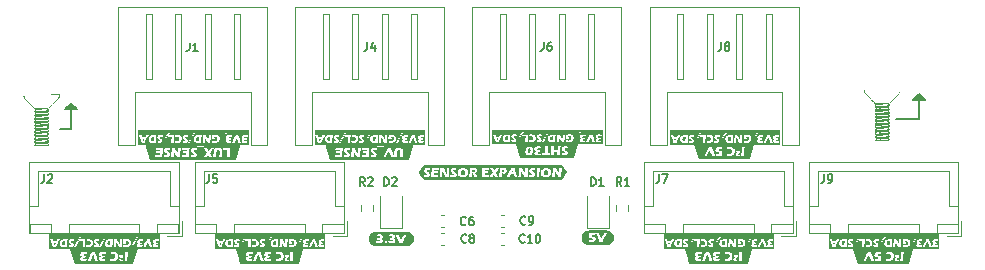
<source format=gbr>
%TF.GenerationSoftware,KiCad,Pcbnew,8.0.2*%
%TF.CreationDate,2024-05-30T14:14:33+02:00*%
%TF.ProjectId,Sensors_expansion_board,53656e73-6f72-4735-9f65-7870616e7369,1.0*%
%TF.SameCoordinates,Original*%
%TF.FileFunction,Legend,Top*%
%TF.FilePolarity,Positive*%
%FSLAX46Y46*%
G04 Gerber Fmt 4.6, Leading zero omitted, Abs format (unit mm)*
G04 Created by KiCad (PCBNEW 8.0.2) date 2024-05-30 14:14:33*
%MOMM*%
%LPD*%
G01*
G04 APERTURE LIST*
%ADD10C,0.150000*%
%ADD11C,0.120000*%
%ADD12C,0.000000*%
G04 APERTURE END LIST*
D10*
X159153200Y-94502800D02*
X159153200Y-92928000D01*
X158184400Y-94517400D02*
X159153200Y-94502800D01*
X230988000Y-93700800D02*
X229006800Y-93700800D01*
X159661200Y-92826400D02*
X158645200Y-92826400D01*
X159153200Y-92369200D01*
X159661200Y-92826400D01*
G36*
X159661200Y-92826400D02*
G01*
X158645200Y-92826400D01*
X159153200Y-92369200D01*
X159661200Y-92826400D01*
G37*
X230988000Y-93700800D02*
X230988000Y-92126000D01*
X231496000Y-92024400D02*
X230480000Y-92024400D01*
X230988000Y-91567200D01*
X231496000Y-92024400D01*
G36*
X231496000Y-92024400D02*
G01*
X230480000Y-92024400D01*
X230988000Y-91567200D01*
X231496000Y-92024400D01*
G37*
X199169466Y-87176033D02*
X199169466Y-87676033D01*
X199169466Y-87676033D02*
X199136133Y-87776033D01*
X199136133Y-87776033D02*
X199069466Y-87842700D01*
X199069466Y-87842700D02*
X198969466Y-87876033D01*
X198969466Y-87876033D02*
X198902800Y-87876033D01*
X199802799Y-87176033D02*
X199669466Y-87176033D01*
X199669466Y-87176033D02*
X199602799Y-87209366D01*
X199602799Y-87209366D02*
X199569466Y-87242700D01*
X199569466Y-87242700D02*
X199502799Y-87342700D01*
X199502799Y-87342700D02*
X199469466Y-87476033D01*
X199469466Y-87476033D02*
X199469466Y-87742700D01*
X199469466Y-87742700D02*
X199502799Y-87809366D01*
X199502799Y-87809366D02*
X199536133Y-87842700D01*
X199536133Y-87842700D02*
X199602799Y-87876033D01*
X199602799Y-87876033D02*
X199736133Y-87876033D01*
X199736133Y-87876033D02*
X199802799Y-87842700D01*
X199802799Y-87842700D02*
X199836133Y-87809366D01*
X199836133Y-87809366D02*
X199869466Y-87742700D01*
X199869466Y-87742700D02*
X199869466Y-87576033D01*
X199869466Y-87576033D02*
X199836133Y-87509366D01*
X199836133Y-87509366D02*
X199802799Y-87476033D01*
X199802799Y-87476033D02*
X199736133Y-87442700D01*
X199736133Y-87442700D02*
X199602799Y-87442700D01*
X199602799Y-87442700D02*
X199536133Y-87476033D01*
X199536133Y-87476033D02*
X199502799Y-87509366D01*
X199502799Y-87509366D02*
X199469466Y-87576033D01*
X208945666Y-98352033D02*
X208945666Y-98852033D01*
X208945666Y-98852033D02*
X208912333Y-98952033D01*
X208912333Y-98952033D02*
X208845666Y-99018700D01*
X208845666Y-99018700D02*
X208745666Y-99052033D01*
X208745666Y-99052033D02*
X208679000Y-99052033D01*
X209212333Y-98352033D02*
X209678999Y-98352033D01*
X209678999Y-98352033D02*
X209378999Y-99052033D01*
X222915666Y-98352033D02*
X222915666Y-98852033D01*
X222915666Y-98852033D02*
X222882333Y-98952033D01*
X222882333Y-98952033D02*
X222815666Y-99018700D01*
X222815666Y-99018700D02*
X222715666Y-99052033D01*
X222715666Y-99052033D02*
X222649000Y-99052033D01*
X223282333Y-99052033D02*
X223415666Y-99052033D01*
X223415666Y-99052033D02*
X223482333Y-99018700D01*
X223482333Y-99018700D02*
X223515666Y-98985366D01*
X223515666Y-98985366D02*
X223582333Y-98885366D01*
X223582333Y-98885366D02*
X223615666Y-98752033D01*
X223615666Y-98752033D02*
X223615666Y-98485366D01*
X223615666Y-98485366D02*
X223582333Y-98418700D01*
X223582333Y-98418700D02*
X223548999Y-98385366D01*
X223548999Y-98385366D02*
X223482333Y-98352033D01*
X223482333Y-98352033D02*
X223348999Y-98352033D01*
X223348999Y-98352033D02*
X223282333Y-98385366D01*
X223282333Y-98385366D02*
X223248999Y-98418700D01*
X223248999Y-98418700D02*
X223215666Y-98485366D01*
X223215666Y-98485366D02*
X223215666Y-98652033D01*
X223215666Y-98652033D02*
X223248999Y-98718700D01*
X223248999Y-98718700D02*
X223282333Y-98752033D01*
X223282333Y-98752033D02*
X223348999Y-98785366D01*
X223348999Y-98785366D02*
X223482333Y-98785366D01*
X223482333Y-98785366D02*
X223548999Y-98752033D01*
X223548999Y-98752033D02*
X223582333Y-98718700D01*
X223582333Y-98718700D02*
X223615666Y-98652033D01*
X214208266Y-87176033D02*
X214208266Y-87676033D01*
X214208266Y-87676033D02*
X214174933Y-87776033D01*
X214174933Y-87776033D02*
X214108266Y-87842700D01*
X214108266Y-87842700D02*
X214008266Y-87876033D01*
X214008266Y-87876033D02*
X213941600Y-87876033D01*
X214641599Y-87476033D02*
X214574933Y-87442700D01*
X214574933Y-87442700D02*
X214541599Y-87409366D01*
X214541599Y-87409366D02*
X214508266Y-87342700D01*
X214508266Y-87342700D02*
X214508266Y-87309366D01*
X214508266Y-87309366D02*
X214541599Y-87242700D01*
X214541599Y-87242700D02*
X214574933Y-87209366D01*
X214574933Y-87209366D02*
X214641599Y-87176033D01*
X214641599Y-87176033D02*
X214774933Y-87176033D01*
X214774933Y-87176033D02*
X214841599Y-87209366D01*
X214841599Y-87209366D02*
X214874933Y-87242700D01*
X214874933Y-87242700D02*
X214908266Y-87309366D01*
X214908266Y-87309366D02*
X214908266Y-87342700D01*
X214908266Y-87342700D02*
X214874933Y-87409366D01*
X214874933Y-87409366D02*
X214841599Y-87442700D01*
X214841599Y-87442700D02*
X214774933Y-87476033D01*
X214774933Y-87476033D02*
X214641599Y-87476033D01*
X214641599Y-87476033D02*
X214574933Y-87509366D01*
X214574933Y-87509366D02*
X214541599Y-87542700D01*
X214541599Y-87542700D02*
X214508266Y-87609366D01*
X214508266Y-87609366D02*
X214508266Y-87742700D01*
X214508266Y-87742700D02*
X214541599Y-87809366D01*
X214541599Y-87809366D02*
X214574933Y-87842700D01*
X214574933Y-87842700D02*
X214641599Y-87876033D01*
X214641599Y-87876033D02*
X214774933Y-87876033D01*
X214774933Y-87876033D02*
X214841599Y-87842700D01*
X214841599Y-87842700D02*
X214874933Y-87809366D01*
X214874933Y-87809366D02*
X214908266Y-87742700D01*
X214908266Y-87742700D02*
X214908266Y-87609366D01*
X214908266Y-87609366D02*
X214874933Y-87542700D01*
X214874933Y-87542700D02*
X214841599Y-87509366D01*
X214841599Y-87509366D02*
X214774933Y-87476033D01*
X185675333Y-99306033D02*
X185675333Y-98606033D01*
X185675333Y-98606033D02*
X185842000Y-98606033D01*
X185842000Y-98606033D02*
X185942000Y-98639366D01*
X185942000Y-98639366D02*
X186008667Y-98706033D01*
X186008667Y-98706033D02*
X186042000Y-98772700D01*
X186042000Y-98772700D02*
X186075333Y-98906033D01*
X186075333Y-98906033D02*
X186075333Y-99006033D01*
X186075333Y-99006033D02*
X186042000Y-99139366D01*
X186042000Y-99139366D02*
X186008667Y-99206033D01*
X186008667Y-99206033D02*
X185942000Y-99272700D01*
X185942000Y-99272700D02*
X185842000Y-99306033D01*
X185842000Y-99306033D02*
X185675333Y-99306033D01*
X186342000Y-98672700D02*
X186375333Y-98639366D01*
X186375333Y-98639366D02*
X186442000Y-98606033D01*
X186442000Y-98606033D02*
X186608667Y-98606033D01*
X186608667Y-98606033D02*
X186675333Y-98639366D01*
X186675333Y-98639366D02*
X186708667Y-98672700D01*
X186708667Y-98672700D02*
X186742000Y-98739366D01*
X186742000Y-98739366D02*
X186742000Y-98806033D01*
X186742000Y-98806033D02*
X186708667Y-98906033D01*
X186708667Y-98906033D02*
X186308667Y-99306033D01*
X186308667Y-99306033D02*
X186742000Y-99306033D01*
X197632333Y-102541366D02*
X197599000Y-102574700D01*
X197599000Y-102574700D02*
X197499000Y-102608033D01*
X197499000Y-102608033D02*
X197432333Y-102608033D01*
X197432333Y-102608033D02*
X197332333Y-102574700D01*
X197332333Y-102574700D02*
X197265667Y-102508033D01*
X197265667Y-102508033D02*
X197232333Y-102441366D01*
X197232333Y-102441366D02*
X197199000Y-102308033D01*
X197199000Y-102308033D02*
X197199000Y-102208033D01*
X197199000Y-102208033D02*
X197232333Y-102074700D01*
X197232333Y-102074700D02*
X197265667Y-102008033D01*
X197265667Y-102008033D02*
X197332333Y-101941366D01*
X197332333Y-101941366D02*
X197432333Y-101908033D01*
X197432333Y-101908033D02*
X197499000Y-101908033D01*
X197499000Y-101908033D02*
X197599000Y-101941366D01*
X197599000Y-101941366D02*
X197632333Y-101974700D01*
X197965667Y-102608033D02*
X198099000Y-102608033D01*
X198099000Y-102608033D02*
X198165667Y-102574700D01*
X198165667Y-102574700D02*
X198199000Y-102541366D01*
X198199000Y-102541366D02*
X198265667Y-102441366D01*
X198265667Y-102441366D02*
X198299000Y-102308033D01*
X198299000Y-102308033D02*
X198299000Y-102041366D01*
X198299000Y-102041366D02*
X198265667Y-101974700D01*
X198265667Y-101974700D02*
X198232333Y-101941366D01*
X198232333Y-101941366D02*
X198165667Y-101908033D01*
X198165667Y-101908033D02*
X198032333Y-101908033D01*
X198032333Y-101908033D02*
X197965667Y-101941366D01*
X197965667Y-101941366D02*
X197932333Y-101974700D01*
X197932333Y-101974700D02*
X197899000Y-102041366D01*
X197899000Y-102041366D02*
X197899000Y-102208033D01*
X197899000Y-102208033D02*
X197932333Y-102274700D01*
X197932333Y-102274700D02*
X197965667Y-102308033D01*
X197965667Y-102308033D02*
X198032333Y-102341366D01*
X198032333Y-102341366D02*
X198165667Y-102341366D01*
X198165667Y-102341366D02*
X198232333Y-102308033D01*
X198232333Y-102308033D02*
X198265667Y-102274700D01*
X198265667Y-102274700D02*
X198299000Y-102208033D01*
X169193466Y-87187433D02*
X169193466Y-87687433D01*
X169193466Y-87687433D02*
X169160133Y-87787433D01*
X169160133Y-87787433D02*
X169093466Y-87854100D01*
X169093466Y-87854100D02*
X168993466Y-87887433D01*
X168993466Y-87887433D02*
X168926800Y-87887433D01*
X169893466Y-87887433D02*
X169493466Y-87887433D01*
X169693466Y-87887433D02*
X169693466Y-87187433D01*
X169693466Y-87187433D02*
X169626799Y-87287433D01*
X169626799Y-87287433D02*
X169560133Y-87354100D01*
X169560133Y-87354100D02*
X169493466Y-87387433D01*
X203201333Y-99306033D02*
X203201333Y-98606033D01*
X203201333Y-98606033D02*
X203368000Y-98606033D01*
X203368000Y-98606033D02*
X203468000Y-98639366D01*
X203468000Y-98639366D02*
X203534667Y-98706033D01*
X203534667Y-98706033D02*
X203568000Y-98772700D01*
X203568000Y-98772700D02*
X203601333Y-98906033D01*
X203601333Y-98906033D02*
X203601333Y-99006033D01*
X203601333Y-99006033D02*
X203568000Y-99139366D01*
X203568000Y-99139366D02*
X203534667Y-99206033D01*
X203534667Y-99206033D02*
X203468000Y-99272700D01*
X203468000Y-99272700D02*
X203368000Y-99306033D01*
X203368000Y-99306033D02*
X203201333Y-99306033D01*
X204268000Y-99306033D02*
X203868000Y-99306033D01*
X204068000Y-99306033D02*
X204068000Y-98606033D01*
X204068000Y-98606033D02*
X204001333Y-98706033D01*
X204001333Y-98706033D02*
X203934667Y-98772700D01*
X203934667Y-98772700D02*
X203868000Y-98806033D01*
X197552999Y-104065366D02*
X197519666Y-104098700D01*
X197519666Y-104098700D02*
X197419666Y-104132033D01*
X197419666Y-104132033D02*
X197352999Y-104132033D01*
X197352999Y-104132033D02*
X197252999Y-104098700D01*
X197252999Y-104098700D02*
X197186333Y-104032033D01*
X197186333Y-104032033D02*
X197152999Y-103965366D01*
X197152999Y-103965366D02*
X197119666Y-103832033D01*
X197119666Y-103832033D02*
X197119666Y-103732033D01*
X197119666Y-103732033D02*
X197152999Y-103598700D01*
X197152999Y-103598700D02*
X197186333Y-103532033D01*
X197186333Y-103532033D02*
X197252999Y-103465366D01*
X197252999Y-103465366D02*
X197352999Y-103432033D01*
X197352999Y-103432033D02*
X197419666Y-103432033D01*
X197419666Y-103432033D02*
X197519666Y-103465366D01*
X197519666Y-103465366D02*
X197552999Y-103498700D01*
X198219666Y-104132033D02*
X197819666Y-104132033D01*
X198019666Y-104132033D02*
X198019666Y-103432033D01*
X198019666Y-103432033D02*
X197952999Y-103532033D01*
X197952999Y-103532033D02*
X197886333Y-103598700D01*
X197886333Y-103598700D02*
X197819666Y-103632033D01*
X198653000Y-103432033D02*
X198719666Y-103432033D01*
X198719666Y-103432033D02*
X198786333Y-103465366D01*
X198786333Y-103465366D02*
X198819666Y-103498700D01*
X198819666Y-103498700D02*
X198853000Y-103565366D01*
X198853000Y-103565366D02*
X198886333Y-103698700D01*
X198886333Y-103698700D02*
X198886333Y-103865366D01*
X198886333Y-103865366D02*
X198853000Y-103998700D01*
X198853000Y-103998700D02*
X198819666Y-104065366D01*
X198819666Y-104065366D02*
X198786333Y-104098700D01*
X198786333Y-104098700D02*
X198719666Y-104132033D01*
X198719666Y-104132033D02*
X198653000Y-104132033D01*
X198653000Y-104132033D02*
X198586333Y-104098700D01*
X198586333Y-104098700D02*
X198553000Y-104065366D01*
X198553000Y-104065366D02*
X198519666Y-103998700D01*
X198519666Y-103998700D02*
X198486333Y-103865366D01*
X198486333Y-103865366D02*
X198486333Y-103698700D01*
X198486333Y-103698700D02*
X198519666Y-103565366D01*
X198519666Y-103565366D02*
X198553000Y-103498700D01*
X198553000Y-103498700D02*
X198586333Y-103465366D01*
X198586333Y-103465366D02*
X198653000Y-103432033D01*
X156875666Y-98352033D02*
X156875666Y-98852033D01*
X156875666Y-98852033D02*
X156842333Y-98952033D01*
X156842333Y-98952033D02*
X156775666Y-99018700D01*
X156775666Y-99018700D02*
X156675666Y-99052033D01*
X156675666Y-99052033D02*
X156609000Y-99052033D01*
X157175666Y-98418700D02*
X157208999Y-98385366D01*
X157208999Y-98385366D02*
X157275666Y-98352033D01*
X157275666Y-98352033D02*
X157442333Y-98352033D01*
X157442333Y-98352033D02*
X157508999Y-98385366D01*
X157508999Y-98385366D02*
X157542333Y-98418700D01*
X157542333Y-98418700D02*
X157575666Y-98485366D01*
X157575666Y-98485366D02*
X157575666Y-98552033D01*
X157575666Y-98552033D02*
X157542333Y-98652033D01*
X157542333Y-98652033D02*
X157142333Y-99052033D01*
X157142333Y-99052033D02*
X157575666Y-99052033D01*
X184043333Y-99306033D02*
X183810000Y-98972700D01*
X183643333Y-99306033D02*
X183643333Y-98606033D01*
X183643333Y-98606033D02*
X183910000Y-98606033D01*
X183910000Y-98606033D02*
X183976667Y-98639366D01*
X183976667Y-98639366D02*
X184010000Y-98672700D01*
X184010000Y-98672700D02*
X184043333Y-98739366D01*
X184043333Y-98739366D02*
X184043333Y-98839366D01*
X184043333Y-98839366D02*
X184010000Y-98906033D01*
X184010000Y-98906033D02*
X183976667Y-98939366D01*
X183976667Y-98939366D02*
X183910000Y-98972700D01*
X183910000Y-98972700D02*
X183643333Y-98972700D01*
X184310000Y-98672700D02*
X184343333Y-98639366D01*
X184343333Y-98639366D02*
X184410000Y-98606033D01*
X184410000Y-98606033D02*
X184576667Y-98606033D01*
X184576667Y-98606033D02*
X184643333Y-98639366D01*
X184643333Y-98639366D02*
X184676667Y-98672700D01*
X184676667Y-98672700D02*
X184710000Y-98739366D01*
X184710000Y-98739366D02*
X184710000Y-98806033D01*
X184710000Y-98806033D02*
X184676667Y-98906033D01*
X184676667Y-98906033D02*
X184276667Y-99306033D01*
X184276667Y-99306033D02*
X184710000Y-99306033D01*
X192568133Y-102586166D02*
X192534800Y-102619500D01*
X192534800Y-102619500D02*
X192434800Y-102652833D01*
X192434800Y-102652833D02*
X192368133Y-102652833D01*
X192368133Y-102652833D02*
X192268133Y-102619500D01*
X192268133Y-102619500D02*
X192201467Y-102552833D01*
X192201467Y-102552833D02*
X192168133Y-102486166D01*
X192168133Y-102486166D02*
X192134800Y-102352833D01*
X192134800Y-102352833D02*
X192134800Y-102252833D01*
X192134800Y-102252833D02*
X192168133Y-102119500D01*
X192168133Y-102119500D02*
X192201467Y-102052833D01*
X192201467Y-102052833D02*
X192268133Y-101986166D01*
X192268133Y-101986166D02*
X192368133Y-101952833D01*
X192368133Y-101952833D02*
X192434800Y-101952833D01*
X192434800Y-101952833D02*
X192534800Y-101986166D01*
X192534800Y-101986166D02*
X192568133Y-102019500D01*
X193168133Y-101952833D02*
X193034800Y-101952833D01*
X193034800Y-101952833D02*
X192968133Y-101986166D01*
X192968133Y-101986166D02*
X192934800Y-102019500D01*
X192934800Y-102019500D02*
X192868133Y-102119500D01*
X192868133Y-102119500D02*
X192834800Y-102252833D01*
X192834800Y-102252833D02*
X192834800Y-102519500D01*
X192834800Y-102519500D02*
X192868133Y-102586166D01*
X192868133Y-102586166D02*
X192901467Y-102619500D01*
X192901467Y-102619500D02*
X192968133Y-102652833D01*
X192968133Y-102652833D02*
X193101467Y-102652833D01*
X193101467Y-102652833D02*
X193168133Y-102619500D01*
X193168133Y-102619500D02*
X193201467Y-102586166D01*
X193201467Y-102586166D02*
X193234800Y-102519500D01*
X193234800Y-102519500D02*
X193234800Y-102352833D01*
X193234800Y-102352833D02*
X193201467Y-102286166D01*
X193201467Y-102286166D02*
X193168133Y-102252833D01*
X193168133Y-102252833D02*
X193101467Y-102219500D01*
X193101467Y-102219500D02*
X192968133Y-102219500D01*
X192968133Y-102219500D02*
X192901467Y-102252833D01*
X192901467Y-102252833D02*
X192868133Y-102286166D01*
X192868133Y-102286166D02*
X192834800Y-102352833D01*
X184227466Y-87176033D02*
X184227466Y-87676033D01*
X184227466Y-87676033D02*
X184194133Y-87776033D01*
X184194133Y-87776033D02*
X184127466Y-87842700D01*
X184127466Y-87842700D02*
X184027466Y-87876033D01*
X184027466Y-87876033D02*
X183960800Y-87876033D01*
X184860799Y-87409366D02*
X184860799Y-87876033D01*
X184694133Y-87142700D02*
X184527466Y-87642700D01*
X184527466Y-87642700D02*
X184960799Y-87642700D01*
X170845666Y-98352033D02*
X170845666Y-98852033D01*
X170845666Y-98852033D02*
X170812333Y-98952033D01*
X170812333Y-98952033D02*
X170745666Y-99018700D01*
X170745666Y-99018700D02*
X170645666Y-99052033D01*
X170645666Y-99052033D02*
X170579000Y-99052033D01*
X171512333Y-98352033D02*
X171178999Y-98352033D01*
X171178999Y-98352033D02*
X171145666Y-98685366D01*
X171145666Y-98685366D02*
X171178999Y-98652033D01*
X171178999Y-98652033D02*
X171245666Y-98618700D01*
X171245666Y-98618700D02*
X171412333Y-98618700D01*
X171412333Y-98618700D02*
X171478999Y-98652033D01*
X171478999Y-98652033D02*
X171512333Y-98685366D01*
X171512333Y-98685366D02*
X171545666Y-98752033D01*
X171545666Y-98752033D02*
X171545666Y-98918700D01*
X171545666Y-98918700D02*
X171512333Y-98985366D01*
X171512333Y-98985366D02*
X171478999Y-99018700D01*
X171478999Y-99018700D02*
X171412333Y-99052033D01*
X171412333Y-99052033D02*
X171245666Y-99052033D01*
X171245666Y-99052033D02*
X171178999Y-99018700D01*
X171178999Y-99018700D02*
X171145666Y-98985366D01*
X192618933Y-104059366D02*
X192585600Y-104092700D01*
X192585600Y-104092700D02*
X192485600Y-104126033D01*
X192485600Y-104126033D02*
X192418933Y-104126033D01*
X192418933Y-104126033D02*
X192318933Y-104092700D01*
X192318933Y-104092700D02*
X192252267Y-104026033D01*
X192252267Y-104026033D02*
X192218933Y-103959366D01*
X192218933Y-103959366D02*
X192185600Y-103826033D01*
X192185600Y-103826033D02*
X192185600Y-103726033D01*
X192185600Y-103726033D02*
X192218933Y-103592700D01*
X192218933Y-103592700D02*
X192252267Y-103526033D01*
X192252267Y-103526033D02*
X192318933Y-103459366D01*
X192318933Y-103459366D02*
X192418933Y-103426033D01*
X192418933Y-103426033D02*
X192485600Y-103426033D01*
X192485600Y-103426033D02*
X192585600Y-103459366D01*
X192585600Y-103459366D02*
X192618933Y-103492700D01*
X193018933Y-103726033D02*
X192952267Y-103692700D01*
X192952267Y-103692700D02*
X192918933Y-103659366D01*
X192918933Y-103659366D02*
X192885600Y-103592700D01*
X192885600Y-103592700D02*
X192885600Y-103559366D01*
X192885600Y-103559366D02*
X192918933Y-103492700D01*
X192918933Y-103492700D02*
X192952267Y-103459366D01*
X192952267Y-103459366D02*
X193018933Y-103426033D01*
X193018933Y-103426033D02*
X193152267Y-103426033D01*
X193152267Y-103426033D02*
X193218933Y-103459366D01*
X193218933Y-103459366D02*
X193252267Y-103492700D01*
X193252267Y-103492700D02*
X193285600Y-103559366D01*
X193285600Y-103559366D02*
X193285600Y-103592700D01*
X193285600Y-103592700D02*
X193252267Y-103659366D01*
X193252267Y-103659366D02*
X193218933Y-103692700D01*
X193218933Y-103692700D02*
X193152267Y-103726033D01*
X193152267Y-103726033D02*
X193018933Y-103726033D01*
X193018933Y-103726033D02*
X192952267Y-103759366D01*
X192952267Y-103759366D02*
X192918933Y-103792700D01*
X192918933Y-103792700D02*
X192885600Y-103859366D01*
X192885600Y-103859366D02*
X192885600Y-103992700D01*
X192885600Y-103992700D02*
X192918933Y-104059366D01*
X192918933Y-104059366D02*
X192952267Y-104092700D01*
X192952267Y-104092700D02*
X193018933Y-104126033D01*
X193018933Y-104126033D02*
X193152267Y-104126033D01*
X193152267Y-104126033D02*
X193218933Y-104092700D01*
X193218933Y-104092700D02*
X193252267Y-104059366D01*
X193252267Y-104059366D02*
X193285600Y-103992700D01*
X193285600Y-103992700D02*
X193285600Y-103859366D01*
X193285600Y-103859366D02*
X193252267Y-103792700D01*
X193252267Y-103792700D02*
X193218933Y-103759366D01*
X193218933Y-103759366D02*
X193152267Y-103726033D01*
X205760333Y-99306033D02*
X205527000Y-98972700D01*
X205360333Y-99306033D02*
X205360333Y-98606033D01*
X205360333Y-98606033D02*
X205627000Y-98606033D01*
X205627000Y-98606033D02*
X205693667Y-98639366D01*
X205693667Y-98639366D02*
X205727000Y-98672700D01*
X205727000Y-98672700D02*
X205760333Y-98739366D01*
X205760333Y-98739366D02*
X205760333Y-98839366D01*
X205760333Y-98839366D02*
X205727000Y-98906033D01*
X205727000Y-98906033D02*
X205693667Y-98939366D01*
X205693667Y-98939366D02*
X205627000Y-98972700D01*
X205627000Y-98972700D02*
X205360333Y-98972700D01*
X206427000Y-99306033D02*
X206027000Y-99306033D01*
X206227000Y-99306033D02*
X206227000Y-98606033D01*
X206227000Y-98606033D02*
X206160333Y-98706033D01*
X206160333Y-98706033D02*
X206093667Y-98772700D01*
X206093667Y-98772700D02*
X206027000Y-98806033D01*
D11*
%TO.C,J6*%
X193136800Y-84140000D02*
X193136800Y-95860000D01*
X193136800Y-95860000D02*
X194556800Y-95860000D01*
X194556800Y-91360000D02*
X199446800Y-91360000D01*
X194556800Y-95860000D02*
X194556800Y-91360000D01*
X195446800Y-84750000D02*
X195446800Y-90250000D01*
X195446800Y-90250000D02*
X195946800Y-90250000D01*
X195946800Y-84750000D02*
X195446800Y-84750000D01*
X195946800Y-90250000D02*
X195946800Y-84750000D01*
X197946800Y-84750000D02*
X197946800Y-90250000D01*
X197946800Y-90250000D02*
X198446800Y-90250000D01*
X198446800Y-84750000D02*
X197946800Y-84750000D01*
X198446800Y-90250000D02*
X198446800Y-84750000D01*
X199446800Y-84140000D02*
X193136800Y-84140000D01*
X199446800Y-84140000D02*
X205756800Y-84140000D01*
X200446800Y-84750000D02*
X200446800Y-90250000D01*
X200446800Y-90250000D02*
X200946800Y-90250000D01*
X200946800Y-84750000D02*
X200446800Y-84750000D01*
X200946800Y-90250000D02*
X200946800Y-84750000D01*
X202946800Y-84750000D02*
X202946800Y-90250000D01*
X202946800Y-90250000D02*
X203446800Y-90250000D01*
X203446800Y-84750000D02*
X202946800Y-84750000D01*
X203446800Y-90250000D02*
X203446800Y-84750000D01*
X204336800Y-91360000D02*
X199446800Y-91360000D01*
X204336800Y-95860000D02*
X204336800Y-91360000D01*
X205756800Y-84140000D02*
X205756800Y-95860000D01*
X205756800Y-95860000D02*
X204336800Y-95860000D01*
D12*
%TO.C,kibuzzard-65C8E424*%
G36*
X196564489Y-98008761D02*
G01*
X196587459Y-98079118D01*
X196623090Y-98187699D01*
X196454340Y-98187699D01*
X196493408Y-98107394D01*
X196521080Y-98049200D01*
X196554179Y-97976627D01*
X196564489Y-98008761D01*
G37*
G36*
X192404084Y-97971472D02*
G01*
X192454274Y-97991820D01*
X192495783Y-98024444D01*
X192525898Y-98068055D01*
X192544211Y-98119399D01*
X192550315Y-98175219D01*
X192543736Y-98233617D01*
X192523999Y-98289437D01*
X192491714Y-98337864D01*
X192447492Y-98374083D01*
X192394792Y-98396669D01*
X192337072Y-98404198D01*
X192282134Y-98397483D01*
X192230179Y-98377339D01*
X192186161Y-98345257D01*
X192155029Y-98302731D01*
X192136513Y-98252540D01*
X192130341Y-98197466D01*
X192137123Y-98137034D01*
X192157471Y-98080535D01*
X192190434Y-98031972D01*
X192235063Y-97995347D01*
X192288509Y-97972354D01*
X192347924Y-97964689D01*
X192404084Y-97971472D01*
G37*
G36*
X199436755Y-97971472D02*
G01*
X199486946Y-97991820D01*
X199528455Y-98024444D01*
X199558569Y-98068055D01*
X199576882Y-98119399D01*
X199582986Y-98175219D01*
X199576407Y-98233617D01*
X199556670Y-98289437D01*
X199524385Y-98337864D01*
X199480163Y-98374083D01*
X199427463Y-98396669D01*
X199369744Y-98404198D01*
X199314805Y-98397483D01*
X199262851Y-98377339D01*
X199218832Y-98345257D01*
X199187701Y-98302731D01*
X199169184Y-98252540D01*
X199163012Y-98197466D01*
X199169795Y-98137034D01*
X199190142Y-98080535D01*
X199223105Y-98031972D01*
X199267734Y-97995347D01*
X199321181Y-97972354D01*
X199380596Y-97964689D01*
X199436755Y-97971472D01*
G37*
G36*
X201128291Y-98185800D02*
G01*
X200717661Y-98801744D01*
X200717568Y-98801744D01*
X199905292Y-98801744D01*
X199364318Y-98801744D01*
X198564522Y-98801744D01*
X198163538Y-98801744D01*
X197036553Y-98801744D01*
X196034366Y-98801744D01*
X195424481Y-98801744D01*
X194556317Y-98801744D01*
X193927983Y-98801744D01*
X192870993Y-98801744D01*
X192331646Y-98801744D01*
X191510689Y-98801744D01*
X190383703Y-98801744D01*
X189650104Y-98801744D01*
X189251834Y-98801744D01*
X189013632Y-98801744D01*
X189013539Y-98801744D01*
X188718845Y-98359704D01*
X189013632Y-98359704D01*
X189019540Y-98411131D01*
X189024966Y-98472807D01*
X189029910Y-98544732D01*
X189114134Y-98558900D01*
X189188108Y-98567400D01*
X189251834Y-98570234D01*
X189307383Y-98567385D01*
X189360083Y-98558839D01*
X189368598Y-98556126D01*
X189650104Y-98556126D01*
X189727154Y-98555584D01*
X189965899Y-98555041D01*
X190043254Y-98555109D01*
X190117421Y-98555312D01*
X190188400Y-98555651D01*
X190256191Y-98556126D01*
X190383703Y-98556126D01*
X190452614Y-98555312D01*
X190495479Y-98555041D01*
X190538752Y-98555312D01*
X190598031Y-98556126D01*
X190603457Y-98339628D01*
X190614852Y-98082434D01*
X190641032Y-98132896D01*
X190666399Y-98179017D01*
X190706145Y-98250098D01*
X190749417Y-98324435D01*
X190840574Y-98479077D01*
X190882355Y-98556126D01*
X190962660Y-98555312D01*
X191023431Y-98555041D01*
X191087052Y-98555312D01*
X191155284Y-98556126D01*
X191158539Y-98426444D01*
X191162166Y-98359704D01*
X191272486Y-98359704D01*
X191278394Y-98411131D01*
X191283820Y-98472807D01*
X191288764Y-98544732D01*
X191372988Y-98558900D01*
X191446963Y-98567400D01*
X191510689Y-98570234D01*
X191566237Y-98567385D01*
X191618938Y-98558839D01*
X191668111Y-98543172D01*
X191713079Y-98518958D01*
X191751061Y-98486537D01*
X191779277Y-98446249D01*
X191796776Y-98400874D01*
X191802609Y-98353193D01*
X191798810Y-98317652D01*
X191787144Y-98284825D01*
X191764626Y-98249013D01*
X191729900Y-98209403D01*
X191720392Y-98200722D01*
X191895394Y-98200722D01*
X191901905Y-98277907D01*
X191921439Y-98347767D01*
X191956504Y-98410912D01*
X192009612Y-98467953D01*
X192077233Y-98514481D01*
X192155843Y-98546088D01*
X192241845Y-98564197D01*
X192331646Y-98570234D01*
X192422668Y-98564062D01*
X192460166Y-98556126D01*
X192870993Y-98556126D01*
X192940311Y-98555312D01*
X192984397Y-98555041D01*
X193027398Y-98555312D01*
X193102142Y-98556126D01*
X193103193Y-98478704D01*
X193104719Y-98400535D01*
X193106720Y-98321620D01*
X193109196Y-98241959D01*
X193112994Y-98140674D01*
X193117154Y-98050240D01*
X193121675Y-97970658D01*
X193169153Y-97969302D01*
X193208492Y-97968488D01*
X193291239Y-97977169D01*
X193330577Y-98003486D01*
X193343057Y-98044452D01*
X193326508Y-98097084D01*
X193277674Y-98133981D01*
X193205779Y-98145919D01*
X193148263Y-98140493D01*
X193204151Y-98294049D01*
X193226533Y-98355770D01*
X193242676Y-98402027D01*
X193258411Y-98451404D01*
X193277674Y-98515838D01*
X193289882Y-98556126D01*
X193366389Y-98555312D01*
X193417936Y-98555041D01*
X193463515Y-98555312D01*
X193538394Y-98556126D01*
X193927983Y-98556126D01*
X194005032Y-98555584D01*
X194243777Y-98555041D01*
X194321132Y-98555109D01*
X194395299Y-98555312D01*
X194466278Y-98555651D01*
X194534070Y-98556126D01*
X194556317Y-98556126D01*
X194628890Y-98555312D01*
X194687084Y-98555041D01*
X194741480Y-98555312D01*
X194812425Y-98556126D01*
X194852171Y-98496576D01*
X194897614Y-98430785D01*
X194939123Y-98369607D01*
X194967067Y-98323892D01*
X194997792Y-98382426D01*
X195033535Y-98446249D01*
X195067516Y-98506953D01*
X195092950Y-98556126D01*
X195163353Y-98555312D01*
X195234570Y-98555041D01*
X195288152Y-98555312D01*
X195363167Y-98556126D01*
X195424481Y-98556126D01*
X195497732Y-98555312D01*
X195537342Y-98555041D01*
X195645320Y-98556126D01*
X196034366Y-98556126D01*
X196113450Y-98555312D01*
X196167303Y-98555041D01*
X196209626Y-98555312D01*
X196291017Y-98556126D01*
X196324296Y-98481609D01*
X196356853Y-98411432D01*
X196388685Y-98345596D01*
X196662157Y-98345596D01*
X196689830Y-98422767D01*
X196712800Y-98492943D01*
X196731068Y-98556126D01*
X196808795Y-98555312D01*
X196865090Y-98555041D01*
X196903615Y-98555312D01*
X196979037Y-98556126D01*
X197036553Y-98556126D01*
X197105463Y-98555312D01*
X197148329Y-98555041D01*
X197191601Y-98555312D01*
X197250881Y-98556126D01*
X197256307Y-98339628D01*
X197267701Y-98082434D01*
X197293882Y-98132896D01*
X197319249Y-98179017D01*
X197358994Y-98250098D01*
X197402267Y-98324435D01*
X197493424Y-98479077D01*
X197535204Y-98556126D01*
X197615510Y-98555312D01*
X197676281Y-98555041D01*
X197739901Y-98555312D01*
X197808134Y-98556126D01*
X197811389Y-98426444D01*
X197815016Y-98359704D01*
X197925336Y-98359704D01*
X197931244Y-98411131D01*
X197936670Y-98472807D01*
X197941614Y-98544732D01*
X198025838Y-98558900D01*
X198099813Y-98567400D01*
X198163538Y-98570234D01*
X198219087Y-98567385D01*
X198271787Y-98558839D01*
X198280302Y-98556126D01*
X198564522Y-98556126D01*
X198648354Y-98555312D01*
X198698002Y-98555041D01*
X198809235Y-98556126D01*
X198809597Y-98489597D01*
X198810682Y-98414447D01*
X198812491Y-98330675D01*
X198814390Y-98263375D01*
X198816583Y-98200722D01*
X198928065Y-98200722D01*
X198934576Y-98277907D01*
X198954110Y-98347767D01*
X198989176Y-98410912D01*
X199042283Y-98467953D01*
X199109905Y-98514481D01*
X199188514Y-98546088D01*
X199274517Y-98564197D01*
X199364318Y-98570234D01*
X199455339Y-98564062D01*
X199492838Y-98556126D01*
X199905292Y-98556126D01*
X199974203Y-98555312D01*
X200017069Y-98555041D01*
X200060341Y-98555312D01*
X200119620Y-98556126D01*
X200125046Y-98339628D01*
X200136441Y-98082434D01*
X200162622Y-98132896D01*
X200187988Y-98179017D01*
X200227734Y-98250098D01*
X200271006Y-98324435D01*
X200362164Y-98479077D01*
X200403944Y-98556126D01*
X200484249Y-98555312D01*
X200545021Y-98555041D01*
X200608641Y-98555312D01*
X200676873Y-98556126D01*
X200680129Y-98426444D01*
X200704546Y-97977169D01*
X200717568Y-97815474D01*
X200647030Y-97816288D01*
X200611218Y-97816559D01*
X200564419Y-97816288D01*
X200504326Y-97815474D01*
X200503632Y-97868709D01*
X200501552Y-97944493D01*
X200498086Y-98042824D01*
X200493956Y-98144291D01*
X200489886Y-98229480D01*
X200485877Y-98298390D01*
X200453864Y-98236533D01*
X200221630Y-97815474D01*
X200147429Y-97816288D01*
X200091948Y-97816559D01*
X200022495Y-97816288D01*
X199943275Y-97815474D01*
X199943275Y-97900120D01*
X199937306Y-98055847D01*
X199916144Y-98442180D01*
X199905292Y-98556126D01*
X199492838Y-98556126D01*
X199542834Y-98545545D01*
X199622596Y-98513735D01*
X199690422Y-98467682D01*
X199745021Y-98408742D01*
X199785106Y-98338271D01*
X199809727Y-98258305D01*
X199817933Y-98170878D01*
X199810473Y-98089081D01*
X199788090Y-98017322D01*
X199750651Y-97954448D01*
X199698018Y-97899306D01*
X199632770Y-97855016D01*
X199557484Y-97824698D01*
X199475551Y-97807199D01*
X199390363Y-97801366D01*
X199302973Y-97806973D01*
X199221673Y-97823794D01*
X199146463Y-97851828D01*
X199080205Y-97889840D01*
X199025764Y-97936595D01*
X198983139Y-97992091D01*
X198952543Y-98055184D01*
X198934185Y-98124727D01*
X198928065Y-98200722D01*
X198816583Y-98200722D01*
X198816832Y-98193600D01*
X198819816Y-98121349D01*
X198823343Y-98046622D01*
X198827744Y-97972467D01*
X198832989Y-97895417D01*
X198839078Y-97815474D01*
X198758909Y-97816288D01*
X198722419Y-97816559D01*
X198674670Y-97816288D01*
X198595450Y-97815474D01*
X198595992Y-97885469D01*
X198595501Y-97947343D01*
X198594026Y-98015491D01*
X198591567Y-98089912D01*
X198588125Y-98170607D01*
X198583699Y-98257576D01*
X198578290Y-98350819D01*
X198571898Y-98450336D01*
X198564522Y-98556126D01*
X198280302Y-98556126D01*
X198320961Y-98543172D01*
X198365929Y-98518958D01*
X198403911Y-98486537D01*
X198432126Y-98446249D01*
X198449625Y-98400874D01*
X198455458Y-98353193D01*
X198451660Y-98317652D01*
X198439994Y-98284825D01*
X198417476Y-98249013D01*
X198382750Y-98209403D01*
X198345310Y-98175219D01*
X198306243Y-98144291D01*
X198244929Y-98095185D01*
X198213458Y-98064800D01*
X198197180Y-98040654D01*
X198192839Y-98019492D01*
X198220783Y-97980425D01*
X198291050Y-97964689D01*
X198362131Y-97972557D01*
X198405539Y-97983477D01*
X198453288Y-98000501D01*
X198446641Y-97934100D01*
X198442979Y-97891167D01*
X198439180Y-97822528D01*
X198369004Y-97810771D01*
X198302444Y-97803717D01*
X198239503Y-97801366D01*
X198148888Y-97808691D01*
X198066412Y-97836093D01*
X198004556Y-97883842D01*
X197969558Y-97943257D01*
X197957892Y-98008098D01*
X197965217Y-98060459D01*
X197988549Y-98109022D01*
X198033314Y-98160569D01*
X198083233Y-98204520D01*
X198185242Y-98293507D01*
X198206946Y-98316567D01*
X198217256Y-98335558D01*
X198219969Y-98353193D01*
X198192025Y-98394159D01*
X198116874Y-98407996D01*
X198033585Y-98397415D01*
X197982784Y-98382697D01*
X197925336Y-98359704D01*
X197815016Y-98359704D01*
X197835806Y-97977169D01*
X197848829Y-97815474D01*
X197778290Y-97816288D01*
X197742479Y-97816559D01*
X197695679Y-97816288D01*
X197635586Y-97815474D01*
X197634893Y-97868709D01*
X197632813Y-97944493D01*
X197629346Y-98042824D01*
X197625216Y-98144291D01*
X197621147Y-98229480D01*
X197617137Y-98298390D01*
X197585124Y-98236533D01*
X197352890Y-97815474D01*
X197278689Y-97816288D01*
X197223208Y-97816559D01*
X197153755Y-97816288D01*
X197074535Y-97815474D01*
X197074535Y-97900120D01*
X197068566Y-98055847D01*
X197047405Y-98442180D01*
X197036553Y-98556126D01*
X196979037Y-98556126D01*
X196947566Y-98476906D01*
X196786413Y-98041739D01*
X196707193Y-97815474D01*
X196639232Y-97816288D01*
X196565574Y-97816559D01*
X196508736Y-97816288D01*
X196426125Y-97815474D01*
X196389771Y-97890353D01*
X196359927Y-97949497D01*
X196079402Y-98477991D01*
X196034366Y-98556126D01*
X195645320Y-98556126D01*
X195645320Y-98485588D01*
X195645761Y-98450590D01*
X195647083Y-98392260D01*
X195649288Y-98310599D01*
X195652374Y-98205605D01*
X195655268Y-98122828D01*
X195658885Y-98045236D01*
X195663226Y-97972829D01*
X195708804Y-97969573D01*
X195749500Y-97968488D01*
X195785311Y-97971201D01*
X195814069Y-97983138D01*
X195833060Y-98006741D01*
X195839029Y-98039569D01*
X195812170Y-98103867D01*
X195730508Y-98130183D01*
X195680589Y-98125300D01*
X195700123Y-98198551D01*
X195716401Y-98272888D01*
X195784226Y-98279399D01*
X195860055Y-98271938D01*
X195928016Y-98249556D01*
X195984853Y-98212116D01*
X196027312Y-98159484D01*
X196053764Y-98096135D01*
X196062581Y-98026546D01*
X196053357Y-97957364D01*
X196025684Y-97896864D01*
X195979020Y-97850472D01*
X195915807Y-97821442D01*
X195871382Y-97814524D01*
X195808101Y-97812218D01*
X195752077Y-97812829D01*
X195684930Y-97814660D01*
X195619953Y-97816491D01*
X195570441Y-97817102D01*
X195519979Y-97816695D01*
X195455409Y-97815474D01*
X195455952Y-97891981D01*
X195455409Y-97953837D01*
X195449440Y-98145919D01*
X195435333Y-98417220D01*
X195424481Y-98556126D01*
X195363167Y-98556126D01*
X195305347Y-98467313D01*
X195252562Y-98384924D01*
X195204813Y-98308960D01*
X195162100Y-98239420D01*
X195124421Y-98176304D01*
X195171266Y-98109444D01*
X195219919Y-98041980D01*
X195270381Y-97973914D01*
X195317528Y-97910731D01*
X195356233Y-97857917D01*
X195386498Y-97815474D01*
X195314875Y-97816288D01*
X195261700Y-97816559D01*
X195196452Y-97816288D01*
X195136359Y-97815474D01*
X195105837Y-97866411D01*
X195070704Y-97920467D01*
X195037198Y-97971540D01*
X195011560Y-98013524D01*
X194989246Y-97969234D01*
X194960284Y-97917754D01*
X194930102Y-97864647D01*
X194904125Y-97815474D01*
X194839962Y-97816288D01*
X194779869Y-97816559D01*
X194707431Y-97816288D01*
X194636622Y-97815474D01*
X194681658Y-97887097D01*
X194735918Y-97971201D01*
X194765625Y-98018000D01*
X194787465Y-98053134D01*
X194851492Y-98161112D01*
X194813661Y-98214407D01*
X194766726Y-98278796D01*
X194710687Y-98354278D01*
X194653141Y-98430725D01*
X194601684Y-98498007D01*
X194556317Y-98556126D01*
X194534070Y-98556126D01*
X194538953Y-98471752D01*
X194544922Y-98390090D01*
X194461361Y-98394431D01*
X194349042Y-98397144D01*
X194277012Y-98398365D01*
X194234553Y-98398771D01*
X194172154Y-98398771D01*
X194178665Y-98266919D01*
X194266974Y-98264070D01*
X194346329Y-98263121D01*
X194407643Y-98263392D01*
X194490662Y-98264206D01*
X194495681Y-98174812D01*
X194500971Y-98098712D01*
X194394892Y-98101561D01*
X194339276Y-98102511D01*
X194259377Y-98102104D01*
X194190060Y-98100883D01*
X194196571Y-97976627D01*
X194282031Y-97974185D01*
X194322116Y-97973982D01*
X194387567Y-97973914D01*
X194467058Y-97974999D01*
X194563370Y-97978255D01*
X194564456Y-97939730D01*
X194567711Y-97880586D01*
X194570424Y-97833380D01*
X194571509Y-97815474D01*
X194505007Y-97815949D01*
X194433553Y-97816288D01*
X194357148Y-97816491D01*
X194275791Y-97816559D01*
X194188262Y-97816491D01*
X194107449Y-97816288D01*
X194033349Y-97815949D01*
X193965965Y-97815474D01*
X193966508Y-97863223D01*
X193965814Y-97908952D01*
X193963734Y-97978134D01*
X193960268Y-98070768D01*
X193956108Y-98168226D01*
X193951948Y-98251877D01*
X193947788Y-98321722D01*
X193942814Y-98389728D01*
X193936212Y-98467863D01*
X193927983Y-98556126D01*
X193538394Y-98556126D01*
X193521031Y-98515431D01*
X193448322Y-98356448D01*
X193422820Y-98297847D01*
X193394605Y-98228937D01*
X193442828Y-98207979D01*
X193478979Y-98187428D01*
X193528899Y-98139136D01*
X193557928Y-98079450D01*
X193567152Y-98011353D01*
X193558742Y-97950310D01*
X193535139Y-97900662D01*
X193497156Y-97862409D01*
X193440997Y-97833380D01*
X193366932Y-97817644D01*
X193308873Y-97813575D01*
X193243218Y-97812218D01*
X193183261Y-97812829D01*
X193121675Y-97814660D01*
X193064024Y-97816491D01*
X193015868Y-97817102D01*
X192967576Y-97816695D01*
X192906262Y-97815474D01*
X192905720Y-97893134D01*
X192904092Y-97993719D01*
X192902404Y-98067181D01*
X192900233Y-98138172D01*
X192897581Y-98206690D01*
X192892833Y-98301510D01*
X192887271Y-98384121D01*
X192880217Y-98465376D01*
X192870993Y-98556126D01*
X192460166Y-98556126D01*
X192510162Y-98545545D01*
X192589925Y-98513735D01*
X192657750Y-98467682D01*
X192712350Y-98408742D01*
X192752434Y-98338271D01*
X192777055Y-98258305D01*
X192785262Y-98170878D01*
X192777801Y-98089081D01*
X192755419Y-98017322D01*
X192717979Y-97954448D01*
X192665347Y-97899306D01*
X192600099Y-97855016D01*
X192524813Y-97824698D01*
X192442880Y-97807199D01*
X192357691Y-97801366D01*
X192270302Y-97806973D01*
X192189002Y-97823794D01*
X192113791Y-97851828D01*
X192047533Y-97889840D01*
X191993092Y-97936595D01*
X191950468Y-97992091D01*
X191919871Y-98055184D01*
X191901513Y-98124727D01*
X191895394Y-98200722D01*
X191720392Y-98200722D01*
X191692460Y-98175219D01*
X191653393Y-98144291D01*
X191592079Y-98095185D01*
X191560608Y-98064800D01*
X191544330Y-98040654D01*
X191539989Y-98019492D01*
X191567933Y-97980425D01*
X191638200Y-97964689D01*
X191709281Y-97972557D01*
X191752689Y-97983477D01*
X191800438Y-98000501D01*
X191793791Y-97934100D01*
X191790129Y-97891167D01*
X191786331Y-97822528D01*
X191716154Y-97810771D01*
X191649595Y-97803717D01*
X191586653Y-97801366D01*
X191496038Y-97808691D01*
X191413563Y-97836093D01*
X191351706Y-97883842D01*
X191316708Y-97943257D01*
X191305042Y-98008098D01*
X191312367Y-98060459D01*
X191335699Y-98109022D01*
X191380464Y-98160569D01*
X191430383Y-98204520D01*
X191532393Y-98293507D01*
X191554097Y-98316567D01*
X191564406Y-98335558D01*
X191567119Y-98353193D01*
X191539175Y-98394159D01*
X191464025Y-98407996D01*
X191380735Y-98397415D01*
X191329934Y-98382697D01*
X191272486Y-98359704D01*
X191162166Y-98359704D01*
X191182957Y-97977169D01*
X191195979Y-97815474D01*
X191125441Y-97816288D01*
X191089629Y-97816559D01*
X191042829Y-97816288D01*
X190982736Y-97815474D01*
X190982043Y-97868709D01*
X190979963Y-97944493D01*
X190976496Y-98042824D01*
X190972366Y-98144291D01*
X190968297Y-98229480D01*
X190964288Y-98298390D01*
X190932274Y-98236533D01*
X190700040Y-97815474D01*
X190625839Y-97816288D01*
X190570358Y-97816559D01*
X190500905Y-97816288D01*
X190421685Y-97815474D01*
X190421685Y-97900120D01*
X190415717Y-98055847D01*
X190394555Y-98442180D01*
X190383703Y-98556126D01*
X190256191Y-98556126D01*
X190261075Y-98471752D01*
X190267043Y-98390090D01*
X190183483Y-98394431D01*
X190071164Y-98397144D01*
X189999133Y-98398365D01*
X189956675Y-98398771D01*
X189894276Y-98398771D01*
X189900787Y-98266919D01*
X189989095Y-98264070D01*
X190068451Y-98263121D01*
X190129765Y-98263392D01*
X190212783Y-98264206D01*
X190217802Y-98174812D01*
X190223093Y-98098712D01*
X190117014Y-98101561D01*
X190061397Y-98102511D01*
X189981499Y-98102104D01*
X189912181Y-98100883D01*
X189918693Y-97976627D01*
X190004153Y-97974185D01*
X190044237Y-97973982D01*
X190109689Y-97973914D01*
X190189180Y-97974999D01*
X190285492Y-97978255D01*
X190286577Y-97939730D01*
X190289833Y-97880586D01*
X190292546Y-97833380D01*
X190293631Y-97815474D01*
X190227128Y-97815949D01*
X190155674Y-97816288D01*
X190079269Y-97816491D01*
X189997913Y-97816559D01*
X189910384Y-97816491D01*
X189829570Y-97816288D01*
X189755471Y-97815949D01*
X189688087Y-97815474D01*
X189688629Y-97863223D01*
X189687936Y-97908952D01*
X189685856Y-97978134D01*
X189682389Y-98070768D01*
X189678229Y-98168226D01*
X189674069Y-98251877D01*
X189669909Y-98321722D01*
X189664936Y-98389728D01*
X189658334Y-98467863D01*
X189650104Y-98556126D01*
X189368598Y-98556126D01*
X189409257Y-98543172D01*
X189454225Y-98518958D01*
X189492207Y-98486537D01*
X189520422Y-98446249D01*
X189537921Y-98400874D01*
X189543754Y-98353193D01*
X189539956Y-98317652D01*
X189528290Y-98284825D01*
X189505772Y-98249013D01*
X189471046Y-98209403D01*
X189433606Y-98175219D01*
X189394539Y-98144291D01*
X189333225Y-98095185D01*
X189301754Y-98064800D01*
X189285475Y-98040654D01*
X189281135Y-98019492D01*
X189309079Y-97980425D01*
X189379346Y-97964689D01*
X189450427Y-97972557D01*
X189493835Y-97983477D01*
X189541584Y-98000501D01*
X189534937Y-97934100D01*
X189531274Y-97891167D01*
X189527476Y-97822528D01*
X189457300Y-97810771D01*
X189390740Y-97803717D01*
X189327798Y-97801366D01*
X189237184Y-97808691D01*
X189154708Y-97836093D01*
X189092852Y-97883842D01*
X189057854Y-97943257D01*
X189046188Y-98008098D01*
X189053513Y-98060459D01*
X189076845Y-98109022D01*
X189121610Y-98160569D01*
X189171529Y-98204520D01*
X189273538Y-98293507D01*
X189295242Y-98316567D01*
X189305552Y-98335558D01*
X189308265Y-98353193D01*
X189280321Y-98394159D01*
X189205170Y-98407996D01*
X189121881Y-98397415D01*
X189071080Y-98382697D01*
X189013632Y-98359704D01*
X188718845Y-98359704D01*
X188602909Y-98185800D01*
X189013539Y-97569856D01*
X189013632Y-97569856D01*
X200717568Y-97569856D01*
X200717661Y-97569856D01*
X201128291Y-98185800D01*
G37*
%TO.C,kibuzzard-65C5FCD9*%
G36*
X157819762Y-104233990D02*
G01*
X157796043Y-104283870D01*
X157767672Y-104346076D01*
X157758836Y-104318532D01*
X157739147Y-104258226D01*
X157708606Y-104165157D01*
X157853249Y-104165157D01*
X157819762Y-104233990D01*
G37*
G36*
X158664827Y-103989353D02*
G01*
X158649014Y-104347936D01*
X158569949Y-104350727D01*
X158518731Y-104347006D01*
X158479489Y-104335844D01*
X158426237Y-104283056D01*
X158411238Y-104240792D01*
X158406238Y-104189806D01*
X158409610Y-104145216D01*
X158419726Y-104101672D01*
X158436876Y-104062547D01*
X158461351Y-104031211D01*
X158526696Y-103995400D01*
X158566461Y-103989121D01*
X158611342Y-103987028D01*
X158664827Y-103989353D01*
G37*
G36*
X162495756Y-103989353D02*
G01*
X162479943Y-104347936D01*
X162400878Y-104350727D01*
X162349660Y-104347006D01*
X162310418Y-104335844D01*
X162257166Y-104283056D01*
X162242167Y-104240792D01*
X162237167Y-104189806D01*
X162240539Y-104145216D01*
X162250655Y-104101672D01*
X162267805Y-104062547D01*
X162292280Y-104031211D01*
X162357625Y-103995400D01*
X162397390Y-103989121D01*
X162442271Y-103987028D01*
X162495756Y-103989353D01*
G37*
G36*
X158213227Y-103433263D02*
G01*
X158865745Y-103433263D01*
X159208515Y-103433263D01*
X159988932Y-103433263D01*
X160378211Y-103433263D01*
X160664240Y-103433263D01*
X161353965Y-103433263D01*
X162134383Y-103433263D01*
X162696674Y-103433263D01*
X163478952Y-103433263D01*
X163854278Y-103433263D01*
X164818405Y-103433263D01*
X165034206Y-103433263D01*
X165814158Y-103433263D01*
X166372263Y-103433263D01*
X166599691Y-103433263D01*
X166679066Y-103433263D01*
X166679066Y-104694737D01*
X166599691Y-104694737D01*
X157403509Y-104694737D01*
X157324134Y-104694737D01*
X157324134Y-103849362D01*
X157403509Y-103849362D01*
X157430484Y-103917265D01*
X157568615Y-104290265D01*
X157636518Y-104484207D01*
X157694770Y-104483509D01*
X157757906Y-104483277D01*
X157806623Y-104483509D01*
X157877433Y-104484207D01*
X157908594Y-104420025D01*
X157934174Y-104369330D01*
X158026256Y-104195852D01*
X158204855Y-104195852D01*
X158208459Y-104248582D01*
X158219273Y-104299800D01*
X158236946Y-104347064D01*
X158261131Y-104387934D01*
X158291885Y-104422001D01*
X158329266Y-104448860D01*
X158371531Y-104468161D01*
X158416935Y-104479556D01*
X158467746Y-104485137D01*
X158526231Y-104486997D01*
X158582506Y-104486474D01*
X158642503Y-104484905D01*
X158698430Y-104483335D01*
X158742497Y-104482812D01*
X158785750Y-104483160D01*
X158836444Y-104484207D01*
X158836444Y-104429792D01*
X158836909Y-104389329D01*
X158838305Y-104334294D01*
X158840630Y-104264685D01*
X158843421Y-104192829D01*
X158846211Y-104127950D01*
X158849002Y-104070046D01*
X158851563Y-104023305D01*
X158958297Y-104023305D01*
X158961553Y-104053768D01*
X158971552Y-104081906D01*
X158990854Y-104112602D01*
X159020619Y-104146553D01*
X159052710Y-104175854D01*
X159086197Y-104202364D01*
X159138751Y-104244454D01*
X159165727Y-104270499D01*
X159179679Y-104291195D01*
X159183400Y-104309334D01*
X159159448Y-104342820D01*
X159099219Y-104356308D01*
X159038293Y-104349564D01*
X159001085Y-104340204D01*
X158960158Y-104325612D01*
X158965855Y-104382527D01*
X158968994Y-104419327D01*
X158972250Y-104478161D01*
X159032401Y-104488238D01*
X159089452Y-104494284D01*
X159143402Y-104496299D01*
X159221072Y-104490021D01*
X159238571Y-104484207D01*
X159423385Y-104484207D01*
X159477335Y-104483277D01*
X159531286Y-104484207D01*
X159626164Y-104304683D01*
X159795094Y-103989818D01*
X159872660Y-103989818D01*
X159921133Y-103988010D01*
X159982834Y-103986925D01*
X160057765Y-103986563D01*
X160095902Y-103986912D01*
X160161945Y-103987958D01*
X160160084Y-104052605D01*
X160146132Y-104315845D01*
X160134970Y-104484207D01*
X160189618Y-104483509D01*
X160229848Y-104483277D01*
X160282286Y-104483509D01*
X160341934Y-104484207D01*
X160342476Y-104426148D01*
X160344104Y-104358013D01*
X160345067Y-104330263D01*
X160451230Y-104330263D01*
X160454485Y-104383283D01*
X160457276Y-104439558D01*
X160458206Y-104478626D01*
X160522181Y-104488444D01*
X160578922Y-104494335D01*
X160628428Y-104496299D01*
X160702144Y-104491474D01*
X160773535Y-104476998D01*
X160840915Y-104451302D01*
X160902597Y-104412816D01*
X160954571Y-104362354D01*
X160992824Y-104300730D01*
X161016369Y-104229281D01*
X161024218Y-104149344D01*
X161018404Y-104080743D01*
X161002148Y-104023305D01*
X161103748Y-104023305D01*
X161107003Y-104053768D01*
X161117003Y-104081906D01*
X161136304Y-104112602D01*
X161166070Y-104146553D01*
X161198161Y-104175854D01*
X161231647Y-104202364D01*
X161284202Y-104244454D01*
X161311177Y-104270499D01*
X161325130Y-104291195D01*
X161328850Y-104309334D01*
X161304898Y-104342820D01*
X161244669Y-104356308D01*
X161183743Y-104349564D01*
X161146536Y-104340204D01*
X161105608Y-104325612D01*
X161111306Y-104382527D01*
X161114445Y-104419327D01*
X161117700Y-104478161D01*
X161177852Y-104488238D01*
X161234903Y-104494284D01*
X161288853Y-104496299D01*
X161366522Y-104490021D01*
X161384022Y-104484207D01*
X161568836Y-104484207D01*
X161622786Y-104483277D01*
X161676736Y-104484207D01*
X161771614Y-104304683D01*
X161830004Y-104195852D01*
X162035784Y-104195852D01*
X162039388Y-104248582D01*
X162050202Y-104299800D01*
X162067875Y-104347064D01*
X162092060Y-104387934D01*
X162122814Y-104422001D01*
X162160195Y-104448860D01*
X162202460Y-104468161D01*
X162247864Y-104479556D01*
X162298675Y-104485137D01*
X162357160Y-104486997D01*
X162413435Y-104486474D01*
X162473432Y-104484905D01*
X162529358Y-104483335D01*
X162573426Y-104482812D01*
X162616679Y-104483160D01*
X162667373Y-104484207D01*
X162782715Y-104484207D01*
X162843177Y-104483509D01*
X162873872Y-104483277D01*
X162913986Y-104483509D01*
X162965495Y-104484207D01*
X162966089Y-104438577D01*
X162967872Y-104373619D01*
X162970843Y-104289335D01*
X162974383Y-104202364D01*
X162977871Y-104129345D01*
X162981308Y-104070279D01*
X163008748Y-104123299D01*
X163207805Y-104484207D01*
X163271406Y-104483509D01*
X163318961Y-104483277D01*
X163378493Y-104483509D01*
X163446396Y-104484207D01*
X163446396Y-104411653D01*
X163451511Y-104278173D01*
X163454721Y-104219572D01*
X163573365Y-104219572D01*
X163639872Y-104218874D01*
X163727774Y-104218642D01*
X163786956Y-104218874D01*
X163849162Y-104219572D01*
X163850092Y-104171900D01*
X163851487Y-104145158D01*
X163854743Y-104087952D01*
X163805443Y-104088417D01*
X163769632Y-104087022D01*
X163774748Y-103986098D01*
X163822070Y-103977029D01*
X163865440Y-103974005D01*
X163912879Y-103978889D01*
X163955667Y-103993539D01*
X163990665Y-104017549D01*
X164014733Y-104050512D01*
X164028686Y-104090568D01*
X164033336Y-104135856D01*
X164029267Y-104181667D01*
X164017058Y-104225153D01*
X163996653Y-104264511D01*
X163967992Y-104297939D01*
X163932005Y-104324449D01*
X163889624Y-104343053D01*
X163842650Y-104354040D01*
X163792886Y-104357703D01*
X163748470Y-104355378D01*
X163695915Y-104348169D01*
X163647546Y-104337472D01*
X163593363Y-104320496D01*
X163597898Y-104399910D01*
X163599409Y-104471650D01*
X163679456Y-104485344D01*
X163754645Y-104493560D01*
X163824977Y-104496299D01*
X163891528Y-104493349D01*
X163951655Y-104484498D01*
X163952714Y-104484207D01*
X164252858Y-104484207D01*
X164306808Y-104483277D01*
X164360758Y-104484207D01*
X164437447Y-104339099D01*
X164743991Y-104339099D01*
X164760966Y-104410258D01*
X164813986Y-104461650D01*
X164853693Y-104478335D01*
X164900725Y-104488858D01*
X164952466Y-104494439D01*
X165006300Y-104496299D01*
X165064281Y-104494956D01*
X165125983Y-104490925D01*
X165191405Y-104484207D01*
X165264889Y-104484207D01*
X165328141Y-104483509D01*
X165366278Y-104483277D01*
X165413834Y-104483509D01*
X165474644Y-104484207D01*
X165491620Y-104441884D01*
X165501154Y-104419560D01*
X165663470Y-104064233D01*
X165684864Y-104010747D01*
X165698584Y-104060861D01*
X165709978Y-104100509D01*
X165778346Y-104320496D01*
X165797880Y-104382236D01*
X165809972Y-104421420D01*
X165826715Y-104484207D01*
X165882758Y-104483509D01*
X165921593Y-104483277D01*
X165974381Y-104483509D01*
X166034145Y-104484207D01*
X165982551Y-104339099D01*
X166082049Y-104339099D01*
X166099024Y-104410258D01*
X166152044Y-104461650D01*
X166191751Y-104478335D01*
X166238783Y-104488858D01*
X166290524Y-104494439D01*
X166344358Y-104496299D01*
X166402339Y-104494956D01*
X166464041Y-104490925D01*
X166529463Y-104484207D01*
X166535044Y-104453511D01*
X166558299Y-104345611D01*
X166507488Y-104355145D01*
X166468537Y-104360494D01*
X166406215Y-104363749D01*
X166349474Y-104358401D01*
X166315290Y-104340030D01*
X166303896Y-104310729D01*
X166318313Y-104277010D01*
X166360404Y-104256081D01*
X166429934Y-104250733D01*
X166500163Y-104256779D01*
X166504930Y-104185969D01*
X166510860Y-104113997D01*
X166472257Y-104117834D01*
X166429934Y-104119113D01*
X166370578Y-104115160D01*
X166329243Y-104103300D01*
X166296919Y-104053536D01*
X166328778Y-103997958D01*
X166365578Y-103982435D01*
X166412261Y-103977261D01*
X166470294Y-103981137D01*
X166532770Y-103992764D01*
X166599691Y-104012143D01*
X166593645Y-103946682D01*
X166587599Y-103861919D01*
X166525103Y-103850118D01*
X166472490Y-103842618D01*
X166423598Y-103838607D01*
X166372263Y-103837270D01*
X166318488Y-103840060D01*
X166265061Y-103848432D01*
X166214831Y-103863256D01*
X166170648Y-103885406D01*
X166134487Y-103914532D01*
X166108326Y-103950286D01*
X166092455Y-103991097D01*
X166087165Y-104035397D01*
X166092746Y-104079115D01*
X166109954Y-104116090D01*
X166138324Y-104144925D01*
X166171578Y-104163761D01*
X166217389Y-104176319D01*
X166172741Y-104196318D01*
X166138324Y-104219572D01*
X166107628Y-104252826D01*
X166088327Y-104293521D01*
X166082049Y-104339099D01*
X165982551Y-104339099D01*
X165944848Y-104233059D01*
X165831366Y-103906103D01*
X165814158Y-103849362D01*
X165741488Y-103850060D01*
X165696491Y-103850292D01*
X165651842Y-103850060D01*
X165584870Y-103849362D01*
X165557429Y-103908777D01*
X165532780Y-103959588D01*
X165372324Y-104277708D01*
X165333722Y-104353155D01*
X165297910Y-104421988D01*
X165264889Y-104484207D01*
X165191405Y-104484207D01*
X165196986Y-104453511D01*
X165220241Y-104345611D01*
X165169430Y-104355145D01*
X165130479Y-104360494D01*
X165068157Y-104363749D01*
X165011416Y-104358401D01*
X164977232Y-104340030D01*
X164965838Y-104310729D01*
X164980255Y-104277010D01*
X165022346Y-104256081D01*
X165091876Y-104250733D01*
X165162105Y-104256779D01*
X165166872Y-104185969D01*
X165172802Y-104113997D01*
X165134199Y-104117834D01*
X165091876Y-104119113D01*
X165032520Y-104115160D01*
X164991185Y-104103300D01*
X164958861Y-104053536D01*
X164990720Y-103997958D01*
X165027520Y-103982435D01*
X165074203Y-103977261D01*
X165132236Y-103981137D01*
X165194713Y-103992764D01*
X165261634Y-104012143D01*
X165255587Y-103946682D01*
X165249541Y-103861919D01*
X165187045Y-103850118D01*
X165134432Y-103842618D01*
X165085540Y-103838607D01*
X165034206Y-103837270D01*
X164980430Y-103840060D01*
X164927003Y-103848432D01*
X164876773Y-103863256D01*
X164832590Y-103885406D01*
X164796429Y-103914532D01*
X164770268Y-103950286D01*
X164754397Y-103991097D01*
X164749107Y-104035397D01*
X164754688Y-104079115D01*
X164771896Y-104116090D01*
X164800266Y-104144925D01*
X164833520Y-104163761D01*
X164879331Y-104176319D01*
X164834683Y-104196318D01*
X164800266Y-104219572D01*
X164769571Y-104252826D01*
X164750269Y-104293521D01*
X164743991Y-104339099D01*
X164437447Y-104339099D01*
X164455636Y-104304683D01*
X164722132Y-103807969D01*
X164818405Y-103631701D01*
X164756083Y-103632631D01*
X164701203Y-103631701D01*
X164665158Y-103703557D01*
X164638881Y-103754484D01*
X164252858Y-104484207D01*
X163952714Y-104484207D01*
X164005359Y-104469746D01*
X164052638Y-104449093D01*
X164106820Y-104413875D01*
X164151856Y-104371165D01*
X164187746Y-104320961D01*
X164213842Y-104265512D01*
X164229500Y-104207066D01*
X164234720Y-104145623D01*
X164230359Y-104089347D01*
X164217279Y-104034932D01*
X164196175Y-103985051D01*
X164167747Y-103942380D01*
X164131644Y-103907382D01*
X164087519Y-103880523D01*
X164036185Y-103860873D01*
X163978456Y-103847502D01*
X163916948Y-103839828D01*
X163854278Y-103837270D01*
X163813001Y-103838142D01*
X163766376Y-103840758D01*
X163720623Y-103844479D01*
X163681963Y-103848664D01*
X163642256Y-103854420D01*
X163593363Y-103862849D01*
X163591891Y-103908893D01*
X163589333Y-103967649D01*
X163585689Y-104039118D01*
X163581529Y-104111051D01*
X163577421Y-104171203D01*
X163573365Y-104219572D01*
X163454721Y-104219572D01*
X163469650Y-103947030D01*
X163478952Y-103849362D01*
X163419886Y-103850060D01*
X163383144Y-103850292D01*
X163346053Y-103850060D01*
X163295242Y-103849362D01*
X163290591Y-104034932D01*
X163280824Y-104255384D01*
X163258384Y-104212130D01*
X163236641Y-104172598D01*
X163202573Y-104111672D01*
X163165482Y-104047954D01*
X163087348Y-103915404D01*
X163051536Y-103849362D01*
X162982703Y-103850060D01*
X162930613Y-103850292D01*
X162876082Y-103850060D01*
X162817597Y-103849362D01*
X162814806Y-103960518D01*
X162793877Y-104345611D01*
X162782715Y-104484207D01*
X162667373Y-104484207D01*
X162667373Y-104429792D01*
X162667838Y-104389329D01*
X162669234Y-104334294D01*
X162671559Y-104264685D01*
X162674350Y-104192829D01*
X162677140Y-104127950D01*
X162679931Y-104070046D01*
X162682721Y-104019119D01*
X162685925Y-103971938D01*
X162690576Y-103915353D01*
X162696674Y-103849362D01*
X162645398Y-103850408D01*
X162610633Y-103850757D01*
X162422737Y-103849362D01*
X162362392Y-103850757D01*
X162308791Y-103854943D01*
X162237632Y-103868431D01*
X162186007Y-103891685D01*
X162124848Y-103939822D01*
X162099792Y-103970692D01*
X162078107Y-104007027D01*
X162060317Y-104048478D01*
X162046946Y-104094696D01*
X162038574Y-104144286D01*
X162035784Y-104195852D01*
X161830004Y-104195852D01*
X162038109Y-103807969D01*
X162134383Y-103631701D01*
X162072061Y-103632631D01*
X162017180Y-103631701D01*
X161981136Y-103703557D01*
X161954859Y-103754484D01*
X161568836Y-104484207D01*
X161384022Y-104484207D01*
X161437216Y-104466534D01*
X161490236Y-104425606D01*
X161520234Y-104374679D01*
X161530233Y-104319101D01*
X161523955Y-104274220D01*
X161503956Y-104232594D01*
X161465586Y-104188411D01*
X161422798Y-104150739D01*
X161335362Y-104074464D01*
X161316758Y-104054698D01*
X161307921Y-104038420D01*
X161305596Y-104023305D01*
X161329548Y-103988191D01*
X161393963Y-103976331D01*
X161465354Y-103985400D01*
X161508898Y-103998016D01*
X161558139Y-104017724D01*
X161553074Y-103973644D01*
X161548424Y-103920779D01*
X161544186Y-103859129D01*
X161471994Y-103846985D01*
X161408587Y-103839698D01*
X161353965Y-103837270D01*
X161306352Y-103839711D01*
X161261180Y-103847036D01*
X161219031Y-103860466D01*
X161180487Y-103881220D01*
X161147931Y-103909009D01*
X161123747Y-103943542D01*
X161108748Y-103982435D01*
X161103748Y-104023305D01*
X161002148Y-104023305D01*
X161000963Y-104019119D01*
X160969977Y-103964762D01*
X160923526Y-103917962D01*
X160866669Y-103880988D01*
X160804464Y-103856106D01*
X160736968Y-103841979D01*
X160664240Y-103837270D01*
X160609773Y-103838872D01*
X160550552Y-103843678D01*
X160486576Y-103851687D01*
X160475879Y-103927729D01*
X160462392Y-104004236D01*
X160516051Y-103991388D01*
X160559828Y-103983540D01*
X160631684Y-103978191D01*
X160687320Y-103983365D01*
X160733305Y-103998888D01*
X160770222Y-104023886D01*
X160798650Y-104057489D01*
X160816789Y-104099172D01*
X160822835Y-104148413D01*
X160815626Y-104203991D01*
X160793999Y-104254453D01*
X160759815Y-104296660D01*
X160714934Y-104327472D01*
X160661566Y-104346308D01*
X160601918Y-104352587D01*
X160539364Y-104347936D01*
X160500471Y-104341192D01*
X160451230Y-104330263D01*
X160345067Y-104330263D01*
X160346817Y-104279801D01*
X160349564Y-104217261D01*
X160352922Y-104154518D01*
X160356889Y-104091571D01*
X160361468Y-104028421D01*
X160365602Y-103977726D01*
X160371183Y-103918040D01*
X160378211Y-103849362D01*
X160319610Y-103849769D01*
X160256358Y-103850060D01*
X160188455Y-103850234D01*
X160115901Y-103850292D01*
X160040815Y-103850189D01*
X159963146Y-103849879D01*
X159882892Y-103849362D01*
X159872660Y-103989818D01*
X159795094Y-103989818D01*
X159892659Y-103807969D01*
X159988932Y-103631701D01*
X159926610Y-103632631D01*
X159871730Y-103631701D01*
X159835686Y-103703557D01*
X159809408Y-103754484D01*
X159423385Y-104484207D01*
X159238571Y-104484207D01*
X159291765Y-104466534D01*
X159344785Y-104425606D01*
X159374784Y-104374679D01*
X159384783Y-104319101D01*
X159378504Y-104274220D01*
X159358506Y-104232594D01*
X159320136Y-104188411D01*
X159277348Y-104150739D01*
X159189911Y-104074464D01*
X159171308Y-104054698D01*
X159162471Y-104038420D01*
X159160146Y-104023305D01*
X159184098Y-103988191D01*
X159248512Y-103976331D01*
X159319903Y-103985400D01*
X159363447Y-103998016D01*
X159412688Y-104017724D01*
X159407624Y-103973644D01*
X159402973Y-103920779D01*
X159398736Y-103859129D01*
X159326544Y-103846985D01*
X159263137Y-103839698D01*
X159208515Y-103837270D01*
X159160901Y-103839711D01*
X159115730Y-103847036D01*
X159073581Y-103860466D01*
X159035037Y-103881220D01*
X159002481Y-103909009D01*
X158978296Y-103943542D01*
X158963297Y-103982435D01*
X158958297Y-104023305D01*
X158851563Y-104023305D01*
X158851792Y-104019119D01*
X158854996Y-103971938D01*
X158859647Y-103915353D01*
X158865745Y-103849362D01*
X158814469Y-103850408D01*
X158779704Y-103850757D01*
X158591808Y-103849362D01*
X158531463Y-103850757D01*
X158477862Y-103854943D01*
X158406703Y-103868431D01*
X158355078Y-103891685D01*
X158293919Y-103939822D01*
X158268863Y-103970692D01*
X158247178Y-104007027D01*
X158229388Y-104048478D01*
X158216017Y-104094696D01*
X158207646Y-104144286D01*
X158204855Y-104195852D01*
X158026256Y-104195852D01*
X158174624Y-103916335D01*
X158213227Y-103849362D01*
X158145440Y-103850060D01*
X158099280Y-103850292D01*
X158063003Y-103850060D01*
X157993240Y-103849362D01*
X157964715Y-103913234D01*
X157936809Y-103973385D01*
X157909524Y-104029816D01*
X157675120Y-104029816D01*
X157651400Y-103963670D01*
X157631712Y-103903519D01*
X157616054Y-103849362D01*
X157549430Y-103850060D01*
X157501177Y-103850292D01*
X157468156Y-103850060D01*
X157403509Y-103849362D01*
X157324134Y-103849362D01*
X157324134Y-103433263D01*
X157403509Y-103433263D01*
X158213227Y-103433263D01*
G37*
D11*
%TO.C,J7*%
X207640000Y-97323000D02*
X207640000Y-103293000D01*
X207640000Y-103293000D02*
X220260000Y-103293000D01*
X207650000Y-101033000D02*
X208400000Y-101033000D01*
X207650000Y-102533000D02*
X207650000Y-103283000D01*
X207650000Y-103283000D02*
X209450000Y-103283000D01*
X208400000Y-98083000D02*
X213950000Y-98083000D01*
X208400000Y-101033000D02*
X208400000Y-98083000D01*
X209450000Y-102533000D02*
X207650000Y-102533000D01*
X209450000Y-103283000D02*
X209450000Y-102533000D01*
X210950000Y-102533000D02*
X210950000Y-103283000D01*
X210950000Y-103283000D02*
X216950000Y-103283000D01*
X216950000Y-102533000D02*
X210950000Y-102533000D01*
X216950000Y-103283000D02*
X216950000Y-102533000D01*
X218450000Y-102533000D02*
X218450000Y-103283000D01*
X218450000Y-103283000D02*
X220250000Y-103283000D01*
X219300000Y-103583000D02*
X220550000Y-103583000D01*
X219500000Y-98083000D02*
X213950000Y-98083000D01*
X219500000Y-101033000D02*
X219500000Y-98083000D01*
X220250000Y-101033000D02*
X219500000Y-101033000D01*
X220250000Y-102533000D02*
X218450000Y-102533000D01*
X220250000Y-103283000D02*
X220250000Y-102533000D01*
X220260000Y-97323000D02*
X207640000Y-97323000D01*
X220260000Y-103293000D02*
X220260000Y-97323000D01*
X220550000Y-103583000D02*
X220550000Y-102333000D01*
D12*
%TO.C,kibuzzard-65C8D846*%
G36*
X187648882Y-103197022D02*
G01*
X187708674Y-103205891D01*
X187767308Y-103220578D01*
X187824221Y-103240942D01*
X187878863Y-103266786D01*
X187930709Y-103297861D01*
X187979260Y-103333869D01*
X188024047Y-103374462D01*
X188064640Y-103419249D01*
X188100648Y-103467800D01*
X188131723Y-103519646D01*
X188157567Y-103574288D01*
X188177931Y-103631201D01*
X188192618Y-103689835D01*
X188201487Y-103749627D01*
X188204453Y-103810000D01*
X188201487Y-103870373D01*
X188192618Y-103930165D01*
X188177931Y-103988799D01*
X188157567Y-104045712D01*
X188131723Y-104100354D01*
X188100648Y-104152200D01*
X188064640Y-104200751D01*
X188024047Y-104245538D01*
X187979260Y-104286131D01*
X187930709Y-104322139D01*
X187878863Y-104353214D01*
X187824221Y-104379058D01*
X187767308Y-104399422D01*
X187708674Y-104414109D01*
X187648882Y-104422978D01*
X187588509Y-104425944D01*
X187588417Y-104425944D01*
X186947603Y-104425944D01*
X186296480Y-104425944D01*
X185697989Y-104425944D01*
X185244916Y-104425944D01*
X184979584Y-104425944D01*
X184979491Y-104425944D01*
X184919118Y-104422978D01*
X184859326Y-104414109D01*
X184800692Y-104399422D01*
X184743779Y-104379058D01*
X184689137Y-104353214D01*
X184637291Y-104322139D01*
X184588740Y-104286131D01*
X184543953Y-104245538D01*
X184503360Y-104200751D01*
X184467352Y-104152200D01*
X184436277Y-104100354D01*
X184410433Y-104045712D01*
X184390647Y-103990415D01*
X184979584Y-103990415D01*
X184986637Y-104066787D01*
X184993691Y-104165676D01*
X185066603Y-104179445D01*
X185127985Y-104188194D01*
X185185026Y-104192874D01*
X185244916Y-104194434D01*
X185307655Y-104191178D01*
X185369986Y-104181411D01*
X185373662Y-104180326D01*
X185697989Y-104180326D01*
X185775039Y-104179512D01*
X185807595Y-104179241D01*
X185902008Y-104180326D01*
X185905505Y-104097489D01*
X185908760Y-104032015D01*
X185911367Y-103990415D01*
X186031147Y-103990415D01*
X186038201Y-104066787D01*
X186045255Y-104165676D01*
X186118167Y-104179445D01*
X186179549Y-104188194D01*
X186236590Y-104192874D01*
X186296480Y-104194434D01*
X186359218Y-104191178D01*
X186421550Y-104181411D01*
X186480151Y-104164116D01*
X186531698Y-104138275D01*
X186573885Y-104104294D01*
X186604407Y-104062581D01*
X186622923Y-104014968D01*
X186629095Y-103963285D01*
X186622584Y-103912281D01*
X186602508Y-103869144D01*
X186569409Y-103835502D01*
X186530613Y-103813527D01*
X186477167Y-103798877D01*
X186529256Y-103775545D01*
X186569409Y-103748415D01*
X186605221Y-103709619D01*
X186627739Y-103662141D01*
X186635064Y-103608966D01*
X186615259Y-103525948D01*
X186553402Y-103465990D01*
X186507078Y-103446524D01*
X186476460Y-103439674D01*
X186690952Y-103439674D01*
X186795132Y-103732679D01*
X186927527Y-104114129D01*
X186947603Y-104180326D01*
X187032385Y-104179512D01*
X187084881Y-104179241D01*
X187136971Y-104179512D01*
X187215106Y-104180326D01*
X187247120Y-104111009D01*
X187275878Y-104051729D01*
X187463075Y-103680589D01*
X187508111Y-103592567D01*
X187549892Y-103512262D01*
X187588417Y-103439674D01*
X187514623Y-103440488D01*
X187470129Y-103440759D01*
X187414648Y-103440488D01*
X187343703Y-103439674D01*
X187323898Y-103489051D01*
X187312775Y-103515096D01*
X187123406Y-103929644D01*
X187098446Y-103992043D01*
X187082440Y-103933578D01*
X187069146Y-103887321D01*
X186989383Y-103630670D01*
X186966594Y-103558639D01*
X186952486Y-103512925D01*
X186932953Y-103439674D01*
X186867569Y-103440488D01*
X186822262Y-103440759D01*
X186760676Y-103440488D01*
X186690952Y-103439674D01*
X186476460Y-103439674D01*
X186452207Y-103434248D01*
X186391842Y-103427737D01*
X186329036Y-103425566D01*
X186261392Y-103427134D01*
X186189406Y-103431836D01*
X186113080Y-103439674D01*
X186106569Y-103475486D01*
X186079439Y-103601369D01*
X186138718Y-103590246D01*
X186184161Y-103584006D01*
X186256870Y-103580208D01*
X186323067Y-103586448D01*
X186362949Y-103607881D01*
X186376243Y-103642065D01*
X186359422Y-103681403D01*
X186310316Y-103705820D01*
X186229197Y-103712060D01*
X186147264Y-103705006D01*
X186141703Y-103787618D01*
X186134784Y-103871585D01*
X186179820Y-103867109D01*
X186229197Y-103865617D01*
X186298447Y-103870229D01*
X186346671Y-103884065D01*
X186384382Y-103942124D01*
X186347213Y-104006965D01*
X186304280Y-104025074D01*
X186249816Y-104031111D01*
X186182111Y-104026589D01*
X186109222Y-104013024D01*
X186031147Y-103990415D01*
X185911367Y-103990415D01*
X185911775Y-103983904D01*
X185849918Y-103985125D01*
X185817362Y-103985532D01*
X185705586Y-103983904D01*
X185703295Y-104060713D01*
X185700763Y-104126187D01*
X185697989Y-104180326D01*
X185373662Y-104180326D01*
X185428587Y-104164116D01*
X185480134Y-104138275D01*
X185522322Y-104104294D01*
X185552843Y-104062581D01*
X185571359Y-104014968D01*
X185577532Y-103963285D01*
X185571020Y-103912281D01*
X185550944Y-103869144D01*
X185517845Y-103835502D01*
X185479049Y-103813527D01*
X185425603Y-103798877D01*
X185477693Y-103775545D01*
X185517845Y-103748415D01*
X185553657Y-103709619D01*
X185576175Y-103662141D01*
X185583500Y-103608966D01*
X185563695Y-103525948D01*
X185501839Y-103465990D01*
X185455514Y-103446524D01*
X185400643Y-103434248D01*
X185340279Y-103427737D01*
X185277472Y-103425566D01*
X185209828Y-103427134D01*
X185137843Y-103431836D01*
X185061517Y-103439674D01*
X185055005Y-103475486D01*
X185027875Y-103601369D01*
X185087155Y-103590246D01*
X185132597Y-103584006D01*
X185205306Y-103580208D01*
X185271504Y-103586448D01*
X185311385Y-103607881D01*
X185324679Y-103642065D01*
X185307858Y-103681403D01*
X185258753Y-103705820D01*
X185177634Y-103712060D01*
X185095701Y-103705006D01*
X185090139Y-103787618D01*
X185083221Y-103871585D01*
X185128257Y-103867109D01*
X185177634Y-103865617D01*
X185246883Y-103870229D01*
X185295107Y-103884065D01*
X185332818Y-103942124D01*
X185295650Y-104006965D01*
X185252716Y-104025074D01*
X185198252Y-104031111D01*
X185130548Y-104026589D01*
X185057658Y-104013024D01*
X184979584Y-103990415D01*
X184390647Y-103990415D01*
X184390069Y-103988799D01*
X184375382Y-103930165D01*
X184366513Y-103870373D01*
X184363547Y-103810000D01*
X184366513Y-103749627D01*
X184375382Y-103689835D01*
X184390069Y-103631201D01*
X184410433Y-103574288D01*
X184436277Y-103519646D01*
X184467352Y-103467800D01*
X184503360Y-103419249D01*
X184543953Y-103374462D01*
X184588740Y-103333869D01*
X184637291Y-103297861D01*
X184689137Y-103266786D01*
X184743779Y-103240942D01*
X184800692Y-103220578D01*
X184859326Y-103205891D01*
X184919118Y-103197022D01*
X184979491Y-103194056D01*
X184979584Y-103194056D01*
X187588417Y-103194056D01*
X187588509Y-103194056D01*
X187648882Y-103197022D01*
G37*
%TO.C,kibuzzard-65C8D72A*%
G36*
X174297129Y-104667256D02*
G01*
X175207073Y-104667256D01*
X175858196Y-104667256D01*
X176744809Y-104667256D01*
X177619484Y-104667256D01*
X177984655Y-104667256D01*
X178447676Y-104667256D01*
X178817243Y-104667256D01*
X178447676Y-105899144D01*
X177984655Y-105899144D01*
X173958545Y-105899144D01*
X173495524Y-105899144D01*
X173371051Y-105484234D01*
X173958545Y-105484234D01*
X173978350Y-105567252D01*
X174040206Y-105627210D01*
X174086531Y-105646676D01*
X174141402Y-105658952D01*
X174201766Y-105665463D01*
X174264572Y-105667634D01*
X174332217Y-105666066D01*
X174404202Y-105661364D01*
X174480528Y-105653526D01*
X174566259Y-105653526D01*
X174640053Y-105652712D01*
X174684547Y-105652441D01*
X174740028Y-105652712D01*
X174810973Y-105653526D01*
X174830778Y-105604149D01*
X174841902Y-105578104D01*
X175031270Y-105163556D01*
X175056230Y-105101157D01*
X175072236Y-105159622D01*
X175085530Y-105205879D01*
X175165293Y-105462530D01*
X175188082Y-105534561D01*
X175202190Y-105580275D01*
X175221723Y-105653526D01*
X175287107Y-105652712D01*
X175332414Y-105652441D01*
X175394000Y-105652712D01*
X175463724Y-105653526D01*
X175403531Y-105484234D01*
X175519612Y-105484234D01*
X175539417Y-105567252D01*
X175601274Y-105627210D01*
X175647598Y-105646676D01*
X175702469Y-105658952D01*
X175762834Y-105665463D01*
X175825640Y-105667634D01*
X175893284Y-105666066D01*
X175965270Y-105661364D01*
X176041596Y-105653526D01*
X176048107Y-105617714D01*
X176075237Y-105491831D01*
X176015958Y-105502954D01*
X175970515Y-105509194D01*
X175897806Y-105512992D01*
X175831609Y-105506752D01*
X175791727Y-105485319D01*
X175787296Y-105473925D01*
X176496297Y-105473925D01*
X176500095Y-105535781D01*
X176503350Y-105601436D01*
X176504436Y-105647015D01*
X176579074Y-105658470D01*
X176645271Y-105665343D01*
X176703028Y-105667634D01*
X176789031Y-105662004D01*
X176872320Y-105645116D01*
X176950930Y-105615137D01*
X177022892Y-105570237D01*
X177036025Y-105557486D01*
X177241290Y-105557486D01*
X177252685Y-105598384D01*
X177286869Y-105632093D01*
X177341400Y-105654679D01*
X177413838Y-105662208D01*
X177492379Y-105658545D01*
X177530613Y-105653526D01*
X177710099Y-105653526D01*
X177790268Y-105652712D01*
X177826758Y-105652441D01*
X177874507Y-105652712D01*
X177953727Y-105653526D01*
X177953184Y-105583531D01*
X177953676Y-105521657D01*
X177955151Y-105453509D01*
X177957610Y-105379088D01*
X177961052Y-105298393D01*
X177965478Y-105211424D01*
X177970887Y-105118181D01*
X177977279Y-105018664D01*
X177984655Y-104912874D01*
X177900823Y-104913688D01*
X177851175Y-104913959D01*
X177739942Y-104912874D01*
X177739580Y-104979403D01*
X177738495Y-105054553D01*
X177736686Y-105138325D01*
X177734787Y-105205625D01*
X177732345Y-105275400D01*
X177729361Y-105347651D01*
X177725834Y-105422378D01*
X177721433Y-105496533D01*
X177716188Y-105573583D01*
X177710099Y-105653526D01*
X177530613Y-105653526D01*
X177576076Y-105647558D01*
X177583401Y-105599402D01*
X177593439Y-105545006D01*
X177523443Y-105560470D01*
X177474609Y-105564539D01*
X177426317Y-105555315D01*
X177406241Y-105526557D01*
X177407869Y-105514891D01*
X177416279Y-105498613D01*
X177445851Y-105462259D01*
X177503910Y-105402030D01*
X177563867Y-105346142D01*
X177615143Y-105303005D01*
X177617314Y-105253357D01*
X177619484Y-105209135D01*
X177535652Y-105209949D01*
X177437169Y-105210220D01*
X177354694Y-105209949D01*
X177265707Y-105209135D01*
X177261638Y-105262581D01*
X177258111Y-105307888D01*
X177331362Y-105303819D01*
X177377754Y-105303208D01*
X177432286Y-105303005D01*
X177365275Y-105365404D01*
X177316983Y-105415866D01*
X177283613Y-105455748D01*
X177258382Y-105494815D01*
X177244274Y-105530627D01*
X177241290Y-105557486D01*
X177036025Y-105557486D01*
X177083528Y-105511364D01*
X177128157Y-105439470D01*
X177155627Y-105356112D01*
X177164783Y-105262852D01*
X177158000Y-105182819D01*
X177137653Y-105110924D01*
X177101502Y-105047507D01*
X177047310Y-104992908D01*
X176980976Y-104949771D01*
X176908403Y-104920742D01*
X176829658Y-104904260D01*
X176744809Y-104898766D01*
X176681264Y-104900635D01*
X176612172Y-104906242D01*
X176537534Y-104915587D01*
X176525055Y-105004302D01*
X176509319Y-105093560D01*
X176571922Y-105078571D01*
X176622994Y-105069415D01*
X176706826Y-105063175D01*
X176771735Y-105069211D01*
X176825385Y-105087320D01*
X176868454Y-105116485D01*
X176901621Y-105155688D01*
X176922782Y-105204319D01*
X176929836Y-105261767D01*
X176921426Y-105326608D01*
X176896195Y-105385481D01*
X176856313Y-105434722D01*
X176803952Y-105470669D01*
X176741689Y-105492645D01*
X176672100Y-105499970D01*
X176599120Y-105494544D01*
X176553745Y-105486676D01*
X176496297Y-105473925D01*
X175787296Y-105473925D01*
X175778433Y-105451135D01*
X175795254Y-105411797D01*
X175844360Y-105387380D01*
X175925479Y-105381140D01*
X176007412Y-105388194D01*
X176012973Y-105305582D01*
X176019892Y-105221615D01*
X175974856Y-105226091D01*
X175925479Y-105227583D01*
X175856229Y-105222971D01*
X175808005Y-105209135D01*
X175770294Y-105151076D01*
X175807463Y-105086235D01*
X175850396Y-105068126D01*
X175904860Y-105062089D01*
X175972565Y-105066611D01*
X176045454Y-105080176D01*
X176123529Y-105102785D01*
X176116475Y-105026413D01*
X176109421Y-104927524D01*
X176036509Y-104913755D01*
X175975127Y-104905006D01*
X175918086Y-104900326D01*
X175858196Y-104898766D01*
X175795458Y-104902022D01*
X175733126Y-104911789D01*
X175674525Y-104929084D01*
X175622978Y-104954925D01*
X175580791Y-104988906D01*
X175550269Y-105030619D01*
X175531753Y-105078232D01*
X175525581Y-105129915D01*
X175532092Y-105180919D01*
X175552168Y-105224056D01*
X175585267Y-105257698D01*
X175624063Y-105279673D01*
X175677509Y-105294323D01*
X175625420Y-105317655D01*
X175585267Y-105344785D01*
X175549455Y-105383581D01*
X175526937Y-105431059D01*
X175519612Y-105484234D01*
X175403531Y-105484234D01*
X175359544Y-105360521D01*
X175227149Y-104979071D01*
X175207073Y-104912874D01*
X175122291Y-104913688D01*
X175069795Y-104913959D01*
X175017705Y-104913688D01*
X174939570Y-104912874D01*
X174907556Y-104982191D01*
X174878798Y-105041471D01*
X174691601Y-105412611D01*
X174646565Y-105500633D01*
X174604784Y-105580938D01*
X174566259Y-105653526D01*
X174480528Y-105653526D01*
X174487039Y-105617714D01*
X174514170Y-105491831D01*
X174454890Y-105502954D01*
X174409447Y-105509194D01*
X174336739Y-105512992D01*
X174270541Y-105506752D01*
X174230660Y-105485319D01*
X174217366Y-105451135D01*
X174234187Y-105411797D01*
X174283292Y-105387380D01*
X174364411Y-105381140D01*
X174446344Y-105388194D01*
X174451906Y-105305582D01*
X174458824Y-105221615D01*
X174413788Y-105226091D01*
X174364411Y-105227583D01*
X174295162Y-105222971D01*
X174246938Y-105209135D01*
X174209227Y-105151076D01*
X174246395Y-105086235D01*
X174289329Y-105068126D01*
X174343792Y-105062089D01*
X174411497Y-105066611D01*
X174484387Y-105080176D01*
X174562461Y-105102785D01*
X174555407Y-105026413D01*
X174548354Y-104927524D01*
X174475441Y-104913755D01*
X174414059Y-104905006D01*
X174357018Y-104900326D01*
X174297129Y-104898766D01*
X174234390Y-104902022D01*
X174172059Y-104911789D01*
X174113458Y-104929084D01*
X174061910Y-104954925D01*
X174019723Y-104988906D01*
X173989202Y-105030619D01*
X173970685Y-105078232D01*
X173964513Y-105129915D01*
X173971024Y-105180919D01*
X173991101Y-105224056D01*
X174024199Y-105257698D01*
X174062996Y-105279673D01*
X174116442Y-105294323D01*
X174064352Y-105317655D01*
X174024199Y-105344785D01*
X173988388Y-105383581D01*
X173965870Y-105431059D01*
X173958545Y-105484234D01*
X173371051Y-105484234D01*
X173125957Y-104667256D01*
X173495524Y-104667256D01*
X173958545Y-104667256D01*
X174297129Y-104667256D01*
G37*
D11*
%TO.C,J9*%
X221640000Y-97323000D02*
X221640000Y-103293000D01*
X221640000Y-103293000D02*
X234260000Y-103293000D01*
X221650000Y-101033000D02*
X222400000Y-101033000D01*
X221650000Y-102533000D02*
X221650000Y-103283000D01*
X221650000Y-103283000D02*
X223450000Y-103283000D01*
X222400000Y-98083000D02*
X227950000Y-98083000D01*
X222400000Y-101033000D02*
X222400000Y-98083000D01*
X223450000Y-102533000D02*
X221650000Y-102533000D01*
X223450000Y-103283000D02*
X223450000Y-102533000D01*
X224950000Y-102533000D02*
X224950000Y-103283000D01*
X224950000Y-103283000D02*
X230950000Y-103283000D01*
X230950000Y-102533000D02*
X224950000Y-102533000D01*
X230950000Y-103283000D02*
X230950000Y-102533000D01*
X232450000Y-102533000D02*
X232450000Y-103283000D01*
X232450000Y-103283000D02*
X234250000Y-103283000D01*
X233300000Y-103583000D02*
X234550000Y-103583000D01*
X233500000Y-98083000D02*
X227950000Y-98083000D01*
X233500000Y-101033000D02*
X233500000Y-98083000D01*
X234250000Y-101033000D02*
X233500000Y-101033000D01*
X234250000Y-102533000D02*
X232450000Y-102533000D01*
X234250000Y-103283000D02*
X234250000Y-102533000D01*
X234260000Y-97323000D02*
X221640000Y-97323000D01*
X234260000Y-103293000D02*
X234260000Y-97323000D01*
X234550000Y-103583000D02*
X234550000Y-102333000D01*
D12*
%TO.C,kibuzzard-65C5FCD9*%
G36*
X165334562Y-95409390D02*
G01*
X165310843Y-95459270D01*
X165282472Y-95521476D01*
X165273636Y-95493932D01*
X165253947Y-95433626D01*
X165223406Y-95340557D01*
X165368049Y-95340557D01*
X165334562Y-95409390D01*
G37*
G36*
X166179627Y-95164753D02*
G01*
X166163814Y-95523336D01*
X166084749Y-95526127D01*
X166033531Y-95522406D01*
X165994289Y-95511244D01*
X165941037Y-95458456D01*
X165926038Y-95416192D01*
X165921038Y-95365206D01*
X165924410Y-95320616D01*
X165934526Y-95277072D01*
X165951676Y-95237947D01*
X165976151Y-95206611D01*
X166041496Y-95170800D01*
X166081261Y-95164521D01*
X166126142Y-95162428D01*
X166179627Y-95164753D01*
G37*
G36*
X170010556Y-95164753D02*
G01*
X169994743Y-95523336D01*
X169915678Y-95526127D01*
X169864460Y-95522406D01*
X169825218Y-95511244D01*
X169771966Y-95458456D01*
X169756967Y-95416192D01*
X169751967Y-95365206D01*
X169755339Y-95320616D01*
X169765455Y-95277072D01*
X169782605Y-95237947D01*
X169807080Y-95206611D01*
X169872425Y-95170800D01*
X169912190Y-95164521D01*
X169957071Y-95162428D01*
X170010556Y-95164753D01*
G37*
G36*
X165728027Y-94608663D02*
G01*
X166380545Y-94608663D01*
X166723315Y-94608663D01*
X167503732Y-94608663D01*
X167893011Y-94608663D01*
X168179040Y-94608663D01*
X168868765Y-94608663D01*
X169649183Y-94608663D01*
X170211474Y-94608663D01*
X170993752Y-94608663D01*
X171369078Y-94608663D01*
X172333205Y-94608663D01*
X172549006Y-94608663D01*
X173328958Y-94608663D01*
X173887063Y-94608663D01*
X174114491Y-94608663D01*
X174193866Y-94608663D01*
X174193866Y-95870137D01*
X174114491Y-95870137D01*
X164918309Y-95870137D01*
X164838934Y-95870137D01*
X164838934Y-95024762D01*
X164918309Y-95024762D01*
X164945284Y-95092665D01*
X165083415Y-95465665D01*
X165151318Y-95659607D01*
X165209570Y-95658909D01*
X165272706Y-95658677D01*
X165321423Y-95658909D01*
X165392233Y-95659607D01*
X165423394Y-95595425D01*
X165448974Y-95544730D01*
X165541056Y-95371252D01*
X165719655Y-95371252D01*
X165723259Y-95423982D01*
X165734073Y-95475200D01*
X165751746Y-95522464D01*
X165775931Y-95563334D01*
X165806685Y-95597401D01*
X165844066Y-95624260D01*
X165886331Y-95643561D01*
X165931735Y-95654956D01*
X165982546Y-95660537D01*
X166041031Y-95662397D01*
X166097306Y-95661874D01*
X166157303Y-95660305D01*
X166213230Y-95658735D01*
X166257297Y-95658212D01*
X166300550Y-95658560D01*
X166351244Y-95659607D01*
X166351244Y-95605192D01*
X166351709Y-95564729D01*
X166353105Y-95509694D01*
X166355430Y-95440085D01*
X166358221Y-95368229D01*
X166361011Y-95303350D01*
X166363802Y-95245446D01*
X166366363Y-95198705D01*
X166473097Y-95198705D01*
X166476353Y-95229168D01*
X166486352Y-95257306D01*
X166505654Y-95288002D01*
X166535419Y-95321953D01*
X166567510Y-95351254D01*
X166600997Y-95377764D01*
X166653551Y-95419854D01*
X166680527Y-95445899D01*
X166694479Y-95466595D01*
X166698200Y-95484734D01*
X166674248Y-95518220D01*
X166614019Y-95531708D01*
X166553093Y-95524964D01*
X166515885Y-95515604D01*
X166474958Y-95501012D01*
X166480655Y-95557927D01*
X166483794Y-95594727D01*
X166487050Y-95653561D01*
X166547201Y-95663638D01*
X166604252Y-95669684D01*
X166658202Y-95671699D01*
X166735872Y-95665421D01*
X166753371Y-95659607D01*
X166938185Y-95659607D01*
X166992135Y-95658677D01*
X167046086Y-95659607D01*
X167140964Y-95480083D01*
X167309894Y-95165218D01*
X167387460Y-95165218D01*
X167435933Y-95163410D01*
X167497634Y-95162325D01*
X167572565Y-95161963D01*
X167610702Y-95162312D01*
X167676745Y-95163358D01*
X167674884Y-95228005D01*
X167660932Y-95491245D01*
X167649770Y-95659607D01*
X167704418Y-95658909D01*
X167744648Y-95658677D01*
X167797086Y-95658909D01*
X167856734Y-95659607D01*
X167857276Y-95601548D01*
X167858904Y-95533413D01*
X167859867Y-95505663D01*
X167966030Y-95505663D01*
X167969285Y-95558683D01*
X167972076Y-95614958D01*
X167973006Y-95654026D01*
X168036981Y-95663844D01*
X168093722Y-95669735D01*
X168143228Y-95671699D01*
X168216944Y-95666874D01*
X168288335Y-95652398D01*
X168355715Y-95626702D01*
X168417397Y-95588216D01*
X168469371Y-95537754D01*
X168507624Y-95476130D01*
X168531169Y-95404681D01*
X168539018Y-95324744D01*
X168533204Y-95256143D01*
X168516948Y-95198705D01*
X168618548Y-95198705D01*
X168621803Y-95229168D01*
X168631803Y-95257306D01*
X168651104Y-95288002D01*
X168680870Y-95321953D01*
X168712961Y-95351254D01*
X168746447Y-95377764D01*
X168799002Y-95419854D01*
X168825977Y-95445899D01*
X168839930Y-95466595D01*
X168843650Y-95484734D01*
X168819698Y-95518220D01*
X168759469Y-95531708D01*
X168698543Y-95524964D01*
X168661336Y-95515604D01*
X168620408Y-95501012D01*
X168626106Y-95557927D01*
X168629245Y-95594727D01*
X168632500Y-95653561D01*
X168692652Y-95663638D01*
X168749703Y-95669684D01*
X168803653Y-95671699D01*
X168881322Y-95665421D01*
X168898822Y-95659607D01*
X169083636Y-95659607D01*
X169137586Y-95658677D01*
X169191536Y-95659607D01*
X169286414Y-95480083D01*
X169344804Y-95371252D01*
X169550584Y-95371252D01*
X169554188Y-95423982D01*
X169565002Y-95475200D01*
X169582675Y-95522464D01*
X169606860Y-95563334D01*
X169637614Y-95597401D01*
X169674995Y-95624260D01*
X169717260Y-95643561D01*
X169762664Y-95654956D01*
X169813475Y-95660537D01*
X169871960Y-95662397D01*
X169928235Y-95661874D01*
X169988232Y-95660305D01*
X170044158Y-95658735D01*
X170088226Y-95658212D01*
X170131479Y-95658560D01*
X170182173Y-95659607D01*
X170297515Y-95659607D01*
X170357977Y-95658909D01*
X170388672Y-95658677D01*
X170428786Y-95658909D01*
X170480295Y-95659607D01*
X170480889Y-95613977D01*
X170482672Y-95549019D01*
X170485643Y-95464735D01*
X170489183Y-95377764D01*
X170492671Y-95304745D01*
X170496108Y-95245679D01*
X170523548Y-95298699D01*
X170722605Y-95659607D01*
X170786206Y-95658909D01*
X170833761Y-95658677D01*
X170893293Y-95658909D01*
X170961196Y-95659607D01*
X170961196Y-95587053D01*
X170966311Y-95453573D01*
X170969521Y-95394972D01*
X171088165Y-95394972D01*
X171154672Y-95394274D01*
X171242574Y-95394042D01*
X171301756Y-95394274D01*
X171363962Y-95394972D01*
X171364892Y-95347300D01*
X171366287Y-95320558D01*
X171369543Y-95263352D01*
X171320243Y-95263817D01*
X171284432Y-95262422D01*
X171289548Y-95161498D01*
X171336870Y-95152429D01*
X171380240Y-95149405D01*
X171427679Y-95154289D01*
X171470467Y-95168939D01*
X171505465Y-95192949D01*
X171529533Y-95225912D01*
X171543486Y-95265968D01*
X171548136Y-95311256D01*
X171544067Y-95357067D01*
X171531858Y-95400553D01*
X171511453Y-95439911D01*
X171482792Y-95473339D01*
X171446805Y-95499849D01*
X171404424Y-95518453D01*
X171357450Y-95529440D01*
X171307686Y-95533103D01*
X171263270Y-95530778D01*
X171210715Y-95523569D01*
X171162346Y-95512872D01*
X171108163Y-95495896D01*
X171112698Y-95575310D01*
X171114209Y-95647050D01*
X171194256Y-95660744D01*
X171269445Y-95668960D01*
X171339777Y-95671699D01*
X171406328Y-95668749D01*
X171466455Y-95659898D01*
X171467514Y-95659607D01*
X171767658Y-95659607D01*
X171821608Y-95658677D01*
X171875558Y-95659607D01*
X171952247Y-95514499D01*
X172258791Y-95514499D01*
X172275766Y-95585658D01*
X172328786Y-95637050D01*
X172368493Y-95653735D01*
X172415525Y-95664258D01*
X172467266Y-95669839D01*
X172521100Y-95671699D01*
X172579081Y-95670356D01*
X172640783Y-95666325D01*
X172706205Y-95659607D01*
X172779689Y-95659607D01*
X172842941Y-95658909D01*
X172881078Y-95658677D01*
X172928634Y-95658909D01*
X172989444Y-95659607D01*
X173006420Y-95617284D01*
X173015954Y-95594960D01*
X173178270Y-95239633D01*
X173199664Y-95186147D01*
X173213384Y-95236261D01*
X173224778Y-95275909D01*
X173293146Y-95495896D01*
X173312680Y-95557636D01*
X173324772Y-95596820D01*
X173341515Y-95659607D01*
X173397558Y-95658909D01*
X173436393Y-95658677D01*
X173489181Y-95658909D01*
X173548945Y-95659607D01*
X173497351Y-95514499D01*
X173596849Y-95514499D01*
X173613824Y-95585658D01*
X173666844Y-95637050D01*
X173706551Y-95653735D01*
X173753583Y-95664258D01*
X173805324Y-95669839D01*
X173859158Y-95671699D01*
X173917139Y-95670356D01*
X173978841Y-95666325D01*
X174044263Y-95659607D01*
X174049844Y-95628911D01*
X174073099Y-95521011D01*
X174022288Y-95530545D01*
X173983337Y-95535894D01*
X173921015Y-95539149D01*
X173864274Y-95533801D01*
X173830090Y-95515430D01*
X173818696Y-95486129D01*
X173833113Y-95452410D01*
X173875204Y-95431481D01*
X173944734Y-95426133D01*
X174014963Y-95432179D01*
X174019730Y-95361369D01*
X174025660Y-95289397D01*
X173987057Y-95293234D01*
X173944734Y-95294513D01*
X173885378Y-95290560D01*
X173844043Y-95278700D01*
X173811719Y-95228936D01*
X173843578Y-95173358D01*
X173880378Y-95157835D01*
X173927061Y-95152661D01*
X173985094Y-95156537D01*
X174047570Y-95168164D01*
X174114491Y-95187543D01*
X174108445Y-95122082D01*
X174102399Y-95037319D01*
X174039903Y-95025518D01*
X173987290Y-95018018D01*
X173938398Y-95014007D01*
X173887063Y-95012670D01*
X173833288Y-95015460D01*
X173779861Y-95023832D01*
X173729631Y-95038656D01*
X173685448Y-95060806D01*
X173649287Y-95089932D01*
X173623126Y-95125686D01*
X173607255Y-95166497D01*
X173601965Y-95210797D01*
X173607546Y-95254515D01*
X173624754Y-95291490D01*
X173653124Y-95320325D01*
X173686378Y-95339161D01*
X173732189Y-95351719D01*
X173687541Y-95371718D01*
X173653124Y-95394972D01*
X173622428Y-95428226D01*
X173603127Y-95468921D01*
X173596849Y-95514499D01*
X173497351Y-95514499D01*
X173459648Y-95408459D01*
X173346166Y-95081503D01*
X173328958Y-95024762D01*
X173256288Y-95025460D01*
X173211291Y-95025692D01*
X173166642Y-95025460D01*
X173099670Y-95024762D01*
X173072229Y-95084177D01*
X173047580Y-95134988D01*
X172887124Y-95453108D01*
X172848522Y-95528555D01*
X172812710Y-95597388D01*
X172779689Y-95659607D01*
X172706205Y-95659607D01*
X172711786Y-95628911D01*
X172735041Y-95521011D01*
X172684230Y-95530545D01*
X172645279Y-95535894D01*
X172582957Y-95539149D01*
X172526216Y-95533801D01*
X172492032Y-95515430D01*
X172480638Y-95486129D01*
X172495055Y-95452410D01*
X172537146Y-95431481D01*
X172606676Y-95426133D01*
X172676905Y-95432179D01*
X172681672Y-95361369D01*
X172687602Y-95289397D01*
X172648999Y-95293234D01*
X172606676Y-95294513D01*
X172547320Y-95290560D01*
X172505985Y-95278700D01*
X172473661Y-95228936D01*
X172505520Y-95173358D01*
X172542320Y-95157835D01*
X172589003Y-95152661D01*
X172647036Y-95156537D01*
X172709513Y-95168164D01*
X172776434Y-95187543D01*
X172770387Y-95122082D01*
X172764341Y-95037319D01*
X172701845Y-95025518D01*
X172649232Y-95018018D01*
X172600340Y-95014007D01*
X172549006Y-95012670D01*
X172495230Y-95015460D01*
X172441803Y-95023832D01*
X172391573Y-95038656D01*
X172347390Y-95060806D01*
X172311229Y-95089932D01*
X172285068Y-95125686D01*
X172269197Y-95166497D01*
X172263907Y-95210797D01*
X172269488Y-95254515D01*
X172286696Y-95291490D01*
X172315066Y-95320325D01*
X172348320Y-95339161D01*
X172394131Y-95351719D01*
X172349483Y-95371718D01*
X172315066Y-95394972D01*
X172284371Y-95428226D01*
X172265069Y-95468921D01*
X172258791Y-95514499D01*
X171952247Y-95514499D01*
X171970436Y-95480083D01*
X172236932Y-94983369D01*
X172333205Y-94807101D01*
X172270883Y-94808031D01*
X172216003Y-94807101D01*
X172179958Y-94878957D01*
X172153681Y-94929884D01*
X171767658Y-95659607D01*
X171467514Y-95659607D01*
X171520159Y-95645146D01*
X171567438Y-95624493D01*
X171621620Y-95589275D01*
X171666656Y-95546565D01*
X171702546Y-95496361D01*
X171728642Y-95440912D01*
X171744300Y-95382466D01*
X171749520Y-95321023D01*
X171745159Y-95264747D01*
X171732079Y-95210332D01*
X171710975Y-95160451D01*
X171682547Y-95117780D01*
X171646444Y-95082782D01*
X171602319Y-95055923D01*
X171550985Y-95036273D01*
X171493256Y-95022902D01*
X171431748Y-95015228D01*
X171369078Y-95012670D01*
X171327801Y-95013542D01*
X171281176Y-95016158D01*
X171235423Y-95019879D01*
X171196763Y-95024064D01*
X171157056Y-95029820D01*
X171108163Y-95038249D01*
X171106691Y-95084293D01*
X171104133Y-95143049D01*
X171100489Y-95214518D01*
X171096329Y-95286451D01*
X171092221Y-95346603D01*
X171088165Y-95394972D01*
X170969521Y-95394972D01*
X170984450Y-95122430D01*
X170993752Y-95024762D01*
X170934686Y-95025460D01*
X170897944Y-95025692D01*
X170860853Y-95025460D01*
X170810042Y-95024762D01*
X170805391Y-95210332D01*
X170795624Y-95430784D01*
X170773184Y-95387530D01*
X170751441Y-95347998D01*
X170717373Y-95287072D01*
X170680282Y-95223354D01*
X170602148Y-95090804D01*
X170566336Y-95024762D01*
X170497503Y-95025460D01*
X170445413Y-95025692D01*
X170390882Y-95025460D01*
X170332397Y-95024762D01*
X170329606Y-95135918D01*
X170308677Y-95521011D01*
X170297515Y-95659607D01*
X170182173Y-95659607D01*
X170182173Y-95605192D01*
X170182638Y-95564729D01*
X170184034Y-95509694D01*
X170186359Y-95440085D01*
X170189150Y-95368229D01*
X170191940Y-95303350D01*
X170194731Y-95245446D01*
X170197521Y-95194519D01*
X170200725Y-95147338D01*
X170205376Y-95090753D01*
X170211474Y-95024762D01*
X170160198Y-95025808D01*
X170125433Y-95026157D01*
X169937537Y-95024762D01*
X169877192Y-95026157D01*
X169823591Y-95030343D01*
X169752432Y-95043831D01*
X169700807Y-95067085D01*
X169639648Y-95115222D01*
X169614592Y-95146092D01*
X169592907Y-95182427D01*
X169575117Y-95223878D01*
X169561746Y-95270096D01*
X169553374Y-95319686D01*
X169550584Y-95371252D01*
X169344804Y-95371252D01*
X169552909Y-94983369D01*
X169649183Y-94807101D01*
X169586861Y-94808031D01*
X169531980Y-94807101D01*
X169495936Y-94878957D01*
X169469659Y-94929884D01*
X169083636Y-95659607D01*
X168898822Y-95659607D01*
X168952016Y-95641934D01*
X169005036Y-95601006D01*
X169035034Y-95550079D01*
X169045033Y-95494501D01*
X169038755Y-95449620D01*
X169018756Y-95407994D01*
X168980386Y-95363811D01*
X168937598Y-95326139D01*
X168850162Y-95249864D01*
X168831558Y-95230098D01*
X168822721Y-95213820D01*
X168820396Y-95198705D01*
X168844348Y-95163591D01*
X168908763Y-95151731D01*
X168980154Y-95160800D01*
X169023698Y-95173416D01*
X169072939Y-95193124D01*
X169067874Y-95149044D01*
X169063224Y-95096179D01*
X169058986Y-95034529D01*
X168986794Y-95022385D01*
X168923387Y-95015098D01*
X168868765Y-95012670D01*
X168821152Y-95015111D01*
X168775980Y-95022436D01*
X168733831Y-95035866D01*
X168695287Y-95056620D01*
X168662731Y-95084409D01*
X168638547Y-95118942D01*
X168623548Y-95157835D01*
X168618548Y-95198705D01*
X168516948Y-95198705D01*
X168515763Y-95194519D01*
X168484777Y-95140162D01*
X168438326Y-95093362D01*
X168381469Y-95056388D01*
X168319264Y-95031506D01*
X168251768Y-95017379D01*
X168179040Y-95012670D01*
X168124573Y-95014272D01*
X168065352Y-95019078D01*
X168001376Y-95027087D01*
X167990679Y-95103129D01*
X167977192Y-95179636D01*
X168030851Y-95166788D01*
X168074628Y-95158940D01*
X168146484Y-95153591D01*
X168202120Y-95158765D01*
X168248105Y-95174288D01*
X168285022Y-95199286D01*
X168313450Y-95232889D01*
X168331589Y-95274572D01*
X168337635Y-95323813D01*
X168330426Y-95379391D01*
X168308799Y-95429853D01*
X168274615Y-95472060D01*
X168229734Y-95502872D01*
X168176366Y-95521708D01*
X168116718Y-95527987D01*
X168054164Y-95523336D01*
X168015271Y-95516592D01*
X167966030Y-95505663D01*
X167859867Y-95505663D01*
X167861617Y-95455201D01*
X167864364Y-95392661D01*
X167867722Y-95329918D01*
X167871689Y-95266971D01*
X167876268Y-95203821D01*
X167880402Y-95153126D01*
X167885983Y-95093440D01*
X167893011Y-95024762D01*
X167834410Y-95025169D01*
X167771158Y-95025460D01*
X167703255Y-95025634D01*
X167630701Y-95025692D01*
X167555615Y-95025589D01*
X167477946Y-95025279D01*
X167397692Y-95024762D01*
X167387460Y-95165218D01*
X167309894Y-95165218D01*
X167407459Y-94983369D01*
X167503732Y-94807101D01*
X167441410Y-94808031D01*
X167386530Y-94807101D01*
X167350486Y-94878957D01*
X167324208Y-94929884D01*
X166938185Y-95659607D01*
X166753371Y-95659607D01*
X166806565Y-95641934D01*
X166859585Y-95601006D01*
X166889584Y-95550079D01*
X166899583Y-95494501D01*
X166893304Y-95449620D01*
X166873306Y-95407994D01*
X166834936Y-95363811D01*
X166792148Y-95326139D01*
X166704711Y-95249864D01*
X166686108Y-95230098D01*
X166677271Y-95213820D01*
X166674946Y-95198705D01*
X166698898Y-95163591D01*
X166763312Y-95151731D01*
X166834703Y-95160800D01*
X166878247Y-95173416D01*
X166927488Y-95193124D01*
X166922424Y-95149044D01*
X166917773Y-95096179D01*
X166913536Y-95034529D01*
X166841344Y-95022385D01*
X166777937Y-95015098D01*
X166723315Y-95012670D01*
X166675701Y-95015111D01*
X166630530Y-95022436D01*
X166588381Y-95035866D01*
X166549837Y-95056620D01*
X166517281Y-95084409D01*
X166493096Y-95118942D01*
X166478097Y-95157835D01*
X166473097Y-95198705D01*
X166366363Y-95198705D01*
X166366592Y-95194519D01*
X166369796Y-95147338D01*
X166374447Y-95090753D01*
X166380545Y-95024762D01*
X166329269Y-95025808D01*
X166294504Y-95026157D01*
X166106608Y-95024762D01*
X166046263Y-95026157D01*
X165992662Y-95030343D01*
X165921503Y-95043831D01*
X165869878Y-95067085D01*
X165808719Y-95115222D01*
X165783663Y-95146092D01*
X165761978Y-95182427D01*
X165744188Y-95223878D01*
X165730817Y-95270096D01*
X165722446Y-95319686D01*
X165719655Y-95371252D01*
X165541056Y-95371252D01*
X165689424Y-95091735D01*
X165728027Y-95024762D01*
X165660240Y-95025460D01*
X165614080Y-95025692D01*
X165577803Y-95025460D01*
X165508040Y-95024762D01*
X165479515Y-95088634D01*
X165451609Y-95148785D01*
X165424324Y-95205216D01*
X165189920Y-95205216D01*
X165166200Y-95139070D01*
X165146512Y-95078919D01*
X165130854Y-95024762D01*
X165064230Y-95025460D01*
X165015977Y-95025692D01*
X164982956Y-95025460D01*
X164918309Y-95024762D01*
X164838934Y-95024762D01*
X164838934Y-94608663D01*
X164918309Y-94608663D01*
X165728027Y-94608663D01*
G37*
D11*
%TO.C,J8*%
X208173600Y-84140000D02*
X208173600Y-95860000D01*
X208173600Y-95860000D02*
X209593600Y-95860000D01*
X209593600Y-91360000D02*
X214483600Y-91360000D01*
X209593600Y-95860000D02*
X209593600Y-91360000D01*
X210483600Y-84750000D02*
X210483600Y-90250000D01*
X210483600Y-90250000D02*
X210983600Y-90250000D01*
X210983600Y-84750000D02*
X210483600Y-84750000D01*
X210983600Y-90250000D02*
X210983600Y-84750000D01*
X212983600Y-84750000D02*
X212983600Y-90250000D01*
X212983600Y-90250000D02*
X213483600Y-90250000D01*
X213483600Y-84750000D02*
X212983600Y-84750000D01*
X213483600Y-90250000D02*
X213483600Y-84750000D01*
X214483600Y-84140000D02*
X208173600Y-84140000D01*
X214483600Y-84140000D02*
X220793600Y-84140000D01*
X215483600Y-84750000D02*
X215483600Y-90250000D01*
X215483600Y-90250000D02*
X215983600Y-90250000D01*
X215983600Y-84750000D02*
X215483600Y-84750000D01*
X215983600Y-90250000D02*
X215983600Y-84750000D01*
X217983600Y-84750000D02*
X217983600Y-90250000D01*
X217983600Y-90250000D02*
X218483600Y-90250000D01*
X218483600Y-84750000D02*
X217983600Y-84750000D01*
X218483600Y-90250000D02*
X218483600Y-84750000D01*
X219373600Y-91360000D02*
X214483600Y-91360000D01*
X219373600Y-95860000D02*
X219373600Y-91360000D01*
X220793600Y-84140000D02*
X220793600Y-95860000D01*
X220793600Y-95860000D02*
X219373600Y-95860000D01*
D12*
%TO.C,kibuzzard-65C5FCD9*%
G36*
X171840562Y-104233990D02*
G01*
X171816843Y-104283870D01*
X171788472Y-104346076D01*
X171779636Y-104318532D01*
X171759947Y-104258226D01*
X171729406Y-104165157D01*
X171874049Y-104165157D01*
X171840562Y-104233990D01*
G37*
G36*
X172685627Y-103989353D02*
G01*
X172669814Y-104347936D01*
X172590749Y-104350727D01*
X172539531Y-104347006D01*
X172500289Y-104335844D01*
X172447037Y-104283056D01*
X172432038Y-104240792D01*
X172427038Y-104189806D01*
X172430410Y-104145216D01*
X172440526Y-104101672D01*
X172457676Y-104062547D01*
X172482151Y-104031211D01*
X172547496Y-103995400D01*
X172587261Y-103989121D01*
X172632142Y-103987028D01*
X172685627Y-103989353D01*
G37*
G36*
X176516556Y-103989353D02*
G01*
X176500743Y-104347936D01*
X176421678Y-104350727D01*
X176370460Y-104347006D01*
X176331218Y-104335844D01*
X176277966Y-104283056D01*
X176262967Y-104240792D01*
X176257967Y-104189806D01*
X176261339Y-104145216D01*
X176271455Y-104101672D01*
X176288605Y-104062547D01*
X176313080Y-104031211D01*
X176378425Y-103995400D01*
X176418190Y-103989121D01*
X176463071Y-103987028D01*
X176516556Y-103989353D01*
G37*
G36*
X172234027Y-103433263D02*
G01*
X172886545Y-103433263D01*
X173229315Y-103433263D01*
X174009732Y-103433263D01*
X174399011Y-103433263D01*
X174685040Y-103433263D01*
X175374765Y-103433263D01*
X176155183Y-103433263D01*
X176717474Y-103433263D01*
X177499752Y-103433263D01*
X177875078Y-103433263D01*
X178839205Y-103433263D01*
X179055006Y-103433263D01*
X179834958Y-103433263D01*
X180393063Y-103433263D01*
X180620491Y-103433263D01*
X180699866Y-103433263D01*
X180699866Y-104694737D01*
X180620491Y-104694737D01*
X171424309Y-104694737D01*
X171344934Y-104694737D01*
X171344934Y-103849362D01*
X171424309Y-103849362D01*
X171451284Y-103917265D01*
X171589415Y-104290265D01*
X171657318Y-104484207D01*
X171715570Y-104483509D01*
X171778706Y-104483277D01*
X171827423Y-104483509D01*
X171898233Y-104484207D01*
X171929394Y-104420025D01*
X171954974Y-104369330D01*
X172047056Y-104195852D01*
X172225655Y-104195852D01*
X172229259Y-104248582D01*
X172240073Y-104299800D01*
X172257746Y-104347064D01*
X172281931Y-104387934D01*
X172312685Y-104422001D01*
X172350066Y-104448860D01*
X172392331Y-104468161D01*
X172437735Y-104479556D01*
X172488546Y-104485137D01*
X172547031Y-104486997D01*
X172603306Y-104486474D01*
X172663303Y-104484905D01*
X172719230Y-104483335D01*
X172763297Y-104482812D01*
X172806550Y-104483160D01*
X172857244Y-104484207D01*
X172857244Y-104429792D01*
X172857709Y-104389329D01*
X172859105Y-104334294D01*
X172861430Y-104264685D01*
X172864221Y-104192829D01*
X172867011Y-104127950D01*
X172869802Y-104070046D01*
X172872363Y-104023305D01*
X172979097Y-104023305D01*
X172982353Y-104053768D01*
X172992352Y-104081906D01*
X173011654Y-104112602D01*
X173041419Y-104146553D01*
X173073510Y-104175854D01*
X173106997Y-104202364D01*
X173159551Y-104244454D01*
X173186527Y-104270499D01*
X173200479Y-104291195D01*
X173204200Y-104309334D01*
X173180248Y-104342820D01*
X173120019Y-104356308D01*
X173059093Y-104349564D01*
X173021885Y-104340204D01*
X172980958Y-104325612D01*
X172986655Y-104382527D01*
X172989794Y-104419327D01*
X172993050Y-104478161D01*
X173053201Y-104488238D01*
X173110252Y-104494284D01*
X173164202Y-104496299D01*
X173241872Y-104490021D01*
X173259371Y-104484207D01*
X173444185Y-104484207D01*
X173498135Y-104483277D01*
X173552086Y-104484207D01*
X173646964Y-104304683D01*
X173815894Y-103989818D01*
X173893460Y-103989818D01*
X173941933Y-103988010D01*
X174003634Y-103986925D01*
X174078565Y-103986563D01*
X174116702Y-103986912D01*
X174182745Y-103987958D01*
X174180884Y-104052605D01*
X174166932Y-104315845D01*
X174155770Y-104484207D01*
X174210418Y-104483509D01*
X174250648Y-104483277D01*
X174303086Y-104483509D01*
X174362734Y-104484207D01*
X174363276Y-104426148D01*
X174364904Y-104358013D01*
X174365867Y-104330263D01*
X174472030Y-104330263D01*
X174475285Y-104383283D01*
X174478076Y-104439558D01*
X174479006Y-104478626D01*
X174542981Y-104488444D01*
X174599722Y-104494335D01*
X174649228Y-104496299D01*
X174722944Y-104491474D01*
X174794335Y-104476998D01*
X174861715Y-104451302D01*
X174923397Y-104412816D01*
X174975371Y-104362354D01*
X175013624Y-104300730D01*
X175037169Y-104229281D01*
X175045018Y-104149344D01*
X175039204Y-104080743D01*
X175022948Y-104023305D01*
X175124548Y-104023305D01*
X175127803Y-104053768D01*
X175137803Y-104081906D01*
X175157104Y-104112602D01*
X175186870Y-104146553D01*
X175218961Y-104175854D01*
X175252447Y-104202364D01*
X175305002Y-104244454D01*
X175331977Y-104270499D01*
X175345930Y-104291195D01*
X175349650Y-104309334D01*
X175325698Y-104342820D01*
X175265469Y-104356308D01*
X175204543Y-104349564D01*
X175167336Y-104340204D01*
X175126408Y-104325612D01*
X175132106Y-104382527D01*
X175135245Y-104419327D01*
X175138500Y-104478161D01*
X175198652Y-104488238D01*
X175255703Y-104494284D01*
X175309653Y-104496299D01*
X175387322Y-104490021D01*
X175404822Y-104484207D01*
X175589636Y-104484207D01*
X175643586Y-104483277D01*
X175697536Y-104484207D01*
X175792414Y-104304683D01*
X175850804Y-104195852D01*
X176056584Y-104195852D01*
X176060188Y-104248582D01*
X176071002Y-104299800D01*
X176088675Y-104347064D01*
X176112860Y-104387934D01*
X176143614Y-104422001D01*
X176180995Y-104448860D01*
X176223260Y-104468161D01*
X176268664Y-104479556D01*
X176319475Y-104485137D01*
X176377960Y-104486997D01*
X176434235Y-104486474D01*
X176494232Y-104484905D01*
X176550158Y-104483335D01*
X176594226Y-104482812D01*
X176637479Y-104483160D01*
X176688173Y-104484207D01*
X176803515Y-104484207D01*
X176863977Y-104483509D01*
X176894672Y-104483277D01*
X176934786Y-104483509D01*
X176986295Y-104484207D01*
X176986889Y-104438577D01*
X176988672Y-104373619D01*
X176991643Y-104289335D01*
X176995183Y-104202364D01*
X176998671Y-104129345D01*
X177002108Y-104070279D01*
X177029548Y-104123299D01*
X177228605Y-104484207D01*
X177292206Y-104483509D01*
X177339761Y-104483277D01*
X177399293Y-104483509D01*
X177467196Y-104484207D01*
X177467196Y-104411653D01*
X177472311Y-104278173D01*
X177475521Y-104219572D01*
X177594165Y-104219572D01*
X177660672Y-104218874D01*
X177748574Y-104218642D01*
X177807756Y-104218874D01*
X177869962Y-104219572D01*
X177870892Y-104171900D01*
X177872287Y-104145158D01*
X177875543Y-104087952D01*
X177826243Y-104088417D01*
X177790432Y-104087022D01*
X177795548Y-103986098D01*
X177842870Y-103977029D01*
X177886240Y-103974005D01*
X177933679Y-103978889D01*
X177976467Y-103993539D01*
X178011465Y-104017549D01*
X178035533Y-104050512D01*
X178049486Y-104090568D01*
X178054136Y-104135856D01*
X178050067Y-104181667D01*
X178037858Y-104225153D01*
X178017453Y-104264511D01*
X177988792Y-104297939D01*
X177952805Y-104324449D01*
X177910424Y-104343053D01*
X177863450Y-104354040D01*
X177813686Y-104357703D01*
X177769270Y-104355378D01*
X177716715Y-104348169D01*
X177668346Y-104337472D01*
X177614163Y-104320496D01*
X177618698Y-104399910D01*
X177620209Y-104471650D01*
X177700256Y-104485344D01*
X177775445Y-104493560D01*
X177845777Y-104496299D01*
X177912328Y-104493349D01*
X177972455Y-104484498D01*
X177973514Y-104484207D01*
X178273658Y-104484207D01*
X178327608Y-104483277D01*
X178381558Y-104484207D01*
X178458247Y-104339099D01*
X178764791Y-104339099D01*
X178781766Y-104410258D01*
X178834786Y-104461650D01*
X178874493Y-104478335D01*
X178921525Y-104488858D01*
X178973266Y-104494439D01*
X179027100Y-104496299D01*
X179085081Y-104494956D01*
X179146783Y-104490925D01*
X179212205Y-104484207D01*
X179285689Y-104484207D01*
X179348941Y-104483509D01*
X179387078Y-104483277D01*
X179434634Y-104483509D01*
X179495444Y-104484207D01*
X179512420Y-104441884D01*
X179521954Y-104419560D01*
X179684270Y-104064233D01*
X179705664Y-104010747D01*
X179719384Y-104060861D01*
X179730778Y-104100509D01*
X179799146Y-104320496D01*
X179818680Y-104382236D01*
X179830772Y-104421420D01*
X179847515Y-104484207D01*
X179903558Y-104483509D01*
X179942393Y-104483277D01*
X179995181Y-104483509D01*
X180054945Y-104484207D01*
X180003351Y-104339099D01*
X180102849Y-104339099D01*
X180119824Y-104410258D01*
X180172844Y-104461650D01*
X180212551Y-104478335D01*
X180259583Y-104488858D01*
X180311324Y-104494439D01*
X180365158Y-104496299D01*
X180423139Y-104494956D01*
X180484841Y-104490925D01*
X180550263Y-104484207D01*
X180555844Y-104453511D01*
X180579099Y-104345611D01*
X180528288Y-104355145D01*
X180489337Y-104360494D01*
X180427015Y-104363749D01*
X180370274Y-104358401D01*
X180336090Y-104340030D01*
X180324696Y-104310729D01*
X180339113Y-104277010D01*
X180381204Y-104256081D01*
X180450734Y-104250733D01*
X180520963Y-104256779D01*
X180525730Y-104185969D01*
X180531660Y-104113997D01*
X180493057Y-104117834D01*
X180450734Y-104119113D01*
X180391378Y-104115160D01*
X180350043Y-104103300D01*
X180317719Y-104053536D01*
X180349578Y-103997958D01*
X180386378Y-103982435D01*
X180433061Y-103977261D01*
X180491094Y-103981137D01*
X180553570Y-103992764D01*
X180620491Y-104012143D01*
X180614445Y-103946682D01*
X180608399Y-103861919D01*
X180545903Y-103850118D01*
X180493290Y-103842618D01*
X180444398Y-103838607D01*
X180393063Y-103837270D01*
X180339288Y-103840060D01*
X180285861Y-103848432D01*
X180235631Y-103863256D01*
X180191448Y-103885406D01*
X180155287Y-103914532D01*
X180129126Y-103950286D01*
X180113255Y-103991097D01*
X180107965Y-104035397D01*
X180113546Y-104079115D01*
X180130754Y-104116090D01*
X180159124Y-104144925D01*
X180192378Y-104163761D01*
X180238189Y-104176319D01*
X180193541Y-104196318D01*
X180159124Y-104219572D01*
X180128428Y-104252826D01*
X180109127Y-104293521D01*
X180102849Y-104339099D01*
X180003351Y-104339099D01*
X179965648Y-104233059D01*
X179852166Y-103906103D01*
X179834958Y-103849362D01*
X179762288Y-103850060D01*
X179717291Y-103850292D01*
X179672642Y-103850060D01*
X179605670Y-103849362D01*
X179578229Y-103908777D01*
X179553580Y-103959588D01*
X179393124Y-104277708D01*
X179354522Y-104353155D01*
X179318710Y-104421988D01*
X179285689Y-104484207D01*
X179212205Y-104484207D01*
X179217786Y-104453511D01*
X179241041Y-104345611D01*
X179190230Y-104355145D01*
X179151279Y-104360494D01*
X179088957Y-104363749D01*
X179032216Y-104358401D01*
X178998032Y-104340030D01*
X178986638Y-104310729D01*
X179001055Y-104277010D01*
X179043146Y-104256081D01*
X179112676Y-104250733D01*
X179182905Y-104256779D01*
X179187672Y-104185969D01*
X179193602Y-104113997D01*
X179154999Y-104117834D01*
X179112676Y-104119113D01*
X179053320Y-104115160D01*
X179011985Y-104103300D01*
X178979661Y-104053536D01*
X179011520Y-103997958D01*
X179048320Y-103982435D01*
X179095003Y-103977261D01*
X179153036Y-103981137D01*
X179215513Y-103992764D01*
X179282434Y-104012143D01*
X179276387Y-103946682D01*
X179270341Y-103861919D01*
X179207845Y-103850118D01*
X179155232Y-103842618D01*
X179106340Y-103838607D01*
X179055006Y-103837270D01*
X179001230Y-103840060D01*
X178947803Y-103848432D01*
X178897573Y-103863256D01*
X178853390Y-103885406D01*
X178817229Y-103914532D01*
X178791068Y-103950286D01*
X178775197Y-103991097D01*
X178769907Y-104035397D01*
X178775488Y-104079115D01*
X178792696Y-104116090D01*
X178821066Y-104144925D01*
X178854320Y-104163761D01*
X178900131Y-104176319D01*
X178855483Y-104196318D01*
X178821066Y-104219572D01*
X178790371Y-104252826D01*
X178771069Y-104293521D01*
X178764791Y-104339099D01*
X178458247Y-104339099D01*
X178476436Y-104304683D01*
X178742932Y-103807969D01*
X178839205Y-103631701D01*
X178776883Y-103632631D01*
X178722003Y-103631701D01*
X178685958Y-103703557D01*
X178659681Y-103754484D01*
X178273658Y-104484207D01*
X177973514Y-104484207D01*
X178026159Y-104469746D01*
X178073438Y-104449093D01*
X178127620Y-104413875D01*
X178172656Y-104371165D01*
X178208546Y-104320961D01*
X178234642Y-104265512D01*
X178250300Y-104207066D01*
X178255520Y-104145623D01*
X178251159Y-104089347D01*
X178238079Y-104034932D01*
X178216975Y-103985051D01*
X178188547Y-103942380D01*
X178152444Y-103907382D01*
X178108319Y-103880523D01*
X178056985Y-103860873D01*
X177999256Y-103847502D01*
X177937748Y-103839828D01*
X177875078Y-103837270D01*
X177833801Y-103838142D01*
X177787176Y-103840758D01*
X177741423Y-103844479D01*
X177702763Y-103848664D01*
X177663056Y-103854420D01*
X177614163Y-103862849D01*
X177612691Y-103908893D01*
X177610133Y-103967649D01*
X177606489Y-104039118D01*
X177602329Y-104111051D01*
X177598221Y-104171203D01*
X177594165Y-104219572D01*
X177475521Y-104219572D01*
X177490450Y-103947030D01*
X177499752Y-103849362D01*
X177440686Y-103850060D01*
X177403944Y-103850292D01*
X177366853Y-103850060D01*
X177316042Y-103849362D01*
X177311391Y-104034932D01*
X177301624Y-104255384D01*
X177279184Y-104212130D01*
X177257441Y-104172598D01*
X177223373Y-104111672D01*
X177186282Y-104047954D01*
X177108148Y-103915404D01*
X177072336Y-103849362D01*
X177003503Y-103850060D01*
X176951413Y-103850292D01*
X176896882Y-103850060D01*
X176838397Y-103849362D01*
X176835606Y-103960518D01*
X176814677Y-104345611D01*
X176803515Y-104484207D01*
X176688173Y-104484207D01*
X176688173Y-104429792D01*
X176688638Y-104389329D01*
X176690034Y-104334294D01*
X176692359Y-104264685D01*
X176695150Y-104192829D01*
X176697940Y-104127950D01*
X176700731Y-104070046D01*
X176703521Y-104019119D01*
X176706725Y-103971938D01*
X176711376Y-103915353D01*
X176717474Y-103849362D01*
X176666198Y-103850408D01*
X176631433Y-103850757D01*
X176443537Y-103849362D01*
X176383192Y-103850757D01*
X176329591Y-103854943D01*
X176258432Y-103868431D01*
X176206807Y-103891685D01*
X176145648Y-103939822D01*
X176120592Y-103970692D01*
X176098907Y-104007027D01*
X176081117Y-104048478D01*
X176067746Y-104094696D01*
X176059374Y-104144286D01*
X176056584Y-104195852D01*
X175850804Y-104195852D01*
X176058909Y-103807969D01*
X176155183Y-103631701D01*
X176092861Y-103632631D01*
X176037980Y-103631701D01*
X176001936Y-103703557D01*
X175975659Y-103754484D01*
X175589636Y-104484207D01*
X175404822Y-104484207D01*
X175458016Y-104466534D01*
X175511036Y-104425606D01*
X175541034Y-104374679D01*
X175551033Y-104319101D01*
X175544755Y-104274220D01*
X175524756Y-104232594D01*
X175486386Y-104188411D01*
X175443598Y-104150739D01*
X175356162Y-104074464D01*
X175337558Y-104054698D01*
X175328721Y-104038420D01*
X175326396Y-104023305D01*
X175350348Y-103988191D01*
X175414763Y-103976331D01*
X175486154Y-103985400D01*
X175529698Y-103998016D01*
X175578939Y-104017724D01*
X175573874Y-103973644D01*
X175569224Y-103920779D01*
X175564986Y-103859129D01*
X175492794Y-103846985D01*
X175429387Y-103839698D01*
X175374765Y-103837270D01*
X175327152Y-103839711D01*
X175281980Y-103847036D01*
X175239831Y-103860466D01*
X175201287Y-103881220D01*
X175168731Y-103909009D01*
X175144547Y-103943542D01*
X175129548Y-103982435D01*
X175124548Y-104023305D01*
X175022948Y-104023305D01*
X175021763Y-104019119D01*
X174990777Y-103964762D01*
X174944326Y-103917962D01*
X174887469Y-103880988D01*
X174825264Y-103856106D01*
X174757768Y-103841979D01*
X174685040Y-103837270D01*
X174630573Y-103838872D01*
X174571352Y-103843678D01*
X174507376Y-103851687D01*
X174496679Y-103927729D01*
X174483192Y-104004236D01*
X174536851Y-103991388D01*
X174580628Y-103983540D01*
X174652484Y-103978191D01*
X174708120Y-103983365D01*
X174754105Y-103998888D01*
X174791022Y-104023886D01*
X174819450Y-104057489D01*
X174837589Y-104099172D01*
X174843635Y-104148413D01*
X174836426Y-104203991D01*
X174814799Y-104254453D01*
X174780615Y-104296660D01*
X174735734Y-104327472D01*
X174682366Y-104346308D01*
X174622718Y-104352587D01*
X174560164Y-104347936D01*
X174521271Y-104341192D01*
X174472030Y-104330263D01*
X174365867Y-104330263D01*
X174367617Y-104279801D01*
X174370364Y-104217261D01*
X174373722Y-104154518D01*
X174377689Y-104091571D01*
X174382268Y-104028421D01*
X174386402Y-103977726D01*
X174391983Y-103918040D01*
X174399011Y-103849362D01*
X174340410Y-103849769D01*
X174277158Y-103850060D01*
X174209255Y-103850234D01*
X174136701Y-103850292D01*
X174061615Y-103850189D01*
X173983946Y-103849879D01*
X173903692Y-103849362D01*
X173893460Y-103989818D01*
X173815894Y-103989818D01*
X173913459Y-103807969D01*
X174009732Y-103631701D01*
X173947410Y-103632631D01*
X173892530Y-103631701D01*
X173856486Y-103703557D01*
X173830208Y-103754484D01*
X173444185Y-104484207D01*
X173259371Y-104484207D01*
X173312565Y-104466534D01*
X173365585Y-104425606D01*
X173395584Y-104374679D01*
X173405583Y-104319101D01*
X173399304Y-104274220D01*
X173379306Y-104232594D01*
X173340936Y-104188411D01*
X173298148Y-104150739D01*
X173210711Y-104074464D01*
X173192108Y-104054698D01*
X173183271Y-104038420D01*
X173180946Y-104023305D01*
X173204898Y-103988191D01*
X173269312Y-103976331D01*
X173340703Y-103985400D01*
X173384247Y-103998016D01*
X173433488Y-104017724D01*
X173428424Y-103973644D01*
X173423773Y-103920779D01*
X173419536Y-103859129D01*
X173347344Y-103846985D01*
X173283937Y-103839698D01*
X173229315Y-103837270D01*
X173181701Y-103839711D01*
X173136530Y-103847036D01*
X173094381Y-103860466D01*
X173055837Y-103881220D01*
X173023281Y-103909009D01*
X172999096Y-103943542D01*
X172984097Y-103982435D01*
X172979097Y-104023305D01*
X172872363Y-104023305D01*
X172872592Y-104019119D01*
X172875796Y-103971938D01*
X172880447Y-103915353D01*
X172886545Y-103849362D01*
X172835269Y-103850408D01*
X172800504Y-103850757D01*
X172612608Y-103849362D01*
X172552263Y-103850757D01*
X172498662Y-103854943D01*
X172427503Y-103868431D01*
X172375878Y-103891685D01*
X172314719Y-103939822D01*
X172289663Y-103970692D01*
X172267978Y-104007027D01*
X172250188Y-104048478D01*
X172236817Y-104094696D01*
X172228446Y-104144286D01*
X172225655Y-104195852D01*
X172047056Y-104195852D01*
X172195424Y-103916335D01*
X172234027Y-103849362D01*
X172166240Y-103850060D01*
X172120080Y-103850292D01*
X172083803Y-103850060D01*
X172014040Y-103849362D01*
X171985515Y-103913234D01*
X171957609Y-103973385D01*
X171930324Y-104029816D01*
X171695920Y-104029816D01*
X171672200Y-103963670D01*
X171652512Y-103903519D01*
X171636854Y-103849362D01*
X171570230Y-103850060D01*
X171521977Y-103850292D01*
X171488956Y-103850060D01*
X171424309Y-103849362D01*
X171344934Y-103849362D01*
X171344934Y-103433263D01*
X171424309Y-103433263D01*
X172234027Y-103433263D01*
G37*
D11*
%TO.C,D2*%
X185286000Y-100183000D02*
X185286000Y-102868000D01*
X185286000Y-102868000D02*
X187206000Y-102868000D01*
X187206000Y-102868000D02*
X187206000Y-100183000D01*
D12*
%TO.C,G\u002A\u002A\u002A*%
G36*
X229374603Y-91266815D02*
G01*
X229375631Y-91318022D01*
X229374443Y-91361938D01*
X229371308Y-91390745D01*
X229370249Y-91394675D01*
X229359053Y-91411162D01*
X229333150Y-91442059D01*
X229295447Y-91484120D01*
X229248855Y-91534102D01*
X229196281Y-91588762D01*
X229195367Y-91589697D01*
X229135544Y-91651326D01*
X229074655Y-91714732D01*
X229017650Y-91774715D01*
X228969475Y-91826077D01*
X228941935Y-91856011D01*
X228905652Y-91895186D01*
X228856132Y-91947480D01*
X228797740Y-92008346D01*
X228734840Y-92073236D01*
X228671799Y-92137603D01*
X228665320Y-92144174D01*
X228598383Y-92211340D01*
X228546183Y-92261974D01*
X228506596Y-92297918D01*
X228477496Y-92321015D01*
X228456761Y-92333106D01*
X228443990Y-92336108D01*
X228418562Y-92341873D01*
X228414321Y-92359410D01*
X228431342Y-92389084D01*
X228461866Y-92423393D01*
X228494802Y-92460540D01*
X228508815Y-92488637D01*
X228504982Y-92513532D01*
X228484381Y-92541074D01*
X228483687Y-92541818D01*
X228438862Y-92594071D01*
X228410199Y-92637111D01*
X228399546Y-92668138D01*
X228399519Y-92669365D01*
X228407328Y-92683406D01*
X228427773Y-92709802D01*
X228455577Y-92741884D01*
X228484009Y-92774556D01*
X228504200Y-92800269D01*
X228511689Y-92813234D01*
X228504634Y-92832927D01*
X228487448Y-92860526D01*
X228466327Y-92887704D01*
X228447462Y-92906138D01*
X228440045Y-92909542D01*
X228425547Y-92917023D01*
X228424458Y-92921275D01*
X228416487Y-92938376D01*
X228403853Y-92953459D01*
X228391458Y-92969123D01*
X228394646Y-92983082D01*
X228413205Y-93002713D01*
X228451196Y-93041992D01*
X228476876Y-93074643D01*
X228486785Y-93096238D01*
X228486805Y-93096879D01*
X228496356Y-93108780D01*
X228499713Y-93109206D01*
X228506666Y-93116466D01*
X228499027Y-93134892D01*
X228481167Y-93159449D01*
X228457454Y-93185103D01*
X228432258Y-93206822D01*
X228409949Y-93219570D01*
X228402637Y-93221036D01*
X228389512Y-93229164D01*
X228395002Y-93251362D01*
X228418292Y-93286065D01*
X228458565Y-93331714D01*
X228462827Y-93336133D01*
X228493157Y-93371511D01*
X228509816Y-93399773D01*
X228511084Y-93417230D01*
X228502391Y-93421047D01*
X228484343Y-93430290D01*
X228458608Y-93453044D01*
X228431624Y-93482266D01*
X228409827Y-93510913D01*
X228399653Y-93531941D01*
X228399519Y-93533620D01*
X228407925Y-93554529D01*
X228429793Y-93585025D01*
X228455631Y-93613557D01*
X228484645Y-93643529D01*
X228504917Y-93666302D01*
X228511743Y-93676278D01*
X228503820Y-93688023D01*
X228483102Y-93712285D01*
X228455701Y-93742070D01*
X228426709Y-93775603D01*
X228406436Y-93804623D01*
X228399589Y-93821433D01*
X228407905Y-93840136D01*
X228429702Y-93869237D01*
X228458117Y-93900212D01*
X228485966Y-93930838D01*
X228502770Y-93954927D01*
X228504915Y-93967289D01*
X228504877Y-93967316D01*
X228484318Y-93986062D01*
X228458117Y-94014937D01*
X228431696Y-94047242D01*
X228410482Y-94076275D01*
X228399899Y-94095337D01*
X228399535Y-94097435D01*
X228408456Y-94119091D01*
X228433844Y-94154726D01*
X228473672Y-94201587D01*
X228486517Y-94215675D01*
X228512262Y-94243548D01*
X228477712Y-94283048D01*
X228447372Y-94316838D01*
X228417857Y-94348378D01*
X228414015Y-94352336D01*
X228395122Y-94374316D01*
X228392892Y-94390943D01*
X228404420Y-94411963D01*
X228427548Y-94442375D01*
X228455388Y-94473219D01*
X228481465Y-94510499D01*
X228483389Y-94547395D01*
X228460984Y-94585784D01*
X228443162Y-94603823D01*
X228417244Y-94630459D01*
X228401606Y-94652416D01*
X228399519Y-94659044D01*
X228406727Y-94679562D01*
X228424963Y-94711459D01*
X228449148Y-94747074D01*
X228474202Y-94778747D01*
X228489033Y-94794026D01*
X228505430Y-94811785D01*
X228508981Y-94828933D01*
X228498038Y-94850603D01*
X228470948Y-94881926D01*
X228455631Y-94897887D01*
X228426517Y-94930459D01*
X228406233Y-94958148D01*
X228399519Y-94973519D01*
X228407832Y-94991177D01*
X228429480Y-95019301D01*
X228455631Y-95047528D01*
X228484796Y-95078538D01*
X228505085Y-95103638D01*
X228511743Y-95116222D01*
X228504129Y-95133140D01*
X228485392Y-95158520D01*
X228481263Y-95163310D01*
X228451117Y-95197436D01*
X228419654Y-95233049D01*
X228418076Y-95234835D01*
X228385369Y-95271853D01*
X228449286Y-95330927D01*
X228482336Y-95363263D01*
X228499656Y-95388601D01*
X228500673Y-95412354D01*
X228484812Y-95439932D01*
X228451499Y-95476746D01*
X228431687Y-95496742D01*
X228379213Y-95549216D01*
X227837599Y-95550658D01*
X227687332Y-95550784D01*
X227561244Y-95550286D01*
X227458585Y-95549147D01*
X227378603Y-95547352D01*
X227320546Y-95544884D01*
X227283662Y-95541726D01*
X227267929Y-95538271D01*
X227246592Y-95524031D01*
X227239873Y-95513879D01*
X227229413Y-95505291D01*
X227214934Y-95503315D01*
X227193992Y-95496436D01*
X227192875Y-95477065D01*
X227204606Y-95457714D01*
X227338138Y-95457714D01*
X227350912Y-95470098D01*
X227385140Y-95476486D01*
X227442442Y-95478373D01*
X227445617Y-95478376D01*
X227497233Y-95476997D01*
X227533785Y-95473204D01*
X227550884Y-95467514D01*
X227551606Y-95465907D01*
X227563881Y-95461628D01*
X227599954Y-95458195D01*
X227658697Y-95455656D01*
X227738983Y-95454056D01*
X227839683Y-95453443D01*
X227850869Y-95453437D01*
X227953556Y-95452926D01*
X228035940Y-95451423D01*
X228096896Y-95448975D01*
X228135294Y-95445630D01*
X228150008Y-95441434D01*
X228150133Y-95440968D01*
X228161677Y-95434588D01*
X228192664Y-95430174D01*
X228237626Y-95428499D01*
X228238309Y-95428499D01*
X228298018Y-95425755D01*
X228335226Y-95416767D01*
X228351839Y-95400401D01*
X228349766Y-95375520D01*
X228345155Y-95364942D01*
X228338812Y-95353756D01*
X228330110Y-95345695D01*
X228315185Y-95340160D01*
X228290175Y-95336555D01*
X228251220Y-95334280D01*
X228194456Y-95332737D01*
X228129693Y-95331561D01*
X228052202Y-95330564D01*
X227994824Y-95330881D01*
X227952751Y-95332917D01*
X227921173Y-95337077D01*
X227895283Y-95343764D01*
X227870275Y-95353382D01*
X227827918Y-95368392D01*
X227788245Y-95377431D01*
X227774200Y-95378622D01*
X227738160Y-95383046D01*
X227712450Y-95391764D01*
X227690270Y-95397262D01*
X227653675Y-95396100D01*
X227598507Y-95388050D01*
X227579356Y-95384567D01*
X227509160Y-95373426D01*
X227457357Y-95370821D01*
X227418695Y-95377367D01*
X227387921Y-95393677D01*
X227370482Y-95408980D01*
X227345201Y-95437840D01*
X227338138Y-95457714D01*
X227204606Y-95457714D01*
X227211039Y-95447103D01*
X227239873Y-95416029D01*
X227275297Y-95375580D01*
X227288488Y-95340284D01*
X227279400Y-95305114D01*
X227247986Y-95265043D01*
X227238396Y-95255386D01*
X227206641Y-95219395D01*
X227194262Y-95188637D01*
X227199567Y-95165779D01*
X227338871Y-95165779D01*
X227346055Y-95180588D01*
X227375254Y-95188597D01*
X227427676Y-95191470D01*
X227445617Y-95191582D01*
X227497233Y-95190203D01*
X227533785Y-95186410D01*
X227550884Y-95180720D01*
X227551606Y-95179112D01*
X227562049Y-95168981D01*
X227576544Y-95166643D01*
X227596797Y-95172429D01*
X227601483Y-95180477D01*
X227612655Y-95188606D01*
X227646221Y-95185908D01*
X227648243Y-95185535D01*
X227681526Y-95181045D01*
X227731275Y-95176408D01*
X227789035Y-95172363D01*
X227816579Y-95170873D01*
X227868198Y-95167453D01*
X227908935Y-95163001D01*
X227933447Y-95158202D01*
X227938155Y-95155312D01*
X227949911Y-95151816D01*
X227982332Y-95148548D01*
X228031141Y-95145780D01*
X228092064Y-95143787D01*
X228128312Y-95143131D01*
X228196623Y-95141488D01*
X228253954Y-95138670D01*
X228296257Y-95134977D01*
X228319481Y-95130711D01*
X228322625Y-95128695D01*
X228336931Y-95117795D01*
X228344447Y-95116766D01*
X228359390Y-95108176D01*
X228360250Y-95088302D01*
X228347668Y-95065992D01*
X228340290Y-95059308D01*
X228321272Y-95053566D01*
X228283936Y-95048866D01*
X228233181Y-95045266D01*
X228173905Y-95042820D01*
X228111007Y-95041586D01*
X228049384Y-95041619D01*
X227993936Y-95042975D01*
X227949560Y-95045711D01*
X227921155Y-95049882D01*
X227913216Y-95054419D01*
X227902268Y-95062717D01*
X227875404Y-95066801D01*
X227870309Y-95066889D01*
X227839250Y-95070193D01*
X227820543Y-95078258D01*
X227819696Y-95079358D01*
X227802108Y-95089833D01*
X227787787Y-95091827D01*
X227767928Y-95097191D01*
X227763584Y-95104297D01*
X227751980Y-95110580D01*
X227720568Y-95114959D01*
X227674450Y-95116754D01*
X227670064Y-95116766D01*
X227625363Y-95115484D01*
X227592295Y-95112094D01*
X227576953Y-95107277D01*
X227576544Y-95106298D01*
X227565507Y-95092396D01*
X227537882Y-95079148D01*
X227501896Y-95069668D01*
X227472405Y-95066889D01*
X227433270Y-95075482D01*
X227392071Y-95103409D01*
X227385707Y-95109096D01*
X227352492Y-95142503D01*
X227338871Y-95165779D01*
X227199567Y-95165779D01*
X227201529Y-95157323D01*
X227228712Y-95119667D01*
X227245582Y-95101150D01*
X227270954Y-95070866D01*
X227286926Y-95045249D01*
X227289750Y-95035712D01*
X227281679Y-95017002D01*
X227260826Y-94988091D01*
X227239873Y-94964110D01*
X227212708Y-94931959D01*
X227194592Y-94904176D01*
X227189996Y-94890772D01*
X227198217Y-94871122D01*
X227203081Y-94864411D01*
X227339627Y-94864411D01*
X227346360Y-94893239D01*
X227367414Y-94901833D01*
X227382953Y-94899082D01*
X227402476Y-94896637D01*
X227442923Y-94893810D01*
X227500287Y-94890802D01*
X227570559Y-94887814D01*
X227649733Y-94885047D01*
X227682534Y-94884061D01*
X227762526Y-94881309D01*
X227833708Y-94877987D01*
X227892448Y-94874338D01*
X227935117Y-94870601D01*
X227958085Y-94867019D01*
X227961015Y-94865550D01*
X227974298Y-94861715D01*
X228007911Y-94858495D01*
X228057249Y-94856163D01*
X228117706Y-94854994D01*
X228139593Y-94854910D01*
X228216844Y-94854235D01*
X228272607Y-94851473D01*
X228310312Y-94845517D01*
X228333392Y-94835262D01*
X228345277Y-94819603D01*
X228349398Y-94797434D01*
X228349642Y-94787220D01*
X228349787Y-94776073D01*
X228348228Y-94767608D01*
X228341976Y-94761489D01*
X228328042Y-94757382D01*
X228303434Y-94754949D01*
X228265163Y-94753857D01*
X228210240Y-94753770D01*
X228135674Y-94754352D01*
X228062848Y-94755046D01*
X227997702Y-94756413D01*
X227941297Y-94759032D01*
X227898408Y-94762571D01*
X227873810Y-94766701D01*
X227870197Y-94768409D01*
X227848316Y-94778612D01*
X227835906Y-94780094D01*
X227817039Y-94785830D01*
X227813461Y-94792564D01*
X227801509Y-94798112D01*
X227767657Y-94802195D01*
X227714919Y-94804551D01*
X227670064Y-94805033D01*
X227606259Y-94803994D01*
X227559304Y-94801050D01*
X227532210Y-94796464D01*
X227526667Y-94792564D01*
X227515605Y-94784755D01*
X227487970Y-94780412D01*
X227476790Y-94780094D01*
X227445557Y-94782860D01*
X227428184Y-94789768D01*
X227426913Y-94792564D01*
X227416431Y-94802576D01*
X227401083Y-94805033D01*
X227367316Y-94815674D01*
X227344564Y-94842232D01*
X227339627Y-94864411D01*
X227203081Y-94864411D01*
X227219421Y-94841869D01*
X227239873Y-94818992D01*
X227267152Y-94787976D01*
X227285268Y-94761809D01*
X227289750Y-94749867D01*
X227281378Y-94731858D01*
X227259825Y-94704292D01*
X227239873Y-94683245D01*
X227204622Y-94641727D01*
X227191906Y-94606100D01*
X227198830Y-94581342D01*
X227339627Y-94581342D01*
X227340827Y-94594087D01*
X227347651Y-94601492D01*
X227364934Y-94604391D01*
X227397514Y-94603615D01*
X227448734Y-94600106D01*
X227517022Y-94595154D01*
X227593116Y-94589779D01*
X227661059Y-94585108D01*
X227663830Y-94584922D01*
X227711349Y-94582282D01*
X227777400Y-94579378D01*
X227855580Y-94576450D01*
X227939487Y-94573742D01*
X228009853Y-94571812D01*
X228084136Y-94569400D01*
X228149074Y-94566224D01*
X228200861Y-94562559D01*
X228235694Y-94558680D01*
X228249768Y-94554860D01*
X228249888Y-94554499D01*
X228260953Y-94547409D01*
X228288593Y-94543465D01*
X228299765Y-94543177D01*
X228331770Y-94541653D01*
X228345998Y-94533664D01*
X228349576Y-94514084D01*
X228349642Y-94507296D01*
X228347623Y-94482515D01*
X228339234Y-94465010D01*
X228320973Y-94453750D01*
X228289342Y-94447705D01*
X228240841Y-94445844D01*
X228171970Y-94447138D01*
X228148027Y-94447944D01*
X228041889Y-94452735D01*
X227960526Y-94458707D01*
X227903800Y-94465876D01*
X227871576Y-94474259D01*
X227863339Y-94482086D01*
X227852392Y-94489571D01*
X227825558Y-94493228D01*
X227820735Y-94493300D01*
X227790966Y-94496517D01*
X227774579Y-94504383D01*
X227773975Y-94505574D01*
X227760012Y-94512853D01*
X227728876Y-94517783D01*
X227688149Y-94520269D01*
X227645409Y-94520214D01*
X227608235Y-94517521D01*
X227584206Y-94512096D01*
X227579382Y-94508046D01*
X227563861Y-94499270D01*
X227525755Y-94494315D01*
X227487653Y-94493300D01*
X227439368Y-94494457D01*
X227408208Y-94499275D01*
X227386415Y-94509777D01*
X227370234Y-94523906D01*
X227349129Y-94552455D01*
X227339665Y-94579969D01*
X227339627Y-94581342D01*
X227198830Y-94581342D01*
X227201293Y-94572533D01*
X227224286Y-94544727D01*
X227251647Y-94514794D01*
X227272699Y-94486269D01*
X227274163Y-94483781D01*
X227286039Y-94453581D01*
X227289259Y-94425490D01*
X227283409Y-94408082D01*
X227277913Y-94406015D01*
X227261020Y-94396927D01*
X227237036Y-94374727D01*
X227212763Y-94347015D01*
X227195005Y-94321385D01*
X227190053Y-94307906D01*
X227195688Y-94293471D01*
X227339627Y-94293471D01*
X227340788Y-94305495D01*
X227347326Y-94312772D01*
X227363831Y-94316005D01*
X227394888Y-94315899D01*
X227445086Y-94313159D01*
X227461203Y-94312143D01*
X227531715Y-94307756D01*
X227609707Y-94303051D01*
X227680718Y-94298897D01*
X227695003Y-94298085D01*
X227746431Y-94295587D01*
X227815650Y-94292795D01*
X227895518Y-94289968D01*
X227978893Y-94287365D01*
X228028557Y-94285994D01*
X228104791Y-94283368D01*
X228168197Y-94279906D01*
X228215523Y-94275869D01*
X228243521Y-94271518D01*
X228249888Y-94268308D01*
X228260951Y-94260840D01*
X228288589Y-94256687D01*
X228299765Y-94256383D01*
X228331014Y-94255225D01*
X228348380Y-94252333D01*
X228349642Y-94251168D01*
X228353491Y-94236412D01*
X228356294Y-94228619D01*
X228353688Y-94207472D01*
X228339245Y-94183956D01*
X228327661Y-94172569D01*
X228313126Y-94164868D01*
X228290926Y-94160139D01*
X228256342Y-94157668D01*
X228204660Y-94156741D01*
X228158758Y-94156628D01*
X228094371Y-94157586D01*
X228042696Y-94160250D01*
X228007889Y-94164304D01*
X227994267Y-94169098D01*
X227978448Y-94176011D01*
X227945943Y-94180539D01*
X227918193Y-94181567D01*
X227869763Y-94184731D01*
X227837615Y-94195621D01*
X227823058Y-94206506D01*
X227807077Y-94218293D01*
X227786018Y-94225722D01*
X227754213Y-94229740D01*
X227705993Y-94231294D01*
X227673948Y-94231444D01*
X227616789Y-94230238D01*
X227575565Y-94226867D01*
X227553953Y-94221708D01*
X227551606Y-94218975D01*
X227540248Y-94212333D01*
X227510577Y-94207830D01*
X227476790Y-94206506D01*
X227436939Y-94208399D01*
X227409921Y-94213344D01*
X227401974Y-94218975D01*
X227392369Y-94230940D01*
X227388614Y-94231444D01*
X227365079Y-94242118D01*
X227346148Y-94267409D01*
X227339627Y-94293471D01*
X227195688Y-94293471D01*
X227197536Y-94288736D01*
X227216535Y-94259871D01*
X227227837Y-94245560D01*
X227258977Y-94208054D01*
X227277407Y-94184548D01*
X227286458Y-94169950D01*
X227289461Y-94159166D01*
X227289750Y-94150920D01*
X227280049Y-94134052D01*
X227271141Y-94131690D01*
X227248596Y-94123589D01*
X227221566Y-94104342D01*
X227199040Y-94081535D01*
X227189996Y-94063211D01*
X227197830Y-94044562D01*
X227214934Y-94022339D01*
X227232924Y-93999863D01*
X227234960Y-93995606D01*
X227339627Y-93995606D01*
X227340419Y-94005352D01*
X227345207Y-94012103D01*
X227357613Y-94016183D01*
X227381258Y-94017913D01*
X227419763Y-94017617D01*
X227476750Y-94015616D01*
X227536019Y-94013094D01*
X227623833Y-94008947D01*
X227722152Y-94003767D01*
X227819599Y-93998181D01*
X227904798Y-93992820D01*
X227913216Y-93992251D01*
X227991046Y-93987117D01*
X228072519Y-93982022D01*
X228148406Y-93977528D01*
X228209480Y-93974195D01*
X228213957Y-93973970D01*
X228269700Y-93970797D01*
X228305735Y-93967014D01*
X228327278Y-93961178D01*
X228339547Y-93951844D01*
X228347758Y-93937567D01*
X228348097Y-93936827D01*
X228356024Y-93914883D01*
X228355409Y-93898279D01*
X228343634Y-93886287D01*
X228318081Y-93878178D01*
X228276132Y-93873223D01*
X228215169Y-93870694D01*
X228132574Y-93869862D01*
X228107381Y-93869834D01*
X228022929Y-93870527D01*
X227957483Y-93872539D01*
X227912769Y-93875774D01*
X227890513Y-93880132D01*
X227888277Y-93882303D01*
X227877834Y-93892435D01*
X227863339Y-93894773D01*
X227843076Y-93899995D01*
X227838400Y-93907242D01*
X227827264Y-93914720D01*
X227799128Y-93919170D01*
X227783024Y-93919711D01*
X227747783Y-93922294D01*
X227724117Y-93928797D01*
X227719942Y-93932181D01*
X227704112Y-93939117D01*
X227671635Y-93943644D01*
X227644390Y-93944650D01*
X227607062Y-93942579D01*
X227582420Y-93937242D01*
X227576544Y-93932181D01*
X227564886Y-93925991D01*
X227533091Y-93921647D01*
X227485930Y-93919748D01*
X227477630Y-93919711D01*
X227427544Y-93920376D01*
X227396926Y-93923217D01*
X227380320Y-93929509D01*
X227372270Y-93940525D01*
X227370801Y-93944650D01*
X227359606Y-93964802D01*
X227351256Y-93969589D01*
X227341939Y-93980085D01*
X227339627Y-93995606D01*
X227234960Y-93995606D01*
X227239873Y-93985332D01*
X227248894Y-93970964D01*
X227264811Y-93957119D01*
X227285439Y-93928812D01*
X227287428Y-93893552D01*
X227270462Y-93861303D01*
X227267929Y-93858827D01*
X227239959Y-93825596D01*
X227219164Y-93787467D01*
X227209531Y-93752983D01*
X227211011Y-93736914D01*
X227225608Y-93713325D01*
X227227637Y-93711010D01*
X227339627Y-93711010D01*
X227342115Y-93723030D01*
X227353046Y-93729693D01*
X227377626Y-93732173D01*
X227421059Y-93731641D01*
X227430030Y-93731357D01*
X227477304Y-93728680D01*
X227516149Y-93724456D01*
X227538534Y-93719573D01*
X227539136Y-93719298D01*
X227555969Y-93716530D01*
X227594443Y-93713130D01*
X227651277Y-93709295D01*
X227723187Y-93705223D01*
X227806892Y-93701111D01*
X227899108Y-93697154D01*
X227925685Y-93696114D01*
X228029099Y-93691716D01*
X228121157Y-93686950D01*
X228199126Y-93682007D01*
X228260273Y-93677080D01*
X228301866Y-93672363D01*
X228320925Y-93668180D01*
X228350622Y-93643565D01*
X228357130Y-93612567D01*
X228354151Y-93601744D01*
X228348050Y-93595000D01*
X228333514Y-93590048D01*
X228307304Y-93586633D01*
X228266179Y-93584498D01*
X228206899Y-93583386D01*
X228126222Y-93583042D01*
X228117626Y-93583040D01*
X228030674Y-93583703D01*
X227962933Y-93585632D01*
X227916026Y-93588740D01*
X227891577Y-93592938D01*
X227888277Y-93595509D01*
X227877492Y-93604457D01*
X227852948Y-93607978D01*
X227824149Y-93610853D01*
X227808701Y-93616895D01*
X227789785Y-93626411D01*
X227754970Y-93637404D01*
X227713021Y-93647673D01*
X227672705Y-93655018D01*
X227647746Y-93657305D01*
X227614423Y-93651934D01*
X227574547Y-93637890D01*
X227564075Y-93632917D01*
X227500448Y-93610239D01*
X227444177Y-93611193D01*
X227394461Y-93635845D01*
X227380746Y-93647832D01*
X227355773Y-93676864D01*
X227341182Y-93703161D01*
X227339627Y-93711010D01*
X227227637Y-93711010D01*
X227250246Y-93685219D01*
X227254694Y-93680909D01*
X227277741Y-93652543D01*
X227289400Y-93625213D01*
X227289750Y-93621113D01*
X227281365Y-93595612D01*
X227261158Y-93566624D01*
X227236551Y-93542893D01*
X227215110Y-93533163D01*
X227198463Y-93524654D01*
X227196679Y-93502257D01*
X227207988Y-93470670D01*
X227230619Y-93434588D01*
X227240405Y-93423678D01*
X227339627Y-93423678D01*
X227343556Y-93440574D01*
X227348979Y-93441735D01*
X227363726Y-93439697D01*
X227399571Y-93437219D01*
X227452683Y-93434490D01*
X227519229Y-93431702D01*
X227595377Y-93429044D01*
X227618246Y-93428338D01*
X227697318Y-93425507D01*
X227768712Y-93422072D01*
X227828378Y-93418301D01*
X227872262Y-93414459D01*
X227896313Y-93410812D01*
X227898806Y-93409934D01*
X227918001Y-93406140D01*
X227957269Y-93402702D01*
X228011745Y-93399903D01*
X228076563Y-93398026D01*
X228112720Y-93397508D01*
X228194332Y-93396495D01*
X228254512Y-93394813D01*
X228296766Y-93391886D01*
X228324600Y-93387135D01*
X228341520Y-93379982D01*
X228351032Y-93369850D01*
X228356269Y-93357356D01*
X228360626Y-93336863D01*
X228357038Y-93321488D01*
X228342697Y-93310513D01*
X228314792Y-93303220D01*
X228270513Y-93298890D01*
X228207052Y-93296805D01*
X228121598Y-93296246D01*
X228117264Y-93296245D01*
X228044226Y-93296943D01*
X227978823Y-93298876D01*
X227925645Y-93301808D01*
X227889283Y-93305503D01*
X227875639Y-93308715D01*
X227842934Y-93325152D01*
X227826565Y-93333363D01*
X227801570Y-93339804D01*
X227760323Y-93344372D01*
X227709358Y-93347020D01*
X227655213Y-93347701D01*
X227604422Y-93346367D01*
X227563523Y-93342970D01*
X227539050Y-93337462D01*
X227535975Y-93335480D01*
X227514851Y-93326110D01*
X227481103Y-93321338D01*
X227473964Y-93321184D01*
X227433484Y-93327239D01*
X227396797Y-93348708D01*
X227382938Y-93360596D01*
X227356908Y-93389065D01*
X227341464Y-93415200D01*
X227339627Y-93423678D01*
X227240405Y-93423678D01*
X227262805Y-93398707D01*
X227267337Y-93394537D01*
X227285654Y-93370574D01*
X227285799Y-93344587D01*
X227266747Y-93312387D01*
X227239873Y-93282287D01*
X227208318Y-93243554D01*
X227191753Y-93209775D01*
X227191032Y-93184750D01*
X227207011Y-93172278D01*
X227214934Y-93171552D01*
X227235153Y-93164115D01*
X227239873Y-93153689D01*
X227250258Y-93135909D01*
X227264811Y-93127910D01*
X227276746Y-93117894D01*
X227339064Y-93117894D01*
X227343671Y-93139561D01*
X227363794Y-93150403D01*
X227398280Y-93145328D01*
X227399668Y-93144823D01*
X227423876Y-93140285D01*
X227466331Y-93136502D01*
X227520341Y-93133956D01*
X227561769Y-93133164D01*
X227618046Y-93131895D01*
X227692292Y-93128975D01*
X227777618Y-93124744D01*
X227867135Y-93119538D01*
X227944389Y-93114386D01*
X228023145Y-93108913D01*
X228095544Y-93104157D01*
X228157088Y-93100391D01*
X228203280Y-93097890D01*
X228229621Y-93096927D01*
X228231184Y-93096928D01*
X228271975Y-93094874D01*
X228309117Y-93090202D01*
X228337380Y-93081955D01*
X228348280Y-93065574D01*
X228349642Y-93046859D01*
X228346379Y-93021907D01*
X228331729Y-93009039D01*
X228304708Y-93002152D01*
X228273636Y-92999008D01*
X228226554Y-92997489D01*
X228168439Y-92997413D01*
X228104267Y-92998598D01*
X228039012Y-93000863D01*
X227977650Y-93004025D01*
X227925157Y-93007902D01*
X227886509Y-93012314D01*
X227866681Y-93017079D01*
X227865307Y-93018203D01*
X227846793Y-93028964D01*
X227809622Y-93038824D01*
X227760072Y-93047198D01*
X227704422Y-93053502D01*
X227648953Y-93057150D01*
X227599942Y-93057556D01*
X227563669Y-93054136D01*
X227547578Y-93047819D01*
X227521144Y-93036239D01*
X227480862Y-93034047D01*
X227435652Y-93040462D01*
X227394436Y-93054698D01*
X227381009Y-93062446D01*
X227351126Y-93090493D01*
X227339064Y-93117894D01*
X227276746Y-93117894D01*
X227285014Y-93110956D01*
X227288233Y-93083825D01*
X227274149Y-93054894D01*
X227267844Y-93048322D01*
X227245753Y-93021993D01*
X227228329Y-92993865D01*
X227212972Y-92969798D01*
X227200498Y-92959577D01*
X227200358Y-92959574D01*
X227192273Y-92950494D01*
X227195507Y-92927759D01*
X227207047Y-92898125D01*
X227223884Y-92868346D01*
X227230505Y-92860323D01*
X227243004Y-92845179D01*
X227255009Y-92836959D01*
X227259354Y-92830006D01*
X227339627Y-92830006D01*
X227339627Y-92860323D01*
X227461203Y-92852600D01*
X227519841Y-92847962D01*
X227574496Y-92842046D01*
X227616697Y-92835832D01*
X227629827Y-92833086D01*
X227662318Y-92826886D01*
X227683888Y-92826297D01*
X227686362Y-92827159D01*
X227701342Y-92828430D01*
X227736998Y-92828314D01*
X227789111Y-92826918D01*
X227853462Y-92824350D01*
X227913639Y-92821379D01*
X227992834Y-92817221D01*
X228070820Y-92813261D01*
X228141069Y-92809822D01*
X228197053Y-92807224D01*
X228222041Y-92806166D01*
X228274910Y-92802408D01*
X228309406Y-92795131D01*
X228332019Y-92782743D01*
X228337380Y-92777868D01*
X228353844Y-92757875D01*
X228352471Y-92740898D01*
X228342699Y-92725429D01*
X228334211Y-92714942D01*
X228323131Y-92707500D01*
X228305437Y-92702580D01*
X228277108Y-92699663D01*
X228234121Y-92698229D01*
X228172455Y-92697757D01*
X228128583Y-92697718D01*
X228053342Y-92697982D01*
X227997659Y-92699208D01*
X227956158Y-92702048D01*
X227923459Y-92707155D01*
X227894186Y-92715181D01*
X227862960Y-92726778D01*
X227851848Y-92731280D01*
X227781437Y-92754187D01*
X227708492Y-92767820D01*
X227639813Y-92771634D01*
X227582198Y-92765087D01*
X227554062Y-92755100D01*
X227504340Y-92739053D01*
X227452815Y-92738145D01*
X227405132Y-92750404D01*
X227366933Y-92773860D01*
X227343862Y-92806541D01*
X227339627Y-92830006D01*
X227259354Y-92830006D01*
X227263975Y-92822612D01*
X227264811Y-92815138D01*
X227271887Y-92799222D01*
X227277281Y-92797473D01*
X227286036Y-92786637D01*
X227289749Y-92760530D01*
X227289750Y-92760065D01*
X227286138Y-92733799D01*
X227277436Y-92722660D01*
X227277281Y-92722657D01*
X227266417Y-92712475D01*
X227264811Y-92702721D01*
X227256245Y-92682058D01*
X227234928Y-92655278D01*
X227227403Y-92647841D01*
X227203694Y-92621518D01*
X227190786Y-92599065D01*
X227189996Y-92594584D01*
X227199043Y-92576724D01*
X227222155Y-92551259D01*
X227232134Y-92542449D01*
X227339800Y-92542449D01*
X227346663Y-92564299D01*
X227368199Y-92573873D01*
X227402433Y-92566502D01*
X227412294Y-92561706D01*
X227430774Y-92557949D01*
X227470084Y-92554028D01*
X227526117Y-92550212D01*
X227594770Y-92546772D01*
X227671936Y-92543977D01*
X227688916Y-92543496D01*
X227789677Y-92540314D01*
X227891185Y-92536265D01*
X227989929Y-92531564D01*
X228082396Y-92526427D01*
X228165075Y-92521070D01*
X228234453Y-92515707D01*
X228287017Y-92510555D01*
X228319257Y-92505829D01*
X228324583Y-92504482D01*
X228349701Y-92487051D01*
X228352823Y-92459835D01*
X228341760Y-92437294D01*
X228332184Y-92426172D01*
X228318837Y-92418712D01*
X228297073Y-92414203D01*
X228262243Y-92411932D01*
X228209700Y-92411187D01*
X228171247Y-92411171D01*
X228090639Y-92412694D01*
X228014604Y-92416695D01*
X227947252Y-92422719D01*
X227892693Y-92430312D01*
X227855036Y-92439020D01*
X227838631Y-92447958D01*
X227822008Y-92456876D01*
X227787625Y-92465632D01*
X227742647Y-92473224D01*
X227694240Y-92478651D01*
X227649568Y-92480912D01*
X227616132Y-92479060D01*
X227572184Y-92468648D01*
X227527315Y-92453426D01*
X227524322Y-92452186D01*
X227474335Y-92439535D01*
X227428356Y-92447968D01*
X227380332Y-92478662D01*
X227377996Y-92480610D01*
X227349586Y-92512996D01*
X227339800Y-92542449D01*
X227232134Y-92542449D01*
X227239873Y-92535617D01*
X227268553Y-92508031D01*
X227286586Y-92482591D01*
X227289750Y-92471975D01*
X227281591Y-92451120D01*
X227260416Y-92420363D01*
X227236755Y-92392876D01*
X227201307Y-92354794D01*
X227158364Y-92307884D01*
X227116949Y-92262007D01*
X227115180Y-92260028D01*
X227097441Y-92240440D01*
X227075759Y-92217036D01*
X227048808Y-92188447D01*
X227015261Y-92153305D01*
X226973794Y-92110244D01*
X226923080Y-92057896D01*
X226861794Y-91994891D01*
X226788610Y-91919864D01*
X226702202Y-91831445D01*
X226601245Y-91728268D01*
X226484412Y-91608965D01*
X226457425Y-91581416D01*
X226411339Y-91532837D01*
X226370767Y-91487212D01*
X226339496Y-91449007D01*
X226321346Y-91422731D01*
X226404592Y-91422731D01*
X226413122Y-91439442D01*
X226436284Y-91469250D01*
X226470637Y-91508069D01*
X226512736Y-91551815D01*
X226516816Y-91555882D01*
X226559205Y-91598761D01*
X226594245Y-91635663D01*
X226618556Y-91662922D01*
X226628760Y-91676874D01*
X226628876Y-91677458D01*
X226638537Y-91687302D01*
X226642236Y-91687704D01*
X226662366Y-91696571D01*
X226682498Y-91715922D01*
X226691223Y-91734331D01*
X226699569Y-91748257D01*
X226721186Y-91773014D01*
X226744217Y-91796236D01*
X226767176Y-91818885D01*
X226804549Y-91856464D01*
X226853400Y-91905990D01*
X226910795Y-91964477D01*
X226973797Y-92028943D01*
X227034129Y-92090907D01*
X227271046Y-92334676D01*
X227835816Y-92335392D01*
X228400586Y-92336108D01*
X228496690Y-92237428D01*
X228536162Y-92196675D01*
X228588169Y-92142656D01*
X228648082Y-92080196D01*
X228711271Y-92014121D01*
X228773107Y-91949258D01*
X228773599Y-91948742D01*
X228834045Y-91885225D01*
X228894555Y-91821653D01*
X228950874Y-91762493D01*
X228998749Y-91712212D01*
X229033929Y-91675278D01*
X229035455Y-91673677D01*
X229082747Y-91624036D01*
X229134405Y-91569798D01*
X229180608Y-91521273D01*
X229188204Y-91513293D01*
X229221311Y-91476404D01*
X229246325Y-91444519D01*
X229259085Y-91423087D01*
X229259902Y-91419438D01*
X229257692Y-91416569D01*
X229250197Y-91414007D01*
X229236118Y-91411734D01*
X229214156Y-91409735D01*
X229183013Y-91407992D01*
X229141390Y-91406488D01*
X229087988Y-91405207D01*
X229021509Y-91404132D01*
X228940653Y-91403245D01*
X228844123Y-91402530D01*
X228730619Y-91401971D01*
X228598844Y-91401550D01*
X228447497Y-91401250D01*
X228275281Y-91401054D01*
X228080897Y-91400947D01*
X227863046Y-91400910D01*
X227832165Y-91400909D01*
X227612941Y-91400924D01*
X227417316Y-91400982D01*
X227243953Y-91401104D01*
X227091513Y-91401310D01*
X226958659Y-91401620D01*
X226844050Y-91402056D01*
X226746349Y-91402637D01*
X226664218Y-91403384D01*
X226596317Y-91404318D01*
X226541309Y-91405458D01*
X226497855Y-91406826D01*
X226464616Y-91408442D01*
X226440254Y-91410326D01*
X226423431Y-91412499D01*
X226412808Y-91414981D01*
X226407046Y-91417793D01*
X226404808Y-91420955D01*
X226404592Y-91422731D01*
X226321346Y-91422731D01*
X226321316Y-91422688D01*
X226319282Y-91418541D01*
X226310964Y-91382397D01*
X226306972Y-91327933D01*
X226307112Y-91301416D01*
X226353448Y-91301416D01*
X226354028Y-91309534D01*
X226357105Y-91316700D01*
X226363983Y-91322973D01*
X226375969Y-91328414D01*
X226394369Y-91333082D01*
X226420490Y-91337037D01*
X226455636Y-91340338D01*
X226501115Y-91343044D01*
X226558232Y-91345216D01*
X226628294Y-91346913D01*
X226712606Y-91348195D01*
X226812474Y-91349121D01*
X226929205Y-91349751D01*
X227064105Y-91350144D01*
X227218479Y-91350361D01*
X227393634Y-91350460D01*
X227590876Y-91350501D01*
X227811510Y-91350545D01*
X227854638Y-91350558D01*
X229323552Y-91351032D01*
X229319783Y-91285568D01*
X229316014Y-91220104D01*
X227853148Y-91216935D01*
X227628220Y-91216426D01*
X227426924Y-91215965D01*
X227247952Y-91215608D01*
X227089997Y-91215412D01*
X226951754Y-91215435D01*
X226831913Y-91215732D01*
X226729169Y-91216362D01*
X226642213Y-91217379D01*
X226569740Y-91218842D01*
X226510442Y-91220808D01*
X226463013Y-91223332D01*
X226426144Y-91226472D01*
X226398528Y-91230285D01*
X226378860Y-91234828D01*
X226365832Y-91240156D01*
X226358136Y-91246328D01*
X226354466Y-91253400D01*
X226353514Y-91261429D01*
X226353974Y-91270471D01*
X226354538Y-91280584D01*
X226354551Y-91282086D01*
X226354058Y-91292287D01*
X226353448Y-91301416D01*
X226307112Y-91301416D01*
X226307249Y-91275442D01*
X226310909Y-91170227D01*
X227840566Y-91167060D01*
X229370224Y-91163894D01*
X229374603Y-91266815D01*
G37*
D11*
%TO.C,C9*%
X195541420Y-101776000D02*
X195822580Y-101776000D01*
X195541420Y-102796000D02*
X195822580Y-102796000D01*
D12*
%TO.C,kibuzzard-65C8D72A*%
G36*
X160276329Y-104667256D02*
G01*
X161186273Y-104667256D01*
X161837396Y-104667256D01*
X162724009Y-104667256D01*
X163598684Y-104667256D01*
X163963855Y-104667256D01*
X164426876Y-104667256D01*
X164796443Y-104667256D01*
X164426876Y-105899144D01*
X163963855Y-105899144D01*
X159937745Y-105899144D01*
X159474724Y-105899144D01*
X159350251Y-105484234D01*
X159937745Y-105484234D01*
X159957550Y-105567252D01*
X160019406Y-105627210D01*
X160065731Y-105646676D01*
X160120602Y-105658952D01*
X160180966Y-105665463D01*
X160243772Y-105667634D01*
X160311417Y-105666066D01*
X160383402Y-105661364D01*
X160459728Y-105653526D01*
X160545459Y-105653526D01*
X160619253Y-105652712D01*
X160663747Y-105652441D01*
X160719228Y-105652712D01*
X160790173Y-105653526D01*
X160809978Y-105604149D01*
X160821102Y-105578104D01*
X161010470Y-105163556D01*
X161035430Y-105101157D01*
X161051436Y-105159622D01*
X161064730Y-105205879D01*
X161144493Y-105462530D01*
X161167282Y-105534561D01*
X161181390Y-105580275D01*
X161200923Y-105653526D01*
X161266307Y-105652712D01*
X161311614Y-105652441D01*
X161373200Y-105652712D01*
X161442924Y-105653526D01*
X161382731Y-105484234D01*
X161498812Y-105484234D01*
X161518617Y-105567252D01*
X161580474Y-105627210D01*
X161626798Y-105646676D01*
X161681669Y-105658952D01*
X161742034Y-105665463D01*
X161804840Y-105667634D01*
X161872484Y-105666066D01*
X161944470Y-105661364D01*
X162020796Y-105653526D01*
X162027307Y-105617714D01*
X162054437Y-105491831D01*
X161995158Y-105502954D01*
X161949715Y-105509194D01*
X161877006Y-105512992D01*
X161810809Y-105506752D01*
X161770927Y-105485319D01*
X161766496Y-105473925D01*
X162475497Y-105473925D01*
X162479295Y-105535781D01*
X162482550Y-105601436D01*
X162483636Y-105647015D01*
X162558274Y-105658470D01*
X162624471Y-105665343D01*
X162682228Y-105667634D01*
X162768231Y-105662004D01*
X162851520Y-105645116D01*
X162930130Y-105615137D01*
X163002092Y-105570237D01*
X163015225Y-105557486D01*
X163220490Y-105557486D01*
X163231885Y-105598384D01*
X163266069Y-105632093D01*
X163320600Y-105654679D01*
X163393038Y-105662208D01*
X163471579Y-105658545D01*
X163509813Y-105653526D01*
X163689299Y-105653526D01*
X163769468Y-105652712D01*
X163805958Y-105652441D01*
X163853707Y-105652712D01*
X163932927Y-105653526D01*
X163932384Y-105583531D01*
X163932876Y-105521657D01*
X163934351Y-105453509D01*
X163936810Y-105379088D01*
X163940252Y-105298393D01*
X163944678Y-105211424D01*
X163950087Y-105118181D01*
X163956479Y-105018664D01*
X163963855Y-104912874D01*
X163880023Y-104913688D01*
X163830375Y-104913959D01*
X163719142Y-104912874D01*
X163718780Y-104979403D01*
X163717695Y-105054553D01*
X163715886Y-105138325D01*
X163713987Y-105205625D01*
X163711545Y-105275400D01*
X163708561Y-105347651D01*
X163705034Y-105422378D01*
X163700633Y-105496533D01*
X163695388Y-105573583D01*
X163689299Y-105653526D01*
X163509813Y-105653526D01*
X163555276Y-105647558D01*
X163562601Y-105599402D01*
X163572639Y-105545006D01*
X163502643Y-105560470D01*
X163453809Y-105564539D01*
X163405517Y-105555315D01*
X163385441Y-105526557D01*
X163387069Y-105514891D01*
X163395479Y-105498613D01*
X163425051Y-105462259D01*
X163483110Y-105402030D01*
X163543067Y-105346142D01*
X163594343Y-105303005D01*
X163596514Y-105253357D01*
X163598684Y-105209135D01*
X163514852Y-105209949D01*
X163416369Y-105210220D01*
X163333894Y-105209949D01*
X163244907Y-105209135D01*
X163240838Y-105262581D01*
X163237311Y-105307888D01*
X163310562Y-105303819D01*
X163356954Y-105303208D01*
X163411486Y-105303005D01*
X163344475Y-105365404D01*
X163296183Y-105415866D01*
X163262813Y-105455748D01*
X163237582Y-105494815D01*
X163223474Y-105530627D01*
X163220490Y-105557486D01*
X163015225Y-105557486D01*
X163062728Y-105511364D01*
X163107357Y-105439470D01*
X163134827Y-105356112D01*
X163143983Y-105262852D01*
X163137200Y-105182819D01*
X163116853Y-105110924D01*
X163080702Y-105047507D01*
X163026510Y-104992908D01*
X162960176Y-104949771D01*
X162887603Y-104920742D01*
X162808858Y-104904260D01*
X162724009Y-104898766D01*
X162660464Y-104900635D01*
X162591372Y-104906242D01*
X162516734Y-104915587D01*
X162504255Y-105004302D01*
X162488519Y-105093560D01*
X162551122Y-105078571D01*
X162602194Y-105069415D01*
X162686026Y-105063175D01*
X162750935Y-105069211D01*
X162804585Y-105087320D01*
X162847654Y-105116485D01*
X162880821Y-105155688D01*
X162901982Y-105204319D01*
X162909036Y-105261767D01*
X162900626Y-105326608D01*
X162875395Y-105385481D01*
X162835513Y-105434722D01*
X162783152Y-105470669D01*
X162720889Y-105492645D01*
X162651300Y-105499970D01*
X162578320Y-105494544D01*
X162532945Y-105486676D01*
X162475497Y-105473925D01*
X161766496Y-105473925D01*
X161757633Y-105451135D01*
X161774454Y-105411797D01*
X161823560Y-105387380D01*
X161904679Y-105381140D01*
X161986612Y-105388194D01*
X161992173Y-105305582D01*
X161999092Y-105221615D01*
X161954056Y-105226091D01*
X161904679Y-105227583D01*
X161835429Y-105222971D01*
X161787205Y-105209135D01*
X161749494Y-105151076D01*
X161786663Y-105086235D01*
X161829596Y-105068126D01*
X161884060Y-105062089D01*
X161951765Y-105066611D01*
X162024654Y-105080176D01*
X162102729Y-105102785D01*
X162095675Y-105026413D01*
X162088621Y-104927524D01*
X162015709Y-104913755D01*
X161954327Y-104905006D01*
X161897286Y-104900326D01*
X161837396Y-104898766D01*
X161774658Y-104902022D01*
X161712326Y-104911789D01*
X161653725Y-104929084D01*
X161602178Y-104954925D01*
X161559991Y-104988906D01*
X161529469Y-105030619D01*
X161510953Y-105078232D01*
X161504781Y-105129915D01*
X161511292Y-105180919D01*
X161531368Y-105224056D01*
X161564467Y-105257698D01*
X161603263Y-105279673D01*
X161656709Y-105294323D01*
X161604620Y-105317655D01*
X161564467Y-105344785D01*
X161528655Y-105383581D01*
X161506137Y-105431059D01*
X161498812Y-105484234D01*
X161382731Y-105484234D01*
X161338744Y-105360521D01*
X161206349Y-104979071D01*
X161186273Y-104912874D01*
X161101491Y-104913688D01*
X161048995Y-104913959D01*
X160996905Y-104913688D01*
X160918770Y-104912874D01*
X160886756Y-104982191D01*
X160857998Y-105041471D01*
X160670801Y-105412611D01*
X160625765Y-105500633D01*
X160583984Y-105580938D01*
X160545459Y-105653526D01*
X160459728Y-105653526D01*
X160466239Y-105617714D01*
X160493370Y-105491831D01*
X160434090Y-105502954D01*
X160388647Y-105509194D01*
X160315939Y-105512992D01*
X160249741Y-105506752D01*
X160209860Y-105485319D01*
X160196566Y-105451135D01*
X160213387Y-105411797D01*
X160262492Y-105387380D01*
X160343611Y-105381140D01*
X160425544Y-105388194D01*
X160431106Y-105305582D01*
X160438024Y-105221615D01*
X160392988Y-105226091D01*
X160343611Y-105227583D01*
X160274362Y-105222971D01*
X160226138Y-105209135D01*
X160188427Y-105151076D01*
X160225595Y-105086235D01*
X160268529Y-105068126D01*
X160322992Y-105062089D01*
X160390697Y-105066611D01*
X160463587Y-105080176D01*
X160541661Y-105102785D01*
X160534607Y-105026413D01*
X160527554Y-104927524D01*
X160454641Y-104913755D01*
X160393259Y-104905006D01*
X160336218Y-104900326D01*
X160276329Y-104898766D01*
X160213590Y-104902022D01*
X160151259Y-104911789D01*
X160092658Y-104929084D01*
X160041110Y-104954925D01*
X159998923Y-104988906D01*
X159968402Y-105030619D01*
X159949885Y-105078232D01*
X159943713Y-105129915D01*
X159950224Y-105180919D01*
X159970301Y-105224056D01*
X160003399Y-105257698D01*
X160042196Y-105279673D01*
X160095642Y-105294323D01*
X160043552Y-105317655D01*
X160003399Y-105344785D01*
X159967588Y-105383581D01*
X159945070Y-105431059D01*
X159937745Y-105484234D01*
X159350251Y-105484234D01*
X159105157Y-104667256D01*
X159474724Y-104667256D01*
X159937745Y-104667256D01*
X160276329Y-104667256D01*
G37*
D11*
%TO.C,J1*%
X163164800Y-84151400D02*
X163164800Y-95871400D01*
X163164800Y-95871400D02*
X164584800Y-95871400D01*
X164584800Y-91371400D02*
X169474800Y-91371400D01*
X164584800Y-95871400D02*
X164584800Y-91371400D01*
X165474800Y-84761400D02*
X165474800Y-90261400D01*
X165474800Y-90261400D02*
X165974800Y-90261400D01*
X165974800Y-84761400D02*
X165474800Y-84761400D01*
X165974800Y-90261400D02*
X165974800Y-84761400D01*
X167974800Y-84761400D02*
X167974800Y-90261400D01*
X167974800Y-90261400D02*
X168474800Y-90261400D01*
X168474800Y-84761400D02*
X167974800Y-84761400D01*
X168474800Y-90261400D02*
X168474800Y-84761400D01*
X169474800Y-84151400D02*
X163164800Y-84151400D01*
X169474800Y-84151400D02*
X175784800Y-84151400D01*
X170474800Y-84761400D02*
X170474800Y-90261400D01*
X170474800Y-90261400D02*
X170974800Y-90261400D01*
X170974800Y-84761400D02*
X170474800Y-84761400D01*
X170974800Y-90261400D02*
X170974800Y-84761400D01*
X172974800Y-84761400D02*
X172974800Y-90261400D01*
X172974800Y-90261400D02*
X173474800Y-90261400D01*
X173474800Y-84761400D02*
X172974800Y-84761400D01*
X173474800Y-90261400D02*
X173474800Y-84761400D01*
X174364800Y-91371400D02*
X169474800Y-91371400D01*
X174364800Y-95871400D02*
X174364800Y-91371400D01*
X175784800Y-84151400D02*
X175784800Y-95871400D01*
X175784800Y-95871400D02*
X174364800Y-95871400D01*
D12*
%TO.C,kibuzzard-65C5FCD9*%
G36*
X195306562Y-95358590D02*
G01*
X195282843Y-95408470D01*
X195254472Y-95470676D01*
X195245636Y-95443132D01*
X195225947Y-95382826D01*
X195195406Y-95289757D01*
X195340049Y-95289757D01*
X195306562Y-95358590D01*
G37*
G36*
X196151627Y-95113953D02*
G01*
X196135814Y-95472536D01*
X196056749Y-95475327D01*
X196005531Y-95471606D01*
X195966289Y-95460444D01*
X195913037Y-95407656D01*
X195898038Y-95365392D01*
X195893038Y-95314406D01*
X195896410Y-95269816D01*
X195906526Y-95226272D01*
X195923676Y-95187147D01*
X195948151Y-95155811D01*
X196013496Y-95120000D01*
X196053261Y-95113721D01*
X196098142Y-95111628D01*
X196151627Y-95113953D01*
G37*
G36*
X199982556Y-95113953D02*
G01*
X199966743Y-95472536D01*
X199887678Y-95475327D01*
X199836460Y-95471606D01*
X199797218Y-95460444D01*
X199743966Y-95407656D01*
X199728967Y-95365392D01*
X199723967Y-95314406D01*
X199727339Y-95269816D01*
X199737455Y-95226272D01*
X199754605Y-95187147D01*
X199779080Y-95155811D01*
X199844425Y-95120000D01*
X199884190Y-95113721D01*
X199929071Y-95111628D01*
X199982556Y-95113953D01*
G37*
G36*
X195700027Y-94557863D02*
G01*
X196352545Y-94557863D01*
X196695315Y-94557863D01*
X197475732Y-94557863D01*
X197865011Y-94557863D01*
X198151040Y-94557863D01*
X198840765Y-94557863D01*
X199621183Y-94557863D01*
X200183474Y-94557863D01*
X200965752Y-94557863D01*
X201341078Y-94557863D01*
X202305205Y-94557863D01*
X202521006Y-94557863D01*
X203300958Y-94557863D01*
X203859063Y-94557863D01*
X204086491Y-94557863D01*
X204165866Y-94557863D01*
X204165866Y-95819337D01*
X204086491Y-95819337D01*
X194890309Y-95819337D01*
X194810934Y-95819337D01*
X194810934Y-94973962D01*
X194890309Y-94973962D01*
X194917284Y-95041865D01*
X195055415Y-95414865D01*
X195123318Y-95608807D01*
X195181570Y-95608109D01*
X195244706Y-95607877D01*
X195293423Y-95608109D01*
X195364233Y-95608807D01*
X195395394Y-95544625D01*
X195420974Y-95493930D01*
X195513056Y-95320452D01*
X195691655Y-95320452D01*
X195695259Y-95373182D01*
X195706073Y-95424400D01*
X195723746Y-95471664D01*
X195747931Y-95512534D01*
X195778685Y-95546601D01*
X195816066Y-95573460D01*
X195858331Y-95592761D01*
X195903735Y-95604156D01*
X195954546Y-95609737D01*
X196013031Y-95611597D01*
X196069306Y-95611074D01*
X196129303Y-95609505D01*
X196185230Y-95607935D01*
X196229297Y-95607412D01*
X196272550Y-95607760D01*
X196323244Y-95608807D01*
X196323244Y-95554392D01*
X196323709Y-95513929D01*
X196325105Y-95458894D01*
X196327430Y-95389285D01*
X196330221Y-95317429D01*
X196333011Y-95252550D01*
X196335802Y-95194646D01*
X196338363Y-95147905D01*
X196445097Y-95147905D01*
X196448353Y-95178368D01*
X196458352Y-95206506D01*
X196477654Y-95237202D01*
X196507419Y-95271153D01*
X196539510Y-95300454D01*
X196572997Y-95326964D01*
X196625551Y-95369054D01*
X196652527Y-95395099D01*
X196666479Y-95415795D01*
X196670200Y-95433934D01*
X196646248Y-95467420D01*
X196586019Y-95480908D01*
X196525093Y-95474164D01*
X196487885Y-95464804D01*
X196446958Y-95450212D01*
X196452655Y-95507127D01*
X196455794Y-95543927D01*
X196459050Y-95602761D01*
X196519201Y-95612838D01*
X196576252Y-95618884D01*
X196630202Y-95620899D01*
X196707872Y-95614621D01*
X196725371Y-95608807D01*
X196910185Y-95608807D01*
X196964135Y-95607877D01*
X197018086Y-95608807D01*
X197112964Y-95429283D01*
X197281894Y-95114418D01*
X197359460Y-95114418D01*
X197407933Y-95112610D01*
X197469634Y-95111525D01*
X197544565Y-95111163D01*
X197582702Y-95111512D01*
X197648745Y-95112558D01*
X197646884Y-95177205D01*
X197632932Y-95440445D01*
X197621770Y-95608807D01*
X197676418Y-95608109D01*
X197716648Y-95607877D01*
X197769086Y-95608109D01*
X197828734Y-95608807D01*
X197829276Y-95550748D01*
X197830904Y-95482613D01*
X197831867Y-95454863D01*
X197938030Y-95454863D01*
X197941285Y-95507883D01*
X197944076Y-95564158D01*
X197945006Y-95603226D01*
X198008981Y-95613044D01*
X198065722Y-95618935D01*
X198115228Y-95620899D01*
X198188944Y-95616074D01*
X198260335Y-95601598D01*
X198327715Y-95575902D01*
X198389397Y-95537416D01*
X198441371Y-95486954D01*
X198479624Y-95425330D01*
X198503169Y-95353881D01*
X198511018Y-95273944D01*
X198505204Y-95205343D01*
X198488948Y-95147905D01*
X198590548Y-95147905D01*
X198593803Y-95178368D01*
X198603803Y-95206506D01*
X198623104Y-95237202D01*
X198652870Y-95271153D01*
X198684961Y-95300454D01*
X198718447Y-95326964D01*
X198771002Y-95369054D01*
X198797977Y-95395099D01*
X198811930Y-95415795D01*
X198815650Y-95433934D01*
X198791698Y-95467420D01*
X198731469Y-95480908D01*
X198670543Y-95474164D01*
X198633336Y-95464804D01*
X198592408Y-95450212D01*
X198598106Y-95507127D01*
X198601245Y-95543927D01*
X198604500Y-95602761D01*
X198664652Y-95612838D01*
X198721703Y-95618884D01*
X198775653Y-95620899D01*
X198853322Y-95614621D01*
X198870822Y-95608807D01*
X199055636Y-95608807D01*
X199109586Y-95607877D01*
X199163536Y-95608807D01*
X199258414Y-95429283D01*
X199316804Y-95320452D01*
X199522584Y-95320452D01*
X199526188Y-95373182D01*
X199537002Y-95424400D01*
X199554675Y-95471664D01*
X199578860Y-95512534D01*
X199609614Y-95546601D01*
X199646995Y-95573460D01*
X199689260Y-95592761D01*
X199734664Y-95604156D01*
X199785475Y-95609737D01*
X199843960Y-95611597D01*
X199900235Y-95611074D01*
X199960232Y-95609505D01*
X200016158Y-95607935D01*
X200060226Y-95607412D01*
X200103479Y-95607760D01*
X200154173Y-95608807D01*
X200269515Y-95608807D01*
X200329977Y-95608109D01*
X200360672Y-95607877D01*
X200400786Y-95608109D01*
X200452295Y-95608807D01*
X200452889Y-95563177D01*
X200454672Y-95498219D01*
X200457643Y-95413935D01*
X200461183Y-95326964D01*
X200464671Y-95253945D01*
X200468108Y-95194879D01*
X200495548Y-95247899D01*
X200694605Y-95608807D01*
X200758206Y-95608109D01*
X200805761Y-95607877D01*
X200865293Y-95608109D01*
X200933196Y-95608807D01*
X200933196Y-95536253D01*
X200938311Y-95402773D01*
X200941521Y-95344172D01*
X201060165Y-95344172D01*
X201126672Y-95343474D01*
X201214574Y-95343242D01*
X201273756Y-95343474D01*
X201335962Y-95344172D01*
X201336892Y-95296500D01*
X201338287Y-95269758D01*
X201341543Y-95212552D01*
X201292243Y-95213017D01*
X201256432Y-95211622D01*
X201261548Y-95110698D01*
X201308870Y-95101629D01*
X201352240Y-95098605D01*
X201399679Y-95103489D01*
X201442467Y-95118139D01*
X201477465Y-95142149D01*
X201501533Y-95175112D01*
X201515486Y-95215168D01*
X201520136Y-95260456D01*
X201516067Y-95306267D01*
X201503858Y-95349753D01*
X201483453Y-95389111D01*
X201454792Y-95422539D01*
X201418805Y-95449049D01*
X201376424Y-95467653D01*
X201329450Y-95478640D01*
X201279686Y-95482303D01*
X201235270Y-95479978D01*
X201182715Y-95472769D01*
X201134346Y-95462072D01*
X201080163Y-95445096D01*
X201084698Y-95524510D01*
X201086209Y-95596250D01*
X201166256Y-95609944D01*
X201241445Y-95618160D01*
X201311777Y-95620899D01*
X201378328Y-95617949D01*
X201438455Y-95609098D01*
X201439514Y-95608807D01*
X201739658Y-95608807D01*
X201793608Y-95607877D01*
X201847558Y-95608807D01*
X201924247Y-95463699D01*
X202230791Y-95463699D01*
X202247766Y-95534858D01*
X202300786Y-95586250D01*
X202340493Y-95602935D01*
X202387525Y-95613458D01*
X202439266Y-95619039D01*
X202493100Y-95620899D01*
X202551081Y-95619556D01*
X202612783Y-95615525D01*
X202678205Y-95608807D01*
X202751689Y-95608807D01*
X202814941Y-95608109D01*
X202853078Y-95607877D01*
X202900634Y-95608109D01*
X202961444Y-95608807D01*
X202978420Y-95566484D01*
X202987954Y-95544160D01*
X203150270Y-95188833D01*
X203171664Y-95135347D01*
X203185384Y-95185461D01*
X203196778Y-95225109D01*
X203265146Y-95445096D01*
X203284680Y-95506836D01*
X203296772Y-95546020D01*
X203313515Y-95608807D01*
X203369558Y-95608109D01*
X203408393Y-95607877D01*
X203461181Y-95608109D01*
X203520945Y-95608807D01*
X203469351Y-95463699D01*
X203568849Y-95463699D01*
X203585824Y-95534858D01*
X203638844Y-95586250D01*
X203678551Y-95602935D01*
X203725583Y-95613458D01*
X203777324Y-95619039D01*
X203831158Y-95620899D01*
X203889139Y-95619556D01*
X203950841Y-95615525D01*
X204016263Y-95608807D01*
X204021844Y-95578111D01*
X204045099Y-95470211D01*
X203994288Y-95479745D01*
X203955337Y-95485094D01*
X203893015Y-95488349D01*
X203836274Y-95483001D01*
X203802090Y-95464630D01*
X203790696Y-95435329D01*
X203805113Y-95401610D01*
X203847204Y-95380681D01*
X203916734Y-95375333D01*
X203986963Y-95381379D01*
X203991730Y-95310569D01*
X203997660Y-95238597D01*
X203959057Y-95242434D01*
X203916734Y-95243713D01*
X203857378Y-95239760D01*
X203816043Y-95227900D01*
X203783719Y-95178136D01*
X203815578Y-95122558D01*
X203852378Y-95107035D01*
X203899061Y-95101861D01*
X203957094Y-95105737D01*
X204019570Y-95117364D01*
X204086491Y-95136743D01*
X204080445Y-95071282D01*
X204074399Y-94986519D01*
X204011903Y-94974718D01*
X203959290Y-94967218D01*
X203910398Y-94963207D01*
X203859063Y-94961870D01*
X203805288Y-94964660D01*
X203751861Y-94973032D01*
X203701631Y-94987856D01*
X203657448Y-95010006D01*
X203621287Y-95039132D01*
X203595126Y-95074886D01*
X203579255Y-95115697D01*
X203573965Y-95159997D01*
X203579546Y-95203715D01*
X203596754Y-95240690D01*
X203625124Y-95269525D01*
X203658378Y-95288361D01*
X203704189Y-95300919D01*
X203659541Y-95320918D01*
X203625124Y-95344172D01*
X203594428Y-95377426D01*
X203575127Y-95418121D01*
X203568849Y-95463699D01*
X203469351Y-95463699D01*
X203431648Y-95357659D01*
X203318166Y-95030703D01*
X203300958Y-94973962D01*
X203228288Y-94974660D01*
X203183291Y-94974892D01*
X203138642Y-94974660D01*
X203071670Y-94973962D01*
X203044229Y-95033377D01*
X203019580Y-95084188D01*
X202859124Y-95402308D01*
X202820522Y-95477755D01*
X202784710Y-95546588D01*
X202751689Y-95608807D01*
X202678205Y-95608807D01*
X202683786Y-95578111D01*
X202707041Y-95470211D01*
X202656230Y-95479745D01*
X202617279Y-95485094D01*
X202554957Y-95488349D01*
X202498216Y-95483001D01*
X202464032Y-95464630D01*
X202452638Y-95435329D01*
X202467055Y-95401610D01*
X202509146Y-95380681D01*
X202578676Y-95375333D01*
X202648905Y-95381379D01*
X202653672Y-95310569D01*
X202659602Y-95238597D01*
X202620999Y-95242434D01*
X202578676Y-95243713D01*
X202519320Y-95239760D01*
X202477985Y-95227900D01*
X202445661Y-95178136D01*
X202477520Y-95122558D01*
X202514320Y-95107035D01*
X202561003Y-95101861D01*
X202619036Y-95105737D01*
X202681513Y-95117364D01*
X202748434Y-95136743D01*
X202742387Y-95071282D01*
X202736341Y-94986519D01*
X202673845Y-94974718D01*
X202621232Y-94967218D01*
X202572340Y-94963207D01*
X202521006Y-94961870D01*
X202467230Y-94964660D01*
X202413803Y-94973032D01*
X202363573Y-94987856D01*
X202319390Y-95010006D01*
X202283229Y-95039132D01*
X202257068Y-95074886D01*
X202241197Y-95115697D01*
X202235907Y-95159997D01*
X202241488Y-95203715D01*
X202258696Y-95240690D01*
X202287066Y-95269525D01*
X202320320Y-95288361D01*
X202366131Y-95300919D01*
X202321483Y-95320918D01*
X202287066Y-95344172D01*
X202256371Y-95377426D01*
X202237069Y-95418121D01*
X202230791Y-95463699D01*
X201924247Y-95463699D01*
X201942436Y-95429283D01*
X202208932Y-94932569D01*
X202305205Y-94756301D01*
X202242883Y-94757231D01*
X202188003Y-94756301D01*
X202151958Y-94828157D01*
X202125681Y-94879084D01*
X201739658Y-95608807D01*
X201439514Y-95608807D01*
X201492159Y-95594346D01*
X201539438Y-95573693D01*
X201593620Y-95538475D01*
X201638656Y-95495765D01*
X201674546Y-95445561D01*
X201700642Y-95390112D01*
X201716300Y-95331666D01*
X201721520Y-95270223D01*
X201717159Y-95213947D01*
X201704079Y-95159532D01*
X201682975Y-95109651D01*
X201654547Y-95066980D01*
X201618444Y-95031982D01*
X201574319Y-95005123D01*
X201522985Y-94985473D01*
X201465256Y-94972102D01*
X201403748Y-94964428D01*
X201341078Y-94961870D01*
X201299801Y-94962742D01*
X201253176Y-94965358D01*
X201207423Y-94969079D01*
X201168763Y-94973264D01*
X201129056Y-94979020D01*
X201080163Y-94987449D01*
X201078691Y-95033493D01*
X201076133Y-95092249D01*
X201072489Y-95163718D01*
X201068329Y-95235651D01*
X201064221Y-95295803D01*
X201060165Y-95344172D01*
X200941521Y-95344172D01*
X200956450Y-95071630D01*
X200965752Y-94973962D01*
X200906686Y-94974660D01*
X200869944Y-94974892D01*
X200832853Y-94974660D01*
X200782042Y-94973962D01*
X200777391Y-95159532D01*
X200767624Y-95379984D01*
X200745184Y-95336730D01*
X200723441Y-95297198D01*
X200689373Y-95236272D01*
X200652282Y-95172554D01*
X200574148Y-95040004D01*
X200538336Y-94973962D01*
X200469503Y-94974660D01*
X200417413Y-94974892D01*
X200362882Y-94974660D01*
X200304397Y-94973962D01*
X200301606Y-95085118D01*
X200280677Y-95470211D01*
X200269515Y-95608807D01*
X200154173Y-95608807D01*
X200154173Y-95554392D01*
X200154638Y-95513929D01*
X200156034Y-95458894D01*
X200158359Y-95389285D01*
X200161150Y-95317429D01*
X200163940Y-95252550D01*
X200166731Y-95194646D01*
X200169521Y-95143719D01*
X200172725Y-95096538D01*
X200177376Y-95039953D01*
X200183474Y-94973962D01*
X200132198Y-94975008D01*
X200097433Y-94975357D01*
X199909537Y-94973962D01*
X199849192Y-94975357D01*
X199795591Y-94979543D01*
X199724432Y-94993031D01*
X199672807Y-95016285D01*
X199611648Y-95064422D01*
X199586592Y-95095292D01*
X199564907Y-95131627D01*
X199547117Y-95173078D01*
X199533746Y-95219296D01*
X199525374Y-95268886D01*
X199522584Y-95320452D01*
X199316804Y-95320452D01*
X199524909Y-94932569D01*
X199621183Y-94756301D01*
X199558861Y-94757231D01*
X199503980Y-94756301D01*
X199467936Y-94828157D01*
X199441659Y-94879084D01*
X199055636Y-95608807D01*
X198870822Y-95608807D01*
X198924016Y-95591134D01*
X198977036Y-95550206D01*
X199007034Y-95499279D01*
X199017033Y-95443701D01*
X199010755Y-95398820D01*
X198990756Y-95357194D01*
X198952386Y-95313011D01*
X198909598Y-95275339D01*
X198822162Y-95199064D01*
X198803558Y-95179298D01*
X198794721Y-95163020D01*
X198792396Y-95147905D01*
X198816348Y-95112791D01*
X198880763Y-95100931D01*
X198952154Y-95110000D01*
X198995698Y-95122616D01*
X199044939Y-95142324D01*
X199039874Y-95098244D01*
X199035224Y-95045379D01*
X199030986Y-94983729D01*
X198958794Y-94971585D01*
X198895387Y-94964298D01*
X198840765Y-94961870D01*
X198793152Y-94964311D01*
X198747980Y-94971636D01*
X198705831Y-94985066D01*
X198667287Y-95005820D01*
X198634731Y-95033609D01*
X198610547Y-95068142D01*
X198595548Y-95107035D01*
X198590548Y-95147905D01*
X198488948Y-95147905D01*
X198487763Y-95143719D01*
X198456777Y-95089362D01*
X198410326Y-95042562D01*
X198353469Y-95005588D01*
X198291264Y-94980706D01*
X198223768Y-94966579D01*
X198151040Y-94961870D01*
X198096573Y-94963472D01*
X198037352Y-94968278D01*
X197973376Y-94976287D01*
X197962679Y-95052329D01*
X197949192Y-95128836D01*
X198002851Y-95115988D01*
X198046628Y-95108140D01*
X198118484Y-95102791D01*
X198174120Y-95107965D01*
X198220105Y-95123488D01*
X198257022Y-95148486D01*
X198285450Y-95182089D01*
X198303589Y-95223772D01*
X198309635Y-95273013D01*
X198302426Y-95328591D01*
X198280799Y-95379053D01*
X198246615Y-95421260D01*
X198201734Y-95452072D01*
X198148366Y-95470908D01*
X198088718Y-95477187D01*
X198026164Y-95472536D01*
X197987271Y-95465792D01*
X197938030Y-95454863D01*
X197831867Y-95454863D01*
X197833617Y-95404401D01*
X197836364Y-95341861D01*
X197839722Y-95279118D01*
X197843689Y-95216171D01*
X197848268Y-95153021D01*
X197852402Y-95102326D01*
X197857983Y-95042640D01*
X197865011Y-94973962D01*
X197806410Y-94974369D01*
X197743158Y-94974660D01*
X197675255Y-94974834D01*
X197602701Y-94974892D01*
X197527615Y-94974789D01*
X197449946Y-94974479D01*
X197369692Y-94973962D01*
X197359460Y-95114418D01*
X197281894Y-95114418D01*
X197379459Y-94932569D01*
X197475732Y-94756301D01*
X197413410Y-94757231D01*
X197358530Y-94756301D01*
X197322486Y-94828157D01*
X197296208Y-94879084D01*
X196910185Y-95608807D01*
X196725371Y-95608807D01*
X196778565Y-95591134D01*
X196831585Y-95550206D01*
X196861584Y-95499279D01*
X196871583Y-95443701D01*
X196865304Y-95398820D01*
X196845306Y-95357194D01*
X196806936Y-95313011D01*
X196764148Y-95275339D01*
X196676711Y-95199064D01*
X196658108Y-95179298D01*
X196649271Y-95163020D01*
X196646946Y-95147905D01*
X196670898Y-95112791D01*
X196735312Y-95100931D01*
X196806703Y-95110000D01*
X196850247Y-95122616D01*
X196899488Y-95142324D01*
X196894424Y-95098244D01*
X196889773Y-95045379D01*
X196885536Y-94983729D01*
X196813344Y-94971585D01*
X196749937Y-94964298D01*
X196695315Y-94961870D01*
X196647701Y-94964311D01*
X196602530Y-94971636D01*
X196560381Y-94985066D01*
X196521837Y-95005820D01*
X196489281Y-95033609D01*
X196465096Y-95068142D01*
X196450097Y-95107035D01*
X196445097Y-95147905D01*
X196338363Y-95147905D01*
X196338592Y-95143719D01*
X196341796Y-95096538D01*
X196346447Y-95039953D01*
X196352545Y-94973962D01*
X196301269Y-94975008D01*
X196266504Y-94975357D01*
X196078608Y-94973962D01*
X196018263Y-94975357D01*
X195964662Y-94979543D01*
X195893503Y-94993031D01*
X195841878Y-95016285D01*
X195780719Y-95064422D01*
X195755663Y-95095292D01*
X195733978Y-95131627D01*
X195716188Y-95173078D01*
X195702817Y-95219296D01*
X195694446Y-95268886D01*
X195691655Y-95320452D01*
X195513056Y-95320452D01*
X195661424Y-95040935D01*
X195700027Y-94973962D01*
X195632240Y-94974660D01*
X195586080Y-94974892D01*
X195549803Y-94974660D01*
X195480040Y-94973962D01*
X195451515Y-95037834D01*
X195423609Y-95097985D01*
X195396324Y-95154416D01*
X195161920Y-95154416D01*
X195138200Y-95088270D01*
X195118512Y-95028119D01*
X195102854Y-94973962D01*
X195036230Y-94974660D01*
X194987977Y-94974892D01*
X194954956Y-94974660D01*
X194890309Y-94973962D01*
X194810934Y-94973962D01*
X194810934Y-94557863D01*
X194890309Y-94557863D01*
X195700027Y-94557863D01*
G37*
D11*
%TO.C,D1*%
X202812000Y-100183000D02*
X202812000Y-102868000D01*
X202812000Y-102868000D02*
X204732000Y-102868000D01*
X204732000Y-102868000D02*
X204732000Y-100183000D01*
D12*
%TO.C,kibuzzard-65C5FCD9*%
G36*
X210343362Y-95409390D02*
G01*
X210319643Y-95459270D01*
X210291272Y-95521476D01*
X210282436Y-95493932D01*
X210262747Y-95433626D01*
X210232206Y-95340557D01*
X210376849Y-95340557D01*
X210343362Y-95409390D01*
G37*
G36*
X211188427Y-95164753D02*
G01*
X211172614Y-95523336D01*
X211093549Y-95526127D01*
X211042331Y-95522406D01*
X211003089Y-95511244D01*
X210949837Y-95458456D01*
X210934838Y-95416192D01*
X210929838Y-95365206D01*
X210933210Y-95320616D01*
X210943326Y-95277072D01*
X210960476Y-95237947D01*
X210984951Y-95206611D01*
X211050296Y-95170800D01*
X211090061Y-95164521D01*
X211134942Y-95162428D01*
X211188427Y-95164753D01*
G37*
G36*
X215019356Y-95164753D02*
G01*
X215003543Y-95523336D01*
X214924478Y-95526127D01*
X214873260Y-95522406D01*
X214834018Y-95511244D01*
X214780766Y-95458456D01*
X214765767Y-95416192D01*
X214760767Y-95365206D01*
X214764139Y-95320616D01*
X214774255Y-95277072D01*
X214791405Y-95237947D01*
X214815880Y-95206611D01*
X214881225Y-95170800D01*
X214920990Y-95164521D01*
X214965871Y-95162428D01*
X215019356Y-95164753D01*
G37*
G36*
X210736827Y-94608663D02*
G01*
X211389345Y-94608663D01*
X211732115Y-94608663D01*
X212512532Y-94608663D01*
X212901811Y-94608663D01*
X213187840Y-94608663D01*
X213877565Y-94608663D01*
X214657983Y-94608663D01*
X215220274Y-94608663D01*
X216002552Y-94608663D01*
X216377878Y-94608663D01*
X217342005Y-94608663D01*
X217557806Y-94608663D01*
X218337758Y-94608663D01*
X218895863Y-94608663D01*
X219123291Y-94608663D01*
X219202666Y-94608663D01*
X219202666Y-95870137D01*
X219123291Y-95870137D01*
X209927109Y-95870137D01*
X209847734Y-95870137D01*
X209847734Y-95024762D01*
X209927109Y-95024762D01*
X209954084Y-95092665D01*
X210092215Y-95465665D01*
X210160118Y-95659607D01*
X210218370Y-95658909D01*
X210281506Y-95658677D01*
X210330223Y-95658909D01*
X210401033Y-95659607D01*
X210432194Y-95595425D01*
X210457774Y-95544730D01*
X210549856Y-95371252D01*
X210728455Y-95371252D01*
X210732059Y-95423982D01*
X210742873Y-95475200D01*
X210760546Y-95522464D01*
X210784731Y-95563334D01*
X210815485Y-95597401D01*
X210852866Y-95624260D01*
X210895131Y-95643561D01*
X210940535Y-95654956D01*
X210991346Y-95660537D01*
X211049831Y-95662397D01*
X211106106Y-95661874D01*
X211166103Y-95660305D01*
X211222030Y-95658735D01*
X211266097Y-95658212D01*
X211309350Y-95658560D01*
X211360044Y-95659607D01*
X211360044Y-95605192D01*
X211360509Y-95564729D01*
X211361905Y-95509694D01*
X211364230Y-95440085D01*
X211367021Y-95368229D01*
X211369811Y-95303350D01*
X211372602Y-95245446D01*
X211375163Y-95198705D01*
X211481897Y-95198705D01*
X211485153Y-95229168D01*
X211495152Y-95257306D01*
X211514454Y-95288002D01*
X211544219Y-95321953D01*
X211576310Y-95351254D01*
X211609797Y-95377764D01*
X211662351Y-95419854D01*
X211689327Y-95445899D01*
X211703279Y-95466595D01*
X211707000Y-95484734D01*
X211683048Y-95518220D01*
X211622819Y-95531708D01*
X211561893Y-95524964D01*
X211524685Y-95515604D01*
X211483758Y-95501012D01*
X211489455Y-95557927D01*
X211492594Y-95594727D01*
X211495850Y-95653561D01*
X211556001Y-95663638D01*
X211613052Y-95669684D01*
X211667002Y-95671699D01*
X211744672Y-95665421D01*
X211762171Y-95659607D01*
X211946985Y-95659607D01*
X212000935Y-95658677D01*
X212054886Y-95659607D01*
X212149764Y-95480083D01*
X212318694Y-95165218D01*
X212396260Y-95165218D01*
X212444733Y-95163410D01*
X212506434Y-95162325D01*
X212581365Y-95161963D01*
X212619502Y-95162312D01*
X212685545Y-95163358D01*
X212683684Y-95228005D01*
X212669732Y-95491245D01*
X212658570Y-95659607D01*
X212713218Y-95658909D01*
X212753448Y-95658677D01*
X212805886Y-95658909D01*
X212865534Y-95659607D01*
X212866076Y-95601548D01*
X212867704Y-95533413D01*
X212868667Y-95505663D01*
X212974830Y-95505663D01*
X212978085Y-95558683D01*
X212980876Y-95614958D01*
X212981806Y-95654026D01*
X213045781Y-95663844D01*
X213102522Y-95669735D01*
X213152028Y-95671699D01*
X213225744Y-95666874D01*
X213297135Y-95652398D01*
X213364515Y-95626702D01*
X213426197Y-95588216D01*
X213478171Y-95537754D01*
X213516424Y-95476130D01*
X213539969Y-95404681D01*
X213547818Y-95324744D01*
X213542004Y-95256143D01*
X213525748Y-95198705D01*
X213627348Y-95198705D01*
X213630603Y-95229168D01*
X213640603Y-95257306D01*
X213659904Y-95288002D01*
X213689670Y-95321953D01*
X213721761Y-95351254D01*
X213755247Y-95377764D01*
X213807802Y-95419854D01*
X213834777Y-95445899D01*
X213848730Y-95466595D01*
X213852450Y-95484734D01*
X213828498Y-95518220D01*
X213768269Y-95531708D01*
X213707343Y-95524964D01*
X213670136Y-95515604D01*
X213629208Y-95501012D01*
X213634906Y-95557927D01*
X213638045Y-95594727D01*
X213641300Y-95653561D01*
X213701452Y-95663638D01*
X213758503Y-95669684D01*
X213812453Y-95671699D01*
X213890122Y-95665421D01*
X213907622Y-95659607D01*
X214092436Y-95659607D01*
X214146386Y-95658677D01*
X214200336Y-95659607D01*
X214295214Y-95480083D01*
X214353604Y-95371252D01*
X214559384Y-95371252D01*
X214562988Y-95423982D01*
X214573802Y-95475200D01*
X214591475Y-95522464D01*
X214615660Y-95563334D01*
X214646414Y-95597401D01*
X214683795Y-95624260D01*
X214726060Y-95643561D01*
X214771464Y-95654956D01*
X214822275Y-95660537D01*
X214880760Y-95662397D01*
X214937035Y-95661874D01*
X214997032Y-95660305D01*
X215052958Y-95658735D01*
X215097026Y-95658212D01*
X215140279Y-95658560D01*
X215190973Y-95659607D01*
X215306315Y-95659607D01*
X215366777Y-95658909D01*
X215397472Y-95658677D01*
X215437586Y-95658909D01*
X215489095Y-95659607D01*
X215489689Y-95613977D01*
X215491472Y-95549019D01*
X215494443Y-95464735D01*
X215497983Y-95377764D01*
X215501471Y-95304745D01*
X215504908Y-95245679D01*
X215532348Y-95298699D01*
X215731405Y-95659607D01*
X215795006Y-95658909D01*
X215842561Y-95658677D01*
X215902093Y-95658909D01*
X215969996Y-95659607D01*
X215969996Y-95587053D01*
X215975111Y-95453573D01*
X215978321Y-95394972D01*
X216096965Y-95394972D01*
X216163472Y-95394274D01*
X216251374Y-95394042D01*
X216310556Y-95394274D01*
X216372762Y-95394972D01*
X216373692Y-95347300D01*
X216375087Y-95320558D01*
X216378343Y-95263352D01*
X216329043Y-95263817D01*
X216293232Y-95262422D01*
X216298348Y-95161498D01*
X216345670Y-95152429D01*
X216389040Y-95149405D01*
X216436479Y-95154289D01*
X216479267Y-95168939D01*
X216514265Y-95192949D01*
X216538333Y-95225912D01*
X216552286Y-95265968D01*
X216556936Y-95311256D01*
X216552867Y-95357067D01*
X216540658Y-95400553D01*
X216520253Y-95439911D01*
X216491592Y-95473339D01*
X216455605Y-95499849D01*
X216413224Y-95518453D01*
X216366250Y-95529440D01*
X216316486Y-95533103D01*
X216272070Y-95530778D01*
X216219515Y-95523569D01*
X216171146Y-95512872D01*
X216116963Y-95495896D01*
X216121498Y-95575310D01*
X216123009Y-95647050D01*
X216203056Y-95660744D01*
X216278245Y-95668960D01*
X216348577Y-95671699D01*
X216415128Y-95668749D01*
X216475255Y-95659898D01*
X216476314Y-95659607D01*
X216776458Y-95659607D01*
X216830408Y-95658677D01*
X216884358Y-95659607D01*
X216961047Y-95514499D01*
X217267591Y-95514499D01*
X217284566Y-95585658D01*
X217337586Y-95637050D01*
X217377293Y-95653735D01*
X217424325Y-95664258D01*
X217476066Y-95669839D01*
X217529900Y-95671699D01*
X217587881Y-95670356D01*
X217649583Y-95666325D01*
X217715005Y-95659607D01*
X217788489Y-95659607D01*
X217851741Y-95658909D01*
X217889878Y-95658677D01*
X217937434Y-95658909D01*
X217998244Y-95659607D01*
X218015220Y-95617284D01*
X218024754Y-95594960D01*
X218187070Y-95239633D01*
X218208464Y-95186147D01*
X218222184Y-95236261D01*
X218233578Y-95275909D01*
X218301946Y-95495896D01*
X218321480Y-95557636D01*
X218333572Y-95596820D01*
X218350315Y-95659607D01*
X218406358Y-95658909D01*
X218445193Y-95658677D01*
X218497981Y-95658909D01*
X218557745Y-95659607D01*
X218506151Y-95514499D01*
X218605649Y-95514499D01*
X218622624Y-95585658D01*
X218675644Y-95637050D01*
X218715351Y-95653735D01*
X218762383Y-95664258D01*
X218814124Y-95669839D01*
X218867958Y-95671699D01*
X218925939Y-95670356D01*
X218987641Y-95666325D01*
X219053063Y-95659607D01*
X219058644Y-95628911D01*
X219081899Y-95521011D01*
X219031088Y-95530545D01*
X218992137Y-95535894D01*
X218929815Y-95539149D01*
X218873074Y-95533801D01*
X218838890Y-95515430D01*
X218827496Y-95486129D01*
X218841913Y-95452410D01*
X218884004Y-95431481D01*
X218953534Y-95426133D01*
X219023763Y-95432179D01*
X219028530Y-95361369D01*
X219034460Y-95289397D01*
X218995857Y-95293234D01*
X218953534Y-95294513D01*
X218894178Y-95290560D01*
X218852843Y-95278700D01*
X218820519Y-95228936D01*
X218852378Y-95173358D01*
X218889178Y-95157835D01*
X218935861Y-95152661D01*
X218993894Y-95156537D01*
X219056370Y-95168164D01*
X219123291Y-95187543D01*
X219117245Y-95122082D01*
X219111199Y-95037319D01*
X219048703Y-95025518D01*
X218996090Y-95018018D01*
X218947198Y-95014007D01*
X218895863Y-95012670D01*
X218842088Y-95015460D01*
X218788661Y-95023832D01*
X218738431Y-95038656D01*
X218694248Y-95060806D01*
X218658087Y-95089932D01*
X218631926Y-95125686D01*
X218616055Y-95166497D01*
X218610765Y-95210797D01*
X218616346Y-95254515D01*
X218633554Y-95291490D01*
X218661924Y-95320325D01*
X218695178Y-95339161D01*
X218740989Y-95351719D01*
X218696341Y-95371718D01*
X218661924Y-95394972D01*
X218631228Y-95428226D01*
X218611927Y-95468921D01*
X218605649Y-95514499D01*
X218506151Y-95514499D01*
X218468448Y-95408459D01*
X218354966Y-95081503D01*
X218337758Y-95024762D01*
X218265088Y-95025460D01*
X218220091Y-95025692D01*
X218175442Y-95025460D01*
X218108470Y-95024762D01*
X218081029Y-95084177D01*
X218056380Y-95134988D01*
X217895924Y-95453108D01*
X217857322Y-95528555D01*
X217821510Y-95597388D01*
X217788489Y-95659607D01*
X217715005Y-95659607D01*
X217720586Y-95628911D01*
X217743841Y-95521011D01*
X217693030Y-95530545D01*
X217654079Y-95535894D01*
X217591757Y-95539149D01*
X217535016Y-95533801D01*
X217500832Y-95515430D01*
X217489438Y-95486129D01*
X217503855Y-95452410D01*
X217545946Y-95431481D01*
X217615476Y-95426133D01*
X217685705Y-95432179D01*
X217690472Y-95361369D01*
X217696402Y-95289397D01*
X217657799Y-95293234D01*
X217615476Y-95294513D01*
X217556120Y-95290560D01*
X217514785Y-95278700D01*
X217482461Y-95228936D01*
X217514320Y-95173358D01*
X217551120Y-95157835D01*
X217597803Y-95152661D01*
X217655836Y-95156537D01*
X217718313Y-95168164D01*
X217785234Y-95187543D01*
X217779187Y-95122082D01*
X217773141Y-95037319D01*
X217710645Y-95025518D01*
X217658032Y-95018018D01*
X217609140Y-95014007D01*
X217557806Y-95012670D01*
X217504030Y-95015460D01*
X217450603Y-95023832D01*
X217400373Y-95038656D01*
X217356190Y-95060806D01*
X217320029Y-95089932D01*
X217293868Y-95125686D01*
X217277997Y-95166497D01*
X217272707Y-95210797D01*
X217278288Y-95254515D01*
X217295496Y-95291490D01*
X217323866Y-95320325D01*
X217357120Y-95339161D01*
X217402931Y-95351719D01*
X217358283Y-95371718D01*
X217323866Y-95394972D01*
X217293171Y-95428226D01*
X217273869Y-95468921D01*
X217267591Y-95514499D01*
X216961047Y-95514499D01*
X216979236Y-95480083D01*
X217245732Y-94983369D01*
X217342005Y-94807101D01*
X217279683Y-94808031D01*
X217224803Y-94807101D01*
X217188758Y-94878957D01*
X217162481Y-94929884D01*
X216776458Y-95659607D01*
X216476314Y-95659607D01*
X216528959Y-95645146D01*
X216576238Y-95624493D01*
X216630420Y-95589275D01*
X216675456Y-95546565D01*
X216711346Y-95496361D01*
X216737442Y-95440912D01*
X216753100Y-95382466D01*
X216758320Y-95321023D01*
X216753959Y-95264747D01*
X216740879Y-95210332D01*
X216719775Y-95160451D01*
X216691347Y-95117780D01*
X216655244Y-95082782D01*
X216611119Y-95055923D01*
X216559785Y-95036273D01*
X216502056Y-95022902D01*
X216440548Y-95015228D01*
X216377878Y-95012670D01*
X216336601Y-95013542D01*
X216289976Y-95016158D01*
X216244223Y-95019879D01*
X216205563Y-95024064D01*
X216165856Y-95029820D01*
X216116963Y-95038249D01*
X216115491Y-95084293D01*
X216112933Y-95143049D01*
X216109289Y-95214518D01*
X216105129Y-95286451D01*
X216101021Y-95346603D01*
X216096965Y-95394972D01*
X215978321Y-95394972D01*
X215993250Y-95122430D01*
X216002552Y-95024762D01*
X215943486Y-95025460D01*
X215906744Y-95025692D01*
X215869653Y-95025460D01*
X215818842Y-95024762D01*
X215814191Y-95210332D01*
X215804424Y-95430784D01*
X215781984Y-95387530D01*
X215760241Y-95347998D01*
X215726173Y-95287072D01*
X215689082Y-95223354D01*
X215610948Y-95090804D01*
X215575136Y-95024762D01*
X215506303Y-95025460D01*
X215454213Y-95025692D01*
X215399682Y-95025460D01*
X215341197Y-95024762D01*
X215338406Y-95135918D01*
X215317477Y-95521011D01*
X215306315Y-95659607D01*
X215190973Y-95659607D01*
X215190973Y-95605192D01*
X215191438Y-95564729D01*
X215192834Y-95509694D01*
X215195159Y-95440085D01*
X215197950Y-95368229D01*
X215200740Y-95303350D01*
X215203531Y-95245446D01*
X215206321Y-95194519D01*
X215209525Y-95147338D01*
X215214176Y-95090753D01*
X215220274Y-95024762D01*
X215168998Y-95025808D01*
X215134233Y-95026157D01*
X214946337Y-95024762D01*
X214885992Y-95026157D01*
X214832391Y-95030343D01*
X214761232Y-95043831D01*
X214709607Y-95067085D01*
X214648448Y-95115222D01*
X214623392Y-95146092D01*
X214601707Y-95182427D01*
X214583917Y-95223878D01*
X214570546Y-95270096D01*
X214562174Y-95319686D01*
X214559384Y-95371252D01*
X214353604Y-95371252D01*
X214561709Y-94983369D01*
X214657983Y-94807101D01*
X214595661Y-94808031D01*
X214540780Y-94807101D01*
X214504736Y-94878957D01*
X214478459Y-94929884D01*
X214092436Y-95659607D01*
X213907622Y-95659607D01*
X213960816Y-95641934D01*
X214013836Y-95601006D01*
X214043834Y-95550079D01*
X214053833Y-95494501D01*
X214047555Y-95449620D01*
X214027556Y-95407994D01*
X213989186Y-95363811D01*
X213946398Y-95326139D01*
X213858962Y-95249864D01*
X213840358Y-95230098D01*
X213831521Y-95213820D01*
X213829196Y-95198705D01*
X213853148Y-95163591D01*
X213917563Y-95151731D01*
X213988954Y-95160800D01*
X214032498Y-95173416D01*
X214081739Y-95193124D01*
X214076674Y-95149044D01*
X214072024Y-95096179D01*
X214067786Y-95034529D01*
X213995594Y-95022385D01*
X213932187Y-95015098D01*
X213877565Y-95012670D01*
X213829952Y-95015111D01*
X213784780Y-95022436D01*
X213742631Y-95035866D01*
X213704087Y-95056620D01*
X213671531Y-95084409D01*
X213647347Y-95118942D01*
X213632348Y-95157835D01*
X213627348Y-95198705D01*
X213525748Y-95198705D01*
X213524563Y-95194519D01*
X213493577Y-95140162D01*
X213447126Y-95093362D01*
X213390269Y-95056388D01*
X213328064Y-95031506D01*
X213260568Y-95017379D01*
X213187840Y-95012670D01*
X213133373Y-95014272D01*
X213074152Y-95019078D01*
X213010176Y-95027087D01*
X212999479Y-95103129D01*
X212985992Y-95179636D01*
X213039651Y-95166788D01*
X213083428Y-95158940D01*
X213155284Y-95153591D01*
X213210920Y-95158765D01*
X213256905Y-95174288D01*
X213293822Y-95199286D01*
X213322250Y-95232889D01*
X213340389Y-95274572D01*
X213346435Y-95323813D01*
X213339226Y-95379391D01*
X213317599Y-95429853D01*
X213283415Y-95472060D01*
X213238534Y-95502872D01*
X213185166Y-95521708D01*
X213125518Y-95527987D01*
X213062964Y-95523336D01*
X213024071Y-95516592D01*
X212974830Y-95505663D01*
X212868667Y-95505663D01*
X212870417Y-95455201D01*
X212873164Y-95392661D01*
X212876522Y-95329918D01*
X212880489Y-95266971D01*
X212885068Y-95203821D01*
X212889202Y-95153126D01*
X212894783Y-95093440D01*
X212901811Y-95024762D01*
X212843210Y-95025169D01*
X212779958Y-95025460D01*
X212712055Y-95025634D01*
X212639501Y-95025692D01*
X212564415Y-95025589D01*
X212486746Y-95025279D01*
X212406492Y-95024762D01*
X212396260Y-95165218D01*
X212318694Y-95165218D01*
X212416259Y-94983369D01*
X212512532Y-94807101D01*
X212450210Y-94808031D01*
X212395330Y-94807101D01*
X212359286Y-94878957D01*
X212333008Y-94929884D01*
X211946985Y-95659607D01*
X211762171Y-95659607D01*
X211815365Y-95641934D01*
X211868385Y-95601006D01*
X211898384Y-95550079D01*
X211908383Y-95494501D01*
X211902104Y-95449620D01*
X211882106Y-95407994D01*
X211843736Y-95363811D01*
X211800948Y-95326139D01*
X211713511Y-95249864D01*
X211694908Y-95230098D01*
X211686071Y-95213820D01*
X211683746Y-95198705D01*
X211707698Y-95163591D01*
X211772112Y-95151731D01*
X211843503Y-95160800D01*
X211887047Y-95173416D01*
X211936288Y-95193124D01*
X211931224Y-95149044D01*
X211926573Y-95096179D01*
X211922336Y-95034529D01*
X211850144Y-95022385D01*
X211786737Y-95015098D01*
X211732115Y-95012670D01*
X211684501Y-95015111D01*
X211639330Y-95022436D01*
X211597181Y-95035866D01*
X211558637Y-95056620D01*
X211526081Y-95084409D01*
X211501896Y-95118942D01*
X211486897Y-95157835D01*
X211481897Y-95198705D01*
X211375163Y-95198705D01*
X211375392Y-95194519D01*
X211378596Y-95147338D01*
X211383247Y-95090753D01*
X211389345Y-95024762D01*
X211338069Y-95025808D01*
X211303304Y-95026157D01*
X211115408Y-95024762D01*
X211055063Y-95026157D01*
X211001462Y-95030343D01*
X210930303Y-95043831D01*
X210878678Y-95067085D01*
X210817519Y-95115222D01*
X210792463Y-95146092D01*
X210770778Y-95182427D01*
X210752988Y-95223878D01*
X210739617Y-95270096D01*
X210731246Y-95319686D01*
X210728455Y-95371252D01*
X210549856Y-95371252D01*
X210698224Y-95091735D01*
X210736827Y-95024762D01*
X210669040Y-95025460D01*
X210622880Y-95025692D01*
X210586603Y-95025460D01*
X210516840Y-95024762D01*
X210488315Y-95088634D01*
X210460409Y-95148785D01*
X210433124Y-95205216D01*
X210198720Y-95205216D01*
X210175000Y-95139070D01*
X210155312Y-95078919D01*
X210139654Y-95024762D01*
X210073030Y-95025460D01*
X210024777Y-95025692D01*
X209991756Y-95025460D01*
X209927109Y-95024762D01*
X209847734Y-95024762D01*
X209847734Y-94608663D01*
X209927109Y-94608663D01*
X210736827Y-94608663D01*
G37*
D11*
%TO.C,C10*%
X195541420Y-103300000D02*
X195822580Y-103300000D01*
X195541420Y-104320000D02*
X195822580Y-104320000D01*
%TO.C,J2*%
X155640000Y-97323000D02*
X155640000Y-103293000D01*
X155640000Y-103293000D02*
X168260000Y-103293000D01*
X155650000Y-101033000D02*
X156400000Y-101033000D01*
X155650000Y-102533000D02*
X155650000Y-103283000D01*
X155650000Y-103283000D02*
X157450000Y-103283000D01*
X156400000Y-98083000D02*
X161950000Y-98083000D01*
X156400000Y-101033000D02*
X156400000Y-98083000D01*
X157450000Y-102533000D02*
X155650000Y-102533000D01*
X157450000Y-103283000D02*
X157450000Y-102533000D01*
X158950000Y-102533000D02*
X158950000Y-103283000D01*
X158950000Y-103283000D02*
X164950000Y-103283000D01*
X164950000Y-102533000D02*
X158950000Y-102533000D01*
X164950000Y-103283000D02*
X164950000Y-102533000D01*
X166450000Y-102533000D02*
X166450000Y-103283000D01*
X166450000Y-103283000D02*
X168250000Y-103283000D01*
X167300000Y-103583000D02*
X168550000Y-103583000D01*
X167500000Y-98083000D02*
X161950000Y-98083000D01*
X167500000Y-101033000D02*
X167500000Y-98083000D01*
X168250000Y-101033000D02*
X167500000Y-101033000D01*
X168250000Y-102533000D02*
X166450000Y-102533000D01*
X168250000Y-103283000D02*
X168250000Y-102533000D01*
X168260000Y-97323000D02*
X155640000Y-97323000D01*
X168260000Y-103293000D02*
X168260000Y-97323000D01*
X168550000Y-103583000D02*
X168550000Y-102333000D01*
%TO.C,R2*%
X183691500Y-100948276D02*
X183691500Y-101457724D01*
X184736500Y-100948276D02*
X184736500Y-101457724D01*
D12*
%TO.C,kibuzzard-65C8D780*%
G36*
X213406016Y-95791856D02*
G01*
X214098376Y-95791856D01*
X214943751Y-95791856D01*
X215818426Y-95791856D01*
X216183598Y-95791856D01*
X216646619Y-95791856D01*
X217016185Y-95791856D01*
X216646619Y-97023744D01*
X216183598Y-97023744D01*
X212765202Y-97023744D01*
X212302181Y-97023744D01*
X212228496Y-96778126D01*
X212765202Y-96778126D01*
X212838996Y-96777312D01*
X212883489Y-96777041D01*
X212938970Y-96777312D01*
X213009916Y-96778126D01*
X213029721Y-96728749D01*
X213040844Y-96702704D01*
X213230212Y-96288156D01*
X213255172Y-96225757D01*
X213271179Y-96284222D01*
X213284473Y-96330479D01*
X213364235Y-96587130D01*
X213387025Y-96659161D01*
X213401132Y-96704875D01*
X213420666Y-96778126D01*
X213486049Y-96777312D01*
X213531357Y-96777041D01*
X213592942Y-96777312D01*
X213662667Y-96778126D01*
X213558487Y-96485121D01*
X213488994Y-96284901D01*
X213719097Y-96284901D01*
X213726558Y-96342552D01*
X213748940Y-96393964D01*
X213787465Y-96436897D01*
X213843353Y-96469114D01*
X213912942Y-96489258D01*
X213992569Y-96495973D01*
X214049000Y-96493260D01*
X214038148Y-96617516D01*
X213982802Y-96618601D01*
X213899241Y-96618058D01*
X213846609Y-96618058D01*
X213812968Y-96617516D01*
X213740801Y-96614803D01*
X213738088Y-96688597D01*
X213732120Y-96778126D01*
X213808928Y-96777523D01*
X213897553Y-96777162D01*
X213997995Y-96777041D01*
X214083063Y-96777162D01*
X214170422Y-96777523D01*
X214260072Y-96778126D01*
X214263328Y-96705960D01*
X214271809Y-96598525D01*
X214695239Y-96598525D01*
X214699037Y-96660381D01*
X214702293Y-96726036D01*
X214703378Y-96771615D01*
X214778016Y-96783070D01*
X214844214Y-96789943D01*
X214901971Y-96792234D01*
X214987973Y-96786604D01*
X215071263Y-96769716D01*
X215149872Y-96739737D01*
X215221835Y-96694837D01*
X215234968Y-96682086D01*
X215440233Y-96682086D01*
X215451627Y-96722984D01*
X215485811Y-96756693D01*
X215540343Y-96779279D01*
X215612780Y-96786808D01*
X215691322Y-96783145D01*
X215729555Y-96778126D01*
X215909041Y-96778126D01*
X215989211Y-96777312D01*
X216025701Y-96777041D01*
X216073450Y-96777312D01*
X216152670Y-96778126D01*
X216152127Y-96708131D01*
X216152619Y-96646257D01*
X216154094Y-96578109D01*
X216156553Y-96503688D01*
X216159995Y-96422993D01*
X216164420Y-96336024D01*
X216169829Y-96242781D01*
X216176222Y-96143264D01*
X216183598Y-96037474D01*
X216099766Y-96038288D01*
X216050118Y-96038559D01*
X215938884Y-96037474D01*
X215938523Y-96104003D01*
X215937437Y-96179153D01*
X215935629Y-96262925D01*
X215933730Y-96330225D01*
X215931288Y-96400000D01*
X215928304Y-96472251D01*
X215924777Y-96546978D01*
X215920375Y-96621133D01*
X215915130Y-96698183D01*
X215909041Y-96778126D01*
X215729555Y-96778126D01*
X215775018Y-96772158D01*
X215782343Y-96724002D01*
X215792382Y-96669606D01*
X215722386Y-96685070D01*
X215673552Y-96689139D01*
X215625260Y-96679915D01*
X215605184Y-96651157D01*
X215606811Y-96639491D01*
X215615222Y-96623213D01*
X215644794Y-96586859D01*
X215702852Y-96526630D01*
X215762810Y-96470742D01*
X215814086Y-96427605D01*
X215816256Y-96377957D01*
X215818426Y-96333735D01*
X215734594Y-96334549D01*
X215636112Y-96334820D01*
X215553636Y-96334549D01*
X215464650Y-96333735D01*
X215460580Y-96387181D01*
X215457053Y-96432488D01*
X215530305Y-96428419D01*
X215576697Y-96427808D01*
X215631229Y-96427605D01*
X215564217Y-96490004D01*
X215515926Y-96540466D01*
X215482556Y-96580348D01*
X215457324Y-96619415D01*
X215443217Y-96655227D01*
X215440233Y-96682086D01*
X215234968Y-96682086D01*
X215282471Y-96635964D01*
X215327100Y-96564070D01*
X215354569Y-96480712D01*
X215363726Y-96387452D01*
X215356943Y-96307419D01*
X215336595Y-96235524D01*
X215300445Y-96172107D01*
X215246252Y-96117508D01*
X215179919Y-96074371D01*
X215107346Y-96045342D01*
X215028601Y-96028860D01*
X214943751Y-96023366D01*
X214880206Y-96025235D01*
X214811115Y-96030842D01*
X214736477Y-96040187D01*
X214723997Y-96128902D01*
X214708262Y-96218160D01*
X214770864Y-96203171D01*
X214821937Y-96194015D01*
X214905769Y-96187775D01*
X214970678Y-96193811D01*
X215024328Y-96211920D01*
X215067397Y-96241085D01*
X215100563Y-96280288D01*
X215121725Y-96328919D01*
X215128779Y-96386367D01*
X215120368Y-96451208D01*
X215095137Y-96510081D01*
X215055256Y-96559322D01*
X215002895Y-96595269D01*
X214940631Y-96617245D01*
X214871042Y-96624570D01*
X214798062Y-96619144D01*
X214752687Y-96611276D01*
X214695239Y-96598525D01*
X214271809Y-96598525D01*
X214291000Y-96355439D01*
X214200657Y-96365477D01*
X214132560Y-96367919D01*
X214064803Y-96362832D01*
X214017800Y-96347571D01*
X213981174Y-96287614D01*
X213999080Y-96237694D01*
X214050356Y-96202425D01*
X214123336Y-96189945D01*
X214176813Y-96193502D01*
X214238850Y-96204173D01*
X214309449Y-96221959D01*
X214302124Y-96151420D01*
X214298597Y-96103129D01*
X214294799Y-96048326D01*
X214228058Y-96034761D01*
X214164031Y-96026893D01*
X214098376Y-96023366D01*
X214026007Y-96026961D01*
X213955401Y-96037745D01*
X213889881Y-96056601D01*
X213832772Y-96084409D01*
X213785498Y-96122255D01*
X213749483Y-96171225D01*
X213726694Y-96226910D01*
X213719097Y-96284901D01*
X213488994Y-96284901D01*
X213426092Y-96103671D01*
X213406016Y-96037474D01*
X213321234Y-96038288D01*
X213268737Y-96038559D01*
X213216647Y-96038288D01*
X213138513Y-96037474D01*
X213106499Y-96106791D01*
X213077741Y-96166071D01*
X212890543Y-96537211D01*
X212845507Y-96625233D01*
X212803727Y-96705538D01*
X212765202Y-96778126D01*
X212228496Y-96778126D01*
X211932615Y-95791856D01*
X212302181Y-95791856D01*
X212765202Y-95791856D01*
X213406016Y-95791856D01*
G37*
D11*
%TO.C,C6*%
X190461420Y-101776000D02*
X190742580Y-101776000D01*
X190461420Y-102796000D02*
X190742580Y-102796000D01*
%TO.C,J4*%
X178150800Y-84140000D02*
X178150800Y-95860000D01*
X178150800Y-95860000D02*
X179570800Y-95860000D01*
X179570800Y-91360000D02*
X184460800Y-91360000D01*
X179570800Y-95860000D02*
X179570800Y-91360000D01*
X180460800Y-84750000D02*
X180460800Y-90250000D01*
X180460800Y-90250000D02*
X180960800Y-90250000D01*
X180960800Y-84750000D02*
X180460800Y-84750000D01*
X180960800Y-90250000D02*
X180960800Y-84750000D01*
X182960800Y-84750000D02*
X182960800Y-90250000D01*
X182960800Y-90250000D02*
X183460800Y-90250000D01*
X183460800Y-84750000D02*
X182960800Y-84750000D01*
X183460800Y-90250000D02*
X183460800Y-84750000D01*
X184460800Y-84140000D02*
X178150800Y-84140000D01*
X184460800Y-84140000D02*
X190770800Y-84140000D01*
X185460800Y-84750000D02*
X185460800Y-90250000D01*
X185460800Y-90250000D02*
X185960800Y-90250000D01*
X185960800Y-84750000D02*
X185460800Y-84750000D01*
X185960800Y-90250000D02*
X185960800Y-84750000D01*
X187960800Y-84750000D02*
X187960800Y-90250000D01*
X187960800Y-90250000D02*
X188460800Y-90250000D01*
X188460800Y-84750000D02*
X187960800Y-84750000D01*
X188460800Y-90250000D02*
X188460800Y-84750000D01*
X189350800Y-91360000D02*
X184460800Y-91360000D01*
X189350800Y-95860000D02*
X189350800Y-91360000D01*
X190770800Y-84140000D02*
X190770800Y-95860000D01*
X190770800Y-95860000D02*
X189350800Y-95860000D01*
%TO.C,J5*%
X169640000Y-97323000D02*
X169640000Y-103293000D01*
X169640000Y-103293000D02*
X182260000Y-103293000D01*
X169650000Y-101033000D02*
X170400000Y-101033000D01*
X169650000Y-102533000D02*
X169650000Y-103283000D01*
X169650000Y-103283000D02*
X171450000Y-103283000D01*
X170400000Y-98083000D02*
X175950000Y-98083000D01*
X170400000Y-101033000D02*
X170400000Y-98083000D01*
X171450000Y-102533000D02*
X169650000Y-102533000D01*
X171450000Y-103283000D02*
X171450000Y-102533000D01*
X172950000Y-102533000D02*
X172950000Y-103283000D01*
X172950000Y-103283000D02*
X178950000Y-103283000D01*
X178950000Y-102533000D02*
X172950000Y-102533000D01*
X178950000Y-103283000D02*
X178950000Y-102533000D01*
X180450000Y-102533000D02*
X180450000Y-103283000D01*
X180450000Y-103283000D02*
X182250000Y-103283000D01*
X181300000Y-103583000D02*
X182550000Y-103583000D01*
X181500000Y-98083000D02*
X175950000Y-98083000D01*
X181500000Y-101033000D02*
X181500000Y-98083000D01*
X182250000Y-101033000D02*
X181500000Y-101033000D01*
X182250000Y-102533000D02*
X180450000Y-102533000D01*
X182250000Y-103283000D02*
X182250000Y-102533000D01*
X182260000Y-97323000D02*
X169640000Y-97323000D01*
X182260000Y-103293000D02*
X182260000Y-97323000D01*
X182550000Y-103583000D02*
X182550000Y-102333000D01*
D12*
%TO.C,kibuzzard-65C5FCD9*%
G36*
X223808962Y-104233990D02*
G01*
X223785243Y-104283870D01*
X223756872Y-104346076D01*
X223748036Y-104318532D01*
X223728347Y-104258226D01*
X223697806Y-104165157D01*
X223842449Y-104165157D01*
X223808962Y-104233990D01*
G37*
G36*
X224654027Y-103989353D02*
G01*
X224638214Y-104347936D01*
X224559149Y-104350727D01*
X224507931Y-104347006D01*
X224468689Y-104335844D01*
X224415437Y-104283056D01*
X224400438Y-104240792D01*
X224395438Y-104189806D01*
X224398810Y-104145216D01*
X224408926Y-104101672D01*
X224426076Y-104062547D01*
X224450551Y-104031211D01*
X224515896Y-103995400D01*
X224555661Y-103989121D01*
X224600542Y-103987028D01*
X224654027Y-103989353D01*
G37*
G36*
X228484956Y-103989353D02*
G01*
X228469143Y-104347936D01*
X228390078Y-104350727D01*
X228338860Y-104347006D01*
X228299618Y-104335844D01*
X228246366Y-104283056D01*
X228231367Y-104240792D01*
X228226367Y-104189806D01*
X228229739Y-104145216D01*
X228239855Y-104101672D01*
X228257005Y-104062547D01*
X228281480Y-104031211D01*
X228346825Y-103995400D01*
X228386590Y-103989121D01*
X228431471Y-103987028D01*
X228484956Y-103989353D01*
G37*
G36*
X224202427Y-103433263D02*
G01*
X224854945Y-103433263D01*
X225197715Y-103433263D01*
X225978132Y-103433263D01*
X226367411Y-103433263D01*
X226653440Y-103433263D01*
X227343165Y-103433263D01*
X228123583Y-103433263D01*
X228685874Y-103433263D01*
X229468152Y-103433263D01*
X229843478Y-103433263D01*
X230807605Y-103433263D01*
X231023406Y-103433263D01*
X231803358Y-103433263D01*
X232361463Y-103433263D01*
X232588891Y-103433263D01*
X232668266Y-103433263D01*
X232668266Y-104694737D01*
X232588891Y-104694737D01*
X223392709Y-104694737D01*
X223313334Y-104694737D01*
X223313334Y-103849362D01*
X223392709Y-103849362D01*
X223419684Y-103917265D01*
X223557815Y-104290265D01*
X223625718Y-104484207D01*
X223683970Y-104483509D01*
X223747106Y-104483277D01*
X223795823Y-104483509D01*
X223866633Y-104484207D01*
X223897794Y-104420025D01*
X223923374Y-104369330D01*
X224015456Y-104195852D01*
X224194055Y-104195852D01*
X224197659Y-104248582D01*
X224208473Y-104299800D01*
X224226146Y-104347064D01*
X224250331Y-104387934D01*
X224281085Y-104422001D01*
X224318466Y-104448860D01*
X224360731Y-104468161D01*
X224406135Y-104479556D01*
X224456946Y-104485137D01*
X224515431Y-104486997D01*
X224571706Y-104486474D01*
X224631703Y-104484905D01*
X224687630Y-104483335D01*
X224731697Y-104482812D01*
X224774950Y-104483160D01*
X224825644Y-104484207D01*
X224825644Y-104429792D01*
X224826109Y-104389329D01*
X224827505Y-104334294D01*
X224829830Y-104264685D01*
X224832621Y-104192829D01*
X224835411Y-104127950D01*
X224838202Y-104070046D01*
X224840763Y-104023305D01*
X224947497Y-104023305D01*
X224950753Y-104053768D01*
X224960752Y-104081906D01*
X224980054Y-104112602D01*
X225009819Y-104146553D01*
X225041910Y-104175854D01*
X225075397Y-104202364D01*
X225127951Y-104244454D01*
X225154927Y-104270499D01*
X225168879Y-104291195D01*
X225172600Y-104309334D01*
X225148648Y-104342820D01*
X225088419Y-104356308D01*
X225027493Y-104349564D01*
X224990285Y-104340204D01*
X224949358Y-104325612D01*
X224955055Y-104382527D01*
X224958194Y-104419327D01*
X224961450Y-104478161D01*
X225021601Y-104488238D01*
X225078652Y-104494284D01*
X225132602Y-104496299D01*
X225210272Y-104490021D01*
X225227771Y-104484207D01*
X225412585Y-104484207D01*
X225466535Y-104483277D01*
X225520486Y-104484207D01*
X225615364Y-104304683D01*
X225784294Y-103989818D01*
X225861860Y-103989818D01*
X225910333Y-103988010D01*
X225972034Y-103986925D01*
X226046965Y-103986563D01*
X226085102Y-103986912D01*
X226151145Y-103987958D01*
X226149284Y-104052605D01*
X226135332Y-104315845D01*
X226124170Y-104484207D01*
X226178818Y-104483509D01*
X226219048Y-104483277D01*
X226271486Y-104483509D01*
X226331134Y-104484207D01*
X226331676Y-104426148D01*
X226333304Y-104358013D01*
X226334267Y-104330263D01*
X226440430Y-104330263D01*
X226443685Y-104383283D01*
X226446476Y-104439558D01*
X226447406Y-104478626D01*
X226511381Y-104488444D01*
X226568122Y-104494335D01*
X226617628Y-104496299D01*
X226691344Y-104491474D01*
X226762735Y-104476998D01*
X226830115Y-104451302D01*
X226891797Y-104412816D01*
X226943771Y-104362354D01*
X226982024Y-104300730D01*
X227005569Y-104229281D01*
X227013418Y-104149344D01*
X227007604Y-104080743D01*
X226991348Y-104023305D01*
X227092948Y-104023305D01*
X227096203Y-104053768D01*
X227106203Y-104081906D01*
X227125504Y-104112602D01*
X227155270Y-104146553D01*
X227187361Y-104175854D01*
X227220847Y-104202364D01*
X227273402Y-104244454D01*
X227300377Y-104270499D01*
X227314330Y-104291195D01*
X227318050Y-104309334D01*
X227294098Y-104342820D01*
X227233869Y-104356308D01*
X227172943Y-104349564D01*
X227135736Y-104340204D01*
X227094808Y-104325612D01*
X227100506Y-104382527D01*
X227103645Y-104419327D01*
X227106900Y-104478161D01*
X227167052Y-104488238D01*
X227224103Y-104494284D01*
X227278053Y-104496299D01*
X227355722Y-104490021D01*
X227373222Y-104484207D01*
X227558036Y-104484207D01*
X227611986Y-104483277D01*
X227665936Y-104484207D01*
X227760814Y-104304683D01*
X227819204Y-104195852D01*
X228024984Y-104195852D01*
X228028588Y-104248582D01*
X228039402Y-104299800D01*
X228057075Y-104347064D01*
X228081260Y-104387934D01*
X228112014Y-104422001D01*
X228149395Y-104448860D01*
X228191660Y-104468161D01*
X228237064Y-104479556D01*
X228287875Y-104485137D01*
X228346360Y-104486997D01*
X228402635Y-104486474D01*
X228462632Y-104484905D01*
X228518558Y-104483335D01*
X228562626Y-104482812D01*
X228605879Y-104483160D01*
X228656573Y-104484207D01*
X228771915Y-104484207D01*
X228832377Y-104483509D01*
X228863072Y-104483277D01*
X228903186Y-104483509D01*
X228954695Y-104484207D01*
X228955289Y-104438577D01*
X228957072Y-104373619D01*
X228960043Y-10428
... [121006 chars truncated]
</source>
